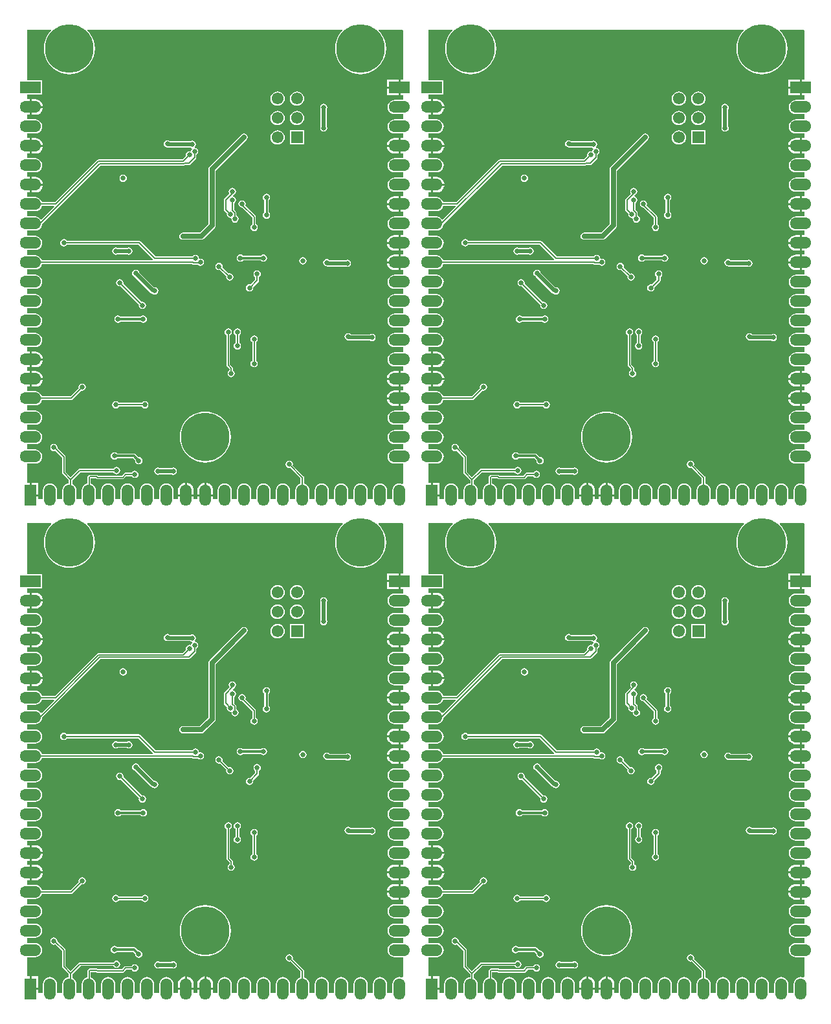
<source format=gbl>
G04 Layer_Physical_Order=2*
G04 Layer_Color=16711680*
%FSLAX25Y25*%
%MOIN*%
G70*
G01*
G75*
%ADD21C,0.02000*%
%ADD22C,0.02500*%
%ADD23C,0.00800*%
%ADD24C,0.01200*%
%ADD25C,0.00600*%
%ADD26C,0.01000*%
%ADD27C,0.25000*%
%ADD28O,0.11000X0.06000*%
%ADD29R,0.11000X0.06000*%
%ADD30O,0.06000X0.11000*%
%ADD31R,0.06000X0.11000*%
%ADD32R,0.06102X0.06102*%
%ADD33C,0.06102*%
%ADD34C,0.02500*%
%ADD35C,0.01968*%
G36*
X406371Y501816D02*
Y476295D01*
X405030D01*
Y472295D01*
Y468294D01*
X406371D01*
Y465926D01*
X402030D01*
X401090Y465802D01*
X400214Y465439D01*
X399462Y464862D01*
X398885Y464110D01*
X398523Y463234D01*
X398399Y462294D01*
X398523Y461355D01*
X398885Y460479D01*
X399462Y459727D01*
X400214Y459150D01*
X401090Y458787D01*
X402030Y458663D01*
X406371D01*
Y455926D01*
X402030D01*
X401090Y455802D01*
X400214Y455439D01*
X399462Y454862D01*
X398885Y454110D01*
X398523Y453234D01*
X398399Y452294D01*
X398523Y451355D01*
X398885Y450479D01*
X399462Y449727D01*
X400214Y449150D01*
X401090Y448787D01*
X402030Y448663D01*
X406371D01*
Y446329D01*
X405030D01*
Y442295D01*
Y438260D01*
X406371D01*
Y435926D01*
X402030D01*
X401090Y435802D01*
X400214Y435439D01*
X399462Y434862D01*
X398885Y434110D01*
X398523Y433234D01*
X398399Y432295D01*
X398523Y431355D01*
X398885Y430479D01*
X399462Y429727D01*
X400214Y429150D01*
X401090Y428787D01*
X402030Y428663D01*
X406371D01*
Y425926D01*
X402030D01*
X401090Y425802D01*
X400214Y425439D01*
X399462Y424862D01*
X398885Y424110D01*
X398523Y423234D01*
X398399Y422295D01*
X398523Y421355D01*
X398885Y420479D01*
X399462Y419727D01*
X400214Y419150D01*
X401090Y418787D01*
X402030Y418663D01*
X406371D01*
Y416329D01*
X405030D01*
Y412294D01*
Y408260D01*
X406371D01*
Y405926D01*
X402030D01*
X401090Y405802D01*
X400214Y405439D01*
X399462Y404862D01*
X398885Y404110D01*
X398523Y403234D01*
X398399Y402294D01*
X398523Y401355D01*
X398885Y400479D01*
X399462Y399727D01*
X400214Y399150D01*
X401090Y398787D01*
X402030Y398663D01*
X406371D01*
Y396329D01*
X405030D01*
Y392295D01*
Y388260D01*
X406371D01*
Y386329D01*
X405030D01*
Y382295D01*
Y378260D01*
X406371D01*
Y375926D01*
X402030D01*
X401090Y375802D01*
X400214Y375439D01*
X399462Y374862D01*
X398885Y374110D01*
X398523Y373234D01*
X398399Y372294D01*
X398523Y371355D01*
X398885Y370479D01*
X399462Y369727D01*
X400214Y369150D01*
X401090Y368787D01*
X402030Y368663D01*
X406371D01*
Y365926D01*
X402030D01*
X401090Y365802D01*
X400214Y365439D01*
X399462Y364862D01*
X398885Y364110D01*
X398523Y363234D01*
X398399Y362295D01*
X398523Y361355D01*
X398885Y360479D01*
X399462Y359727D01*
X400214Y359150D01*
X401090Y358787D01*
X402030Y358663D01*
X406371D01*
Y355926D01*
X402030D01*
X401090Y355802D01*
X400214Y355439D01*
X399462Y354862D01*
X398885Y354110D01*
X398523Y353234D01*
X398399Y352294D01*
X398523Y351355D01*
X398885Y350479D01*
X399462Y349727D01*
X400214Y349150D01*
X401090Y348787D01*
X402030Y348663D01*
X406371D01*
Y345926D01*
X402030D01*
X401090Y345802D01*
X400214Y345439D01*
X399462Y344862D01*
X398885Y344110D01*
X398523Y343234D01*
X398399Y342295D01*
X398523Y341355D01*
X398885Y340479D01*
X399462Y339727D01*
X400214Y339150D01*
X401090Y338787D01*
X402030Y338663D01*
X406371D01*
Y335926D01*
X402030D01*
X401090Y335802D01*
X400214Y335439D01*
X399462Y334862D01*
X398885Y334110D01*
X398523Y333234D01*
X398399Y332295D01*
X398523Y331355D01*
X398885Y330479D01*
X399462Y329727D01*
X400214Y329150D01*
X401090Y328787D01*
X402030Y328663D01*
X406371D01*
Y326329D01*
X405030D01*
Y322294D01*
Y318260D01*
X406371D01*
Y316329D01*
X405030D01*
Y312295D01*
Y308260D01*
X406371D01*
Y305926D01*
X402030D01*
X401090Y305802D01*
X400214Y305439D01*
X399462Y304862D01*
X398885Y304110D01*
X398523Y303234D01*
X398399Y302294D01*
X398523Y301355D01*
X398885Y300479D01*
X399462Y299727D01*
X400214Y299150D01*
X401090Y298787D01*
X402030Y298663D01*
X406371D01*
Y295926D01*
X402030D01*
X401090Y295802D01*
X400214Y295439D01*
X399462Y294862D01*
X398885Y294110D01*
X398523Y293234D01*
X398399Y292295D01*
X398523Y291355D01*
X398885Y290479D01*
X399462Y289727D01*
X400214Y289150D01*
X401090Y288787D01*
X402030Y288663D01*
X406371D01*
Y285926D01*
X402030D01*
X401090Y285802D01*
X400214Y285439D01*
X399462Y284862D01*
X398885Y284110D01*
X398523Y283234D01*
X398399Y282295D01*
X398523Y281355D01*
X398885Y280479D01*
X399462Y279727D01*
X400214Y279150D01*
X401090Y278787D01*
X402030Y278663D01*
X406371D01*
Y268470D01*
X405871Y268136D01*
X405470Y268302D01*
X404530Y268426D01*
X403590Y268302D01*
X402714Y267939D01*
X401962Y267362D01*
X401385Y266610D01*
X401023Y265734D01*
X400899Y264794D01*
Y260229D01*
X398161D01*
Y264794D01*
X398037Y265734D01*
X397674Y266610D01*
X397097Y267362D01*
X396345Y267939D01*
X395470Y268302D01*
X394530Y268426D01*
X393590Y268302D01*
X392714Y267939D01*
X391962Y267362D01*
X391385Y266610D01*
X391023Y265734D01*
X390899Y264794D01*
Y260229D01*
X388161D01*
Y264794D01*
X388037Y265734D01*
X387674Y266610D01*
X387098Y267362D01*
X386345Y267939D01*
X385470Y268302D01*
X384530Y268426D01*
X383590Y268302D01*
X382714Y267939D01*
X381962Y267362D01*
X381385Y266610D01*
X381023Y265734D01*
X380899Y264794D01*
Y260229D01*
X378161D01*
Y264794D01*
X378037Y265734D01*
X377675Y266610D01*
X377098Y267362D01*
X376345Y267939D01*
X375470Y268302D01*
X374530Y268426D01*
X373590Y268302D01*
X372714Y267939D01*
X371962Y267362D01*
X371385Y266610D01*
X371023Y265734D01*
X370899Y264794D01*
Y260229D01*
X368161D01*
Y264794D01*
X368037Y265734D01*
X367674Y266610D01*
X367097Y267362D01*
X366345Y267939D01*
X365470Y268302D01*
X364530Y268426D01*
X363590Y268302D01*
X362714Y267939D01*
X361962Y267362D01*
X361385Y266610D01*
X361023Y265734D01*
X360899Y264794D01*
Y260229D01*
X358161D01*
Y264794D01*
X358037Y265734D01*
X357675Y266610D01*
X357098Y267362D01*
X356345Y267939D01*
X355470Y268302D01*
X355448Y268305D01*
Y271531D01*
X355378Y271882D01*
X355179Y272180D01*
X349634Y277725D01*
X349731Y278216D01*
X349587Y278938D01*
X349179Y279550D01*
X348567Y279958D01*
X347845Y280102D01*
X347123Y279958D01*
X346511Y279550D01*
X346102Y278938D01*
X345959Y278216D01*
X346102Y277494D01*
X346511Y276882D01*
X347123Y276473D01*
X347845Y276329D01*
X348336Y276427D01*
X353612Y271151D01*
Y268305D01*
X353590Y268302D01*
X352714Y267939D01*
X351962Y267362D01*
X351385Y266610D01*
X351023Y265734D01*
X350899Y264794D01*
Y260229D01*
X348161D01*
Y264794D01*
X348037Y265734D01*
X347674Y266610D01*
X347097Y267362D01*
X346345Y267939D01*
X345470Y268302D01*
X344530Y268426D01*
X343590Y268302D01*
X342714Y267939D01*
X341962Y267362D01*
X341385Y266610D01*
X341023Y265734D01*
X340899Y264794D01*
Y260229D01*
X338161D01*
Y264794D01*
X338037Y265734D01*
X337674Y266610D01*
X337098Y267362D01*
X336345Y267939D01*
X335470Y268302D01*
X334530Y268426D01*
X333590Y268302D01*
X332714Y267939D01*
X331962Y267362D01*
X331385Y266610D01*
X331023Y265734D01*
X330899Y264794D01*
Y260229D01*
X328161D01*
Y264794D01*
X328037Y265734D01*
X327675Y266610D01*
X327098Y267362D01*
X326345Y267939D01*
X325470Y268302D01*
X324530Y268426D01*
X323590Y268302D01*
X322714Y267939D01*
X321962Y267362D01*
X321385Y266610D01*
X321023Y265734D01*
X320899Y264794D01*
Y260229D01*
X318161D01*
Y264794D01*
X318037Y265734D01*
X317674Y266610D01*
X317097Y267362D01*
X316345Y267939D01*
X315470Y268302D01*
X314530Y268426D01*
X313590Y268302D01*
X312714Y267939D01*
X311962Y267362D01*
X311385Y266610D01*
X311023Y265734D01*
X310899Y264794D01*
Y260229D01*
X308564D01*
Y261794D01*
X304530D01*
X300495D01*
Y260229D01*
X298564D01*
Y261794D01*
X294530D01*
X290495D01*
Y260229D01*
X288161D01*
Y264794D01*
X288037Y265734D01*
X287674Y266610D01*
X287098Y267362D01*
X286345Y267939D01*
X285470Y268302D01*
X284530Y268426D01*
X283590Y268302D01*
X282714Y267939D01*
X281962Y267362D01*
X281385Y266610D01*
X281023Y265734D01*
X280899Y264794D01*
Y260229D01*
X278161D01*
Y264794D01*
X278037Y265734D01*
X277675Y266610D01*
X277098Y267362D01*
X276345Y267939D01*
X275470Y268302D01*
X274530Y268426D01*
X273590Y268302D01*
X272714Y267939D01*
X271962Y267362D01*
X271385Y266610D01*
X271023Y265734D01*
X270899Y264794D01*
Y260229D01*
X268161D01*
Y264794D01*
X268037Y265734D01*
X267674Y266610D01*
X267097Y267362D01*
X266345Y267939D01*
X265470Y268302D01*
X264530Y268426D01*
X263590Y268302D01*
X262714Y267939D01*
X261962Y267362D01*
X261385Y266610D01*
X261023Y265734D01*
X260899Y264794D01*
Y260229D01*
X258161D01*
Y264794D01*
X258037Y265734D01*
X257675Y266610D01*
X257098Y267362D01*
X256345Y267939D01*
X255470Y268302D01*
X254530Y268426D01*
X253590Y268302D01*
X252714Y267939D01*
X251962Y267362D01*
X251385Y266610D01*
X251023Y265734D01*
X250899Y264794D01*
Y260229D01*
X248161D01*
Y264794D01*
X248037Y265734D01*
X247674Y266610D01*
X247097Y267362D01*
X246345Y267939D01*
X245613Y268243D01*
Y270999D01*
X248252D01*
X248377Y270874D01*
X248675Y270675D01*
X249026Y270605D01*
X262018D01*
X262369Y270675D01*
X262667Y270874D01*
X263973Y272180D01*
X266705D01*
X266984Y271764D01*
X267596Y271355D01*
X268317Y271211D01*
X269039Y271355D01*
X269651Y271764D01*
X270060Y272376D01*
X270203Y273098D01*
X270060Y273819D01*
X269651Y274431D01*
X269039Y274840D01*
X268317Y274984D01*
X267596Y274840D01*
X266984Y274431D01*
X266705Y274015D01*
X263593D01*
X263242Y273945D01*
X262944Y273746D01*
X261638Y272441D01*
X249406D01*
X249281Y272565D01*
X248983Y272764D01*
X248632Y272834D01*
X245089D01*
X244738Y272764D01*
X244440Y272565D01*
X244046Y272172D01*
X243847Y271874D01*
X243778Y271523D01*
Y268326D01*
X243590Y268302D01*
X242714Y267939D01*
X241962Y267362D01*
X241385Y266610D01*
X241023Y265734D01*
X240899Y264794D01*
Y260229D01*
X238161D01*
Y264794D01*
X238037Y265734D01*
X237674Y266610D01*
X237098Y267362D01*
X236345Y267939D01*
X236164Y268014D01*
Y269962D01*
X240351Y274149D01*
X257257D01*
X257535Y273732D01*
X258147Y273323D01*
X258869Y273180D01*
X259590Y273323D01*
X260202Y273732D01*
X260611Y274344D01*
X260755Y275066D01*
X260611Y275788D01*
X260202Y276400D01*
X259590Y276809D01*
X258869Y276952D01*
X258147Y276809D01*
X257535Y276400D01*
X257257Y275984D01*
X239971D01*
X239620Y275914D01*
X239322Y275715D01*
X235246Y271639D01*
X232621Y274265D01*
Y282153D01*
X232551Y282504D01*
X232352Y282802D01*
X228439Y286715D01*
X228471Y286877D01*
X228328Y287599D01*
X227919Y288211D01*
X227307Y288620D01*
X226585Y288763D01*
X225863Y288620D01*
X225251Y288211D01*
X224842Y287599D01*
X224699Y286877D01*
X224842Y286155D01*
X225251Y285543D01*
X225863Y285135D01*
X226585Y284991D01*
X227307Y285135D01*
X227377Y285181D01*
X230785Y281773D01*
Y273885D01*
X230855Y273534D01*
X231054Y273236D01*
X234329Y269962D01*
Y268399D01*
X233590Y268302D01*
X232714Y267939D01*
X231962Y267362D01*
X231385Y266610D01*
X231023Y265734D01*
X230899Y264794D01*
Y260229D01*
X228161D01*
Y264794D01*
X228037Y265734D01*
X227675Y266610D01*
X227098Y267362D01*
X226345Y267939D01*
X225470Y268302D01*
X224530Y268426D01*
X223590Y268302D01*
X222714Y267939D01*
X221962Y267362D01*
X221385Y266610D01*
X221023Y265734D01*
X220899Y264794D01*
Y260229D01*
X218530D01*
Y261794D01*
X214530D01*
Y262295D01*
X214030D01*
Y268794D01*
X212929D01*
Y278663D01*
X217030D01*
X217970Y278787D01*
X218845Y279150D01*
X219598Y279727D01*
X220175Y280479D01*
X220537Y281355D01*
X220661Y282295D01*
X220537Y283234D01*
X220175Y284110D01*
X219598Y284862D01*
X218845Y285439D01*
X217970Y285802D01*
X217030Y285926D01*
X212929D01*
Y288663D01*
X217030D01*
X217970Y288787D01*
X218845Y289150D01*
X219598Y289727D01*
X220175Y290479D01*
X220537Y291355D01*
X220661Y292295D01*
X220537Y293234D01*
X220175Y294110D01*
X219598Y294862D01*
X218845Y295439D01*
X217970Y295802D01*
X217030Y295926D01*
X212929D01*
Y298663D01*
X217030D01*
X217970Y298787D01*
X218845Y299150D01*
X219598Y299727D01*
X220175Y300479D01*
X220537Y301355D01*
X220661Y302294D01*
X220537Y303234D01*
X220175Y304110D01*
X219598Y304862D01*
X218845Y305439D01*
X217970Y305802D01*
X217030Y305926D01*
X212929D01*
Y308663D01*
X217030D01*
X217970Y308787D01*
X218845Y309150D01*
X219598Y309727D01*
X220175Y310479D01*
X220504Y311275D01*
X235467D01*
X235857Y311352D01*
X236188Y311574D01*
X240781Y316167D01*
X241152Y316093D01*
X241874Y316237D01*
X242486Y316646D01*
X242895Y317258D01*
X243038Y317980D01*
X242895Y318701D01*
X242486Y319313D01*
X241874Y319722D01*
X241152Y319866D01*
X240430Y319722D01*
X239818Y319313D01*
X239409Y318701D01*
X239266Y317980D01*
X239339Y317609D01*
X235045Y313314D01*
X220504D01*
X220175Y314110D01*
X219598Y314862D01*
X218845Y315439D01*
X217970Y315802D01*
X217030Y315926D01*
X212929D01*
Y318260D01*
X214030D01*
Y322294D01*
Y326329D01*
X212929D01*
Y328260D01*
X214030D01*
Y332295D01*
Y336329D01*
X212929D01*
Y338663D01*
X217030D01*
X217970Y338787D01*
X218845Y339150D01*
X219598Y339727D01*
X220175Y340479D01*
X220537Y341355D01*
X220661Y342295D01*
X220537Y343234D01*
X220175Y344110D01*
X219598Y344862D01*
X218845Y345439D01*
X217970Y345802D01*
X217030Y345926D01*
X212929D01*
Y348663D01*
X217030D01*
X217970Y348787D01*
X218845Y349150D01*
X219598Y349727D01*
X220175Y350479D01*
X220537Y351355D01*
X220661Y352294D01*
X220537Y353234D01*
X220175Y354110D01*
X219598Y354862D01*
X218845Y355439D01*
X217970Y355802D01*
X217030Y355926D01*
X212929D01*
Y358663D01*
X217030D01*
X217970Y358787D01*
X218845Y359150D01*
X219598Y359727D01*
X220175Y360479D01*
X220537Y361355D01*
X220661Y362295D01*
X220537Y363234D01*
X220175Y364110D01*
X219598Y364862D01*
X218845Y365439D01*
X217970Y365802D01*
X217030Y365926D01*
X212929D01*
Y368663D01*
X217030D01*
X217970Y368787D01*
X218845Y369150D01*
X219598Y369727D01*
X220175Y370479D01*
X220537Y371355D01*
X220661Y372294D01*
X220537Y373234D01*
X220175Y374110D01*
X219598Y374862D01*
X218845Y375439D01*
X217970Y375802D01*
X217030Y375926D01*
X212929D01*
Y378663D01*
X217030D01*
X217970Y378787D01*
X218845Y379150D01*
X219598Y379727D01*
X220175Y380479D01*
X220504Y381275D01*
X297776D01*
X297802Y381249D01*
X298133Y381028D01*
X298523Y380950D01*
X300712D01*
X301308Y380552D01*
X302030Y380408D01*
X302752Y380552D01*
X303364Y380961D01*
X303773Y381573D01*
X303916Y382295D01*
X303773Y383016D01*
X303364Y383628D01*
X302752Y384037D01*
X302030Y384181D01*
X301828Y384141D01*
X301341Y384220D01*
X301285Y384504D01*
X301198Y384942D01*
X300789Y385554D01*
X300177Y385962D01*
X299455Y386106D01*
X298733Y385962D01*
X298121Y385554D01*
X297911Y385239D01*
X279027D01*
X271156Y393110D01*
X270826Y393331D01*
X270435Y393409D01*
X233247D01*
X233037Y393723D01*
X232425Y394132D01*
X231703Y394275D01*
X230981Y394132D01*
X230369Y393723D01*
X229960Y393111D01*
X229817Y392389D01*
X229960Y391667D01*
X230369Y391055D01*
X230981Y390646D01*
X231703Y390503D01*
X232425Y390646D01*
X233037Y391055D01*
X233247Y391369D01*
X270013D01*
X277568Y383814D01*
X277361Y383314D01*
X220504D01*
X220175Y384110D01*
X219598Y384862D01*
X218845Y385439D01*
X217970Y385802D01*
X217030Y385926D01*
X212929D01*
Y388663D01*
X217030D01*
X217970Y388787D01*
X218845Y389150D01*
X219598Y389727D01*
X220175Y390479D01*
X220537Y391355D01*
X220661Y392295D01*
X220537Y393234D01*
X220175Y394110D01*
X219598Y394862D01*
X218845Y395439D01*
X217970Y395802D01*
X217030Y395926D01*
X212929D01*
Y398663D01*
X217030D01*
X217970Y398787D01*
X218845Y399150D01*
X219598Y399727D01*
X220175Y400479D01*
X220537Y401355D01*
X220636Y402103D01*
X250710Y432177D01*
X293611D01*
X293962Y432247D01*
X294157Y432377D01*
X296030D01*
X296381Y432447D01*
X296679Y432646D01*
X299679Y435646D01*
X299878Y435943D01*
X299948Y436295D01*
Y437683D01*
X300364Y437961D01*
X300773Y438573D01*
X300916Y439294D01*
X300773Y440016D01*
X300364Y440628D01*
X299752Y441037D01*
X299188Y441149D01*
X299044Y441655D01*
X299120Y441705D01*
X299529Y442317D01*
X299672Y443039D01*
X299529Y443760D01*
X299120Y444372D01*
X298508Y444781D01*
X297786Y444925D01*
X297064Y444781D01*
X296897Y444670D01*
X286301D01*
X285752Y445037D01*
X285030Y445181D01*
X284308Y445037D01*
X283696Y444628D01*
X283287Y444016D01*
X283144Y443294D01*
X283287Y442573D01*
X283696Y441961D01*
X284308Y441552D01*
X285030Y441408D01*
X285155Y441433D01*
X285286Y441407D01*
X296897D01*
X297064Y441296D01*
X297628Y441184D01*
X297771Y440679D01*
X297696Y440628D01*
X297287Y440016D01*
X297234Y439748D01*
X297102Y439303D01*
X296380Y439447D01*
X295658Y439303D01*
X295046Y438894D01*
X294637Y438282D01*
X294494Y437561D01*
X294591Y437070D01*
X292734Y435212D01*
X249530D01*
X249179Y435142D01*
X248881Y434943D01*
X227150Y413212D01*
X220540D01*
X220537Y413234D01*
X220175Y414110D01*
X219598Y414862D01*
X218845Y415439D01*
X217970Y415802D01*
X217030Y415926D01*
X212929D01*
Y418260D01*
X214030D01*
Y422295D01*
Y426329D01*
X212929D01*
Y428663D01*
X217030D01*
X217970Y428787D01*
X218845Y429150D01*
X219598Y429727D01*
X220175Y430479D01*
X220537Y431355D01*
X220661Y432295D01*
X220537Y433234D01*
X220175Y434110D01*
X219598Y434862D01*
X218845Y435439D01*
X217970Y435802D01*
X217030Y435926D01*
X212929D01*
Y438260D01*
X214030D01*
Y442295D01*
Y446329D01*
X212929D01*
Y448663D01*
X217030D01*
X217970Y448787D01*
X218845Y449150D01*
X219598Y449727D01*
X220175Y450479D01*
X220537Y451355D01*
X220661Y452294D01*
X220537Y453234D01*
X220175Y454110D01*
X219598Y454862D01*
X218845Y455439D01*
X217970Y455802D01*
X217030Y455926D01*
X212929D01*
Y458260D01*
X214030D01*
Y462294D01*
Y466329D01*
X212929D01*
Y468694D01*
X220630D01*
Y475894D01*
X212929D01*
Y502110D01*
X225133Y502114D01*
X225306Y501645D01*
X225238Y501586D01*
X223899Y500018D01*
X222822Y498260D01*
X222032Y496355D01*
X221551Y494350D01*
X221389Y492295D01*
X221551Y490239D01*
X222032Y488234D01*
X222822Y486329D01*
X223899Y484571D01*
X225238Y483003D01*
X226806Y481664D01*
X228564Y480586D01*
X230469Y479797D01*
X232474Y479316D01*
X234530Y479154D01*
X236585Y479316D01*
X238591Y479797D01*
X240496Y480586D01*
X242254Y481664D01*
X243822Y483003D01*
X245161Y484571D01*
X246238Y486329D01*
X247027Y488234D01*
X247509Y490239D01*
X247670Y492295D01*
X247509Y494350D01*
X247027Y496355D01*
X246238Y498260D01*
X245161Y500018D01*
X243822Y501586D01*
X243747Y501650D01*
X243920Y502119D01*
X375187Y502160D01*
X375360Y501690D01*
X375238Y501586D01*
X373899Y500018D01*
X372822Y498260D01*
X372032Y496355D01*
X371551Y494350D01*
X371389Y492295D01*
X371551Y490239D01*
X372032Y488234D01*
X372822Y486329D01*
X373899Y484571D01*
X375238Y483003D01*
X376806Y481664D01*
X378564Y480586D01*
X380469Y479797D01*
X382474Y479316D01*
X384530Y479154D01*
X386585Y479316D01*
X388591Y479797D01*
X390496Y480586D01*
X392254Y481664D01*
X393822Y483003D01*
X395161Y484571D01*
X396238Y486329D01*
X397027Y488234D01*
X397509Y490239D01*
X397670Y492295D01*
X397509Y494350D01*
X397027Y496355D01*
X396238Y498260D01*
X395161Y500018D01*
X393822Y501586D01*
X393693Y501696D01*
X393866Y502165D01*
X406017Y502169D01*
X406371Y501816D01*
D02*
G37*
G36*
X199671D02*
Y476295D01*
X198330D01*
Y472295D01*
Y468294D01*
X199671D01*
Y465926D01*
X195330D01*
X194390Y465802D01*
X193514Y465439D01*
X192762Y464862D01*
X192185Y464110D01*
X191823Y463234D01*
X191699Y462294D01*
X191823Y461355D01*
X192185Y460479D01*
X192762Y459727D01*
X193514Y459150D01*
X194390Y458787D01*
X195330Y458663D01*
X199671D01*
Y455926D01*
X195330D01*
X194390Y455802D01*
X193514Y455439D01*
X192762Y454862D01*
X192185Y454110D01*
X191823Y453234D01*
X191699Y452294D01*
X191823Y451355D01*
X192185Y450479D01*
X192762Y449727D01*
X193514Y449150D01*
X194390Y448787D01*
X195330Y448663D01*
X199671D01*
Y446329D01*
X198330D01*
Y442295D01*
Y438260D01*
X199671D01*
Y435926D01*
X195330D01*
X194390Y435802D01*
X193514Y435439D01*
X192762Y434862D01*
X192185Y434110D01*
X191823Y433234D01*
X191699Y432295D01*
X191823Y431355D01*
X192185Y430479D01*
X192762Y429727D01*
X193514Y429150D01*
X194390Y428787D01*
X195330Y428663D01*
X199671D01*
Y425926D01*
X195330D01*
X194390Y425802D01*
X193514Y425439D01*
X192762Y424862D01*
X192185Y424110D01*
X191823Y423234D01*
X191699Y422295D01*
X191823Y421355D01*
X192185Y420479D01*
X192762Y419727D01*
X193514Y419150D01*
X194390Y418787D01*
X195330Y418663D01*
X199671D01*
Y416329D01*
X198330D01*
Y412294D01*
Y408260D01*
X199671D01*
Y405926D01*
X195330D01*
X194390Y405802D01*
X193514Y405439D01*
X192762Y404862D01*
X192185Y404110D01*
X191823Y403234D01*
X191699Y402294D01*
X191823Y401355D01*
X192185Y400479D01*
X192762Y399727D01*
X193514Y399150D01*
X194390Y398787D01*
X195330Y398663D01*
X199671D01*
Y396329D01*
X198330D01*
Y392295D01*
Y388260D01*
X199671D01*
Y386329D01*
X198330D01*
Y382295D01*
Y378260D01*
X199671D01*
Y375926D01*
X195330D01*
X194390Y375802D01*
X193514Y375439D01*
X192762Y374862D01*
X192185Y374110D01*
X191823Y373234D01*
X191699Y372294D01*
X191823Y371355D01*
X192185Y370479D01*
X192762Y369727D01*
X193514Y369150D01*
X194390Y368787D01*
X195330Y368663D01*
X199671D01*
Y365926D01*
X195330D01*
X194390Y365802D01*
X193514Y365439D01*
X192762Y364862D01*
X192185Y364110D01*
X191823Y363234D01*
X191699Y362295D01*
X191823Y361355D01*
X192185Y360479D01*
X192762Y359727D01*
X193514Y359150D01*
X194390Y358787D01*
X195330Y358663D01*
X199671D01*
Y355926D01*
X195330D01*
X194390Y355802D01*
X193514Y355439D01*
X192762Y354862D01*
X192185Y354110D01*
X191823Y353234D01*
X191699Y352294D01*
X191823Y351355D01*
X192185Y350479D01*
X192762Y349727D01*
X193514Y349150D01*
X194390Y348787D01*
X195330Y348663D01*
X199671D01*
Y345926D01*
X195330D01*
X194390Y345802D01*
X193514Y345439D01*
X192762Y344862D01*
X192185Y344110D01*
X191823Y343234D01*
X191699Y342295D01*
X191823Y341355D01*
X192185Y340479D01*
X192762Y339727D01*
X193514Y339150D01*
X194390Y338787D01*
X195330Y338663D01*
X199671D01*
Y335926D01*
X195330D01*
X194390Y335802D01*
X193514Y335439D01*
X192762Y334862D01*
X192185Y334110D01*
X191823Y333234D01*
X191699Y332295D01*
X191823Y331355D01*
X192185Y330479D01*
X192762Y329727D01*
X193514Y329150D01*
X194390Y328787D01*
X195330Y328663D01*
X199671D01*
Y326329D01*
X198330D01*
Y322294D01*
Y318260D01*
X199671D01*
Y316329D01*
X198330D01*
Y312295D01*
Y308260D01*
X199671D01*
Y305926D01*
X195330D01*
X194390Y305802D01*
X193514Y305439D01*
X192762Y304862D01*
X192185Y304110D01*
X191823Y303234D01*
X191699Y302294D01*
X191823Y301355D01*
X192185Y300479D01*
X192762Y299727D01*
X193514Y299150D01*
X194390Y298787D01*
X195330Y298663D01*
X199671D01*
Y295926D01*
X195330D01*
X194390Y295802D01*
X193514Y295439D01*
X192762Y294862D01*
X192185Y294110D01*
X191823Y293234D01*
X191699Y292295D01*
X191823Y291355D01*
X192185Y290479D01*
X192762Y289727D01*
X193514Y289150D01*
X194390Y288787D01*
X195330Y288663D01*
X199671D01*
Y285926D01*
X195330D01*
X194390Y285802D01*
X193514Y285439D01*
X192762Y284862D01*
X192185Y284110D01*
X191823Y283234D01*
X191699Y282295D01*
X191823Y281355D01*
X192185Y280479D01*
X192762Y279727D01*
X193514Y279150D01*
X194390Y278787D01*
X195330Y278663D01*
X199671D01*
Y268470D01*
X199171Y268136D01*
X198770Y268302D01*
X197830Y268426D01*
X196890Y268302D01*
X196014Y267939D01*
X195262Y267362D01*
X194685Y266610D01*
X194323Y265734D01*
X194199Y264794D01*
Y260229D01*
X191461D01*
Y264794D01*
X191337Y265734D01*
X190974Y266610D01*
X190398Y267362D01*
X189645Y267939D01*
X188770Y268302D01*
X187830Y268426D01*
X186890Y268302D01*
X186014Y267939D01*
X185262Y267362D01*
X184685Y266610D01*
X184323Y265734D01*
X184199Y264794D01*
Y260229D01*
X181461D01*
Y264794D01*
X181337Y265734D01*
X180974Y266610D01*
X180397Y267362D01*
X179645Y267939D01*
X178770Y268302D01*
X177830Y268426D01*
X176890Y268302D01*
X176014Y267939D01*
X175262Y267362D01*
X174685Y266610D01*
X174323Y265734D01*
X174199Y264794D01*
Y260229D01*
X171461D01*
Y264794D01*
X171337Y265734D01*
X170975Y266610D01*
X170397Y267362D01*
X169645Y267939D01*
X168770Y268302D01*
X167830Y268426D01*
X166890Y268302D01*
X166014Y267939D01*
X165262Y267362D01*
X164685Y266610D01*
X164323Y265734D01*
X164199Y264794D01*
Y260229D01*
X161461D01*
Y264794D01*
X161337Y265734D01*
X160975Y266610D01*
X160398Y267362D01*
X159645Y267939D01*
X158770Y268302D01*
X157830Y268426D01*
X156890Y268302D01*
X156014Y267939D01*
X155262Y267362D01*
X154685Y266610D01*
X154323Y265734D01*
X154199Y264794D01*
Y260229D01*
X151461D01*
Y264794D01*
X151337Y265734D01*
X150975Y266610D01*
X150398Y267362D01*
X149645Y267939D01*
X148770Y268302D01*
X148748Y268305D01*
Y271531D01*
X148678Y271882D01*
X148479Y272180D01*
X142933Y277725D01*
X143031Y278216D01*
X142887Y278938D01*
X142479Y279550D01*
X141867Y279958D01*
X141145Y280102D01*
X140423Y279958D01*
X139811Y279550D01*
X139402Y278938D01*
X139259Y278216D01*
X139402Y277494D01*
X139811Y276882D01*
X140423Y276473D01*
X141145Y276329D01*
X141636Y276427D01*
X146912Y271151D01*
Y268305D01*
X146890Y268302D01*
X146014Y267939D01*
X145262Y267362D01*
X144685Y266610D01*
X144323Y265734D01*
X144199Y264794D01*
Y260229D01*
X141461D01*
Y264794D01*
X141337Y265734D01*
X140974Y266610D01*
X140398Y267362D01*
X139645Y267939D01*
X138770Y268302D01*
X137830Y268426D01*
X136890Y268302D01*
X136014Y267939D01*
X135262Y267362D01*
X134685Y266610D01*
X134323Y265734D01*
X134199Y264794D01*
Y260229D01*
X131461D01*
Y264794D01*
X131337Y265734D01*
X130974Y266610D01*
X130397Y267362D01*
X129645Y267939D01*
X128770Y268302D01*
X127830Y268426D01*
X126890Y268302D01*
X126014Y267939D01*
X125262Y267362D01*
X124685Y266610D01*
X124323Y265734D01*
X124199Y264794D01*
Y260229D01*
X121461D01*
Y264794D01*
X121337Y265734D01*
X120975Y266610D01*
X120397Y267362D01*
X119645Y267939D01*
X118770Y268302D01*
X117830Y268426D01*
X116890Y268302D01*
X116014Y267939D01*
X115262Y267362D01*
X114685Y266610D01*
X114323Y265734D01*
X114199Y264794D01*
Y260229D01*
X111461D01*
Y264794D01*
X111337Y265734D01*
X110975Y266610D01*
X110398Y267362D01*
X109645Y267939D01*
X108770Y268302D01*
X107830Y268426D01*
X106890Y268302D01*
X106014Y267939D01*
X105262Y267362D01*
X104685Y266610D01*
X104323Y265734D01*
X104199Y264794D01*
Y260229D01*
X101864D01*
Y261794D01*
X97830D01*
X93795D01*
Y260229D01*
X91864D01*
Y261794D01*
X87830D01*
X83795D01*
Y260229D01*
X81461D01*
Y264794D01*
X81337Y265734D01*
X80975Y266610D01*
X80397Y267362D01*
X79645Y267939D01*
X78770Y268302D01*
X77830Y268426D01*
X76890Y268302D01*
X76014Y267939D01*
X75262Y267362D01*
X74685Y266610D01*
X74323Y265734D01*
X74199Y264794D01*
Y260229D01*
X71461D01*
Y264794D01*
X71337Y265734D01*
X70974Y266610D01*
X70398Y267362D01*
X69645Y267939D01*
X68770Y268302D01*
X67830Y268426D01*
X66890Y268302D01*
X66014Y267939D01*
X65262Y267362D01*
X64685Y266610D01*
X64323Y265734D01*
X64199Y264794D01*
Y260229D01*
X61461D01*
Y264794D01*
X61337Y265734D01*
X60975Y266610D01*
X60397Y267362D01*
X59645Y267939D01*
X58770Y268302D01*
X57830Y268426D01*
X56890Y268302D01*
X56014Y267939D01*
X55262Y267362D01*
X54685Y266610D01*
X54323Y265734D01*
X54199Y264794D01*
Y260229D01*
X51461D01*
Y264794D01*
X51337Y265734D01*
X50975Y266610D01*
X50397Y267362D01*
X49645Y267939D01*
X48770Y268302D01*
X47830Y268426D01*
X46890Y268302D01*
X46014Y267939D01*
X45262Y267362D01*
X44685Y266610D01*
X44323Y265734D01*
X44199Y264794D01*
Y260229D01*
X41461D01*
Y264794D01*
X41337Y265734D01*
X40975Y266610D01*
X40398Y267362D01*
X39645Y267939D01*
X38913Y268243D01*
Y270999D01*
X41552D01*
X41677Y270874D01*
X41975Y270675D01*
X42326Y270605D01*
X55318D01*
X55669Y270675D01*
X55967Y270874D01*
X57273Y272180D01*
X60005D01*
X60283Y271764D01*
X60896Y271355D01*
X61617Y271211D01*
X62339Y271355D01*
X62951Y271764D01*
X63360Y272376D01*
X63503Y273098D01*
X63360Y273819D01*
X62951Y274431D01*
X62339Y274840D01*
X61617Y274984D01*
X60896Y274840D01*
X60283Y274431D01*
X60005Y274015D01*
X56893D01*
X56542Y273945D01*
X56244Y273746D01*
X54938Y272441D01*
X42706D01*
X42581Y272565D01*
X42283Y272764D01*
X41932Y272834D01*
X38389D01*
X38038Y272764D01*
X37740Y272565D01*
X37346Y272172D01*
X37148Y271874D01*
X37078Y271523D01*
Y268326D01*
X36890Y268302D01*
X36014Y267939D01*
X35262Y267362D01*
X34685Y266610D01*
X34323Y265734D01*
X34199Y264794D01*
Y260229D01*
X31461D01*
Y264794D01*
X31337Y265734D01*
X30975Y266610D01*
X30397Y267362D01*
X29645Y267939D01*
X29464Y268014D01*
Y269962D01*
X33651Y274149D01*
X50557D01*
X50835Y273732D01*
X51447Y273323D01*
X52169Y273180D01*
X52890Y273323D01*
X53502Y273732D01*
X53911Y274344D01*
X54055Y275066D01*
X53911Y275788D01*
X53502Y276400D01*
X52890Y276809D01*
X52169Y276952D01*
X51447Y276809D01*
X50835Y276400D01*
X50557Y275984D01*
X33271D01*
X32920Y275914D01*
X32622Y275715D01*
X28546Y271639D01*
X25921Y274265D01*
Y282153D01*
X25851Y282504D01*
X25652Y282802D01*
X21739Y286715D01*
X21771Y286877D01*
X21628Y287599D01*
X21219Y288211D01*
X20607Y288620D01*
X19885Y288763D01*
X19163Y288620D01*
X18551Y288211D01*
X18142Y287599D01*
X17999Y286877D01*
X18142Y286155D01*
X18551Y285543D01*
X19163Y285135D01*
X19885Y284991D01*
X20607Y285135D01*
X20677Y285181D01*
X24085Y281773D01*
Y273885D01*
X24155Y273534D01*
X24354Y273236D01*
X27629Y269962D01*
Y268399D01*
X26890Y268302D01*
X26014Y267939D01*
X25262Y267362D01*
X24685Y266610D01*
X24323Y265734D01*
X24199Y264794D01*
Y260229D01*
X21461D01*
Y264794D01*
X21337Y265734D01*
X20975Y266610D01*
X20398Y267362D01*
X19645Y267939D01*
X18770Y268302D01*
X17830Y268426D01*
X16890Y268302D01*
X16014Y267939D01*
X15262Y267362D01*
X14685Y266610D01*
X14323Y265734D01*
X14199Y264794D01*
Y260229D01*
X11830D01*
Y261794D01*
X7830D01*
Y262295D01*
X7330D01*
Y268794D01*
X6229D01*
Y278663D01*
X10330D01*
X11270Y278787D01*
X12145Y279150D01*
X12898Y279727D01*
X13475Y280479D01*
X13837Y281355D01*
X13961Y282295D01*
X13837Y283234D01*
X13475Y284110D01*
X12898Y284862D01*
X12145Y285439D01*
X11270Y285802D01*
X10330Y285926D01*
X6229D01*
Y288663D01*
X10330D01*
X11270Y288787D01*
X12145Y289150D01*
X12898Y289727D01*
X13475Y290479D01*
X13837Y291355D01*
X13961Y292295D01*
X13837Y293234D01*
X13475Y294110D01*
X12898Y294862D01*
X12145Y295439D01*
X11270Y295802D01*
X10330Y295926D01*
X6229D01*
Y298663D01*
X10330D01*
X11270Y298787D01*
X12145Y299150D01*
X12898Y299727D01*
X13475Y300479D01*
X13837Y301355D01*
X13961Y302294D01*
X13837Y303234D01*
X13475Y304110D01*
X12898Y304862D01*
X12145Y305439D01*
X11270Y305802D01*
X10330Y305926D01*
X6229D01*
Y308663D01*
X10330D01*
X11270Y308787D01*
X12145Y309150D01*
X12898Y309727D01*
X13475Y310479D01*
X13804Y311275D01*
X28767D01*
X29157Y311352D01*
X29488Y311574D01*
X34081Y316167D01*
X34452Y316093D01*
X35174Y316237D01*
X35786Y316646D01*
X36195Y317258D01*
X36338Y317980D01*
X36195Y318701D01*
X35786Y319313D01*
X35174Y319722D01*
X34452Y319866D01*
X33730Y319722D01*
X33118Y319313D01*
X32709Y318701D01*
X32566Y317980D01*
X32639Y317609D01*
X28345Y313314D01*
X13804D01*
X13475Y314110D01*
X12898Y314862D01*
X12145Y315439D01*
X11270Y315802D01*
X10330Y315926D01*
X6229D01*
Y318260D01*
X7330D01*
Y322294D01*
Y326329D01*
X6229D01*
Y328260D01*
X7330D01*
Y332295D01*
Y336329D01*
X6229D01*
Y338663D01*
X10330D01*
X11270Y338787D01*
X12145Y339150D01*
X12898Y339727D01*
X13475Y340479D01*
X13837Y341355D01*
X13961Y342295D01*
X13837Y343234D01*
X13475Y344110D01*
X12898Y344862D01*
X12145Y345439D01*
X11270Y345802D01*
X10330Y345926D01*
X6229D01*
Y348663D01*
X10330D01*
X11270Y348787D01*
X12145Y349150D01*
X12898Y349727D01*
X13475Y350479D01*
X13837Y351355D01*
X13961Y352294D01*
X13837Y353234D01*
X13475Y354110D01*
X12898Y354862D01*
X12145Y355439D01*
X11270Y355802D01*
X10330Y355926D01*
X6229D01*
Y358663D01*
X10330D01*
X11270Y358787D01*
X12145Y359150D01*
X12898Y359727D01*
X13475Y360479D01*
X13837Y361355D01*
X13961Y362295D01*
X13837Y363234D01*
X13475Y364110D01*
X12898Y364862D01*
X12145Y365439D01*
X11270Y365802D01*
X10330Y365926D01*
X6229D01*
Y368663D01*
X10330D01*
X11270Y368787D01*
X12145Y369150D01*
X12898Y369727D01*
X13475Y370479D01*
X13837Y371355D01*
X13961Y372294D01*
X13837Y373234D01*
X13475Y374110D01*
X12898Y374862D01*
X12145Y375439D01*
X11270Y375802D01*
X10330Y375926D01*
X6229D01*
Y378663D01*
X10330D01*
X11270Y378787D01*
X12145Y379150D01*
X12898Y379727D01*
X13475Y380479D01*
X13804Y381275D01*
X91076D01*
X91102Y381249D01*
X91433Y381028D01*
X91823Y380950D01*
X94012D01*
X94608Y380552D01*
X95330Y380408D01*
X96052Y380552D01*
X96664Y380961D01*
X97073Y381573D01*
X97216Y382295D01*
X97073Y383016D01*
X96664Y383628D01*
X96052Y384037D01*
X95330Y384181D01*
X95128Y384141D01*
X94641Y384220D01*
X94585Y384504D01*
X94498Y384942D01*
X94089Y385554D01*
X93477Y385962D01*
X92755Y386106D01*
X92033Y385962D01*
X91421Y385554D01*
X91211Y385239D01*
X72327D01*
X64456Y393110D01*
X64126Y393331D01*
X63735Y393409D01*
X26547D01*
X26337Y393723D01*
X25725Y394132D01*
X25003Y394275D01*
X24281Y394132D01*
X23669Y393723D01*
X23260Y393111D01*
X23117Y392389D01*
X23260Y391667D01*
X23669Y391055D01*
X24281Y390646D01*
X25003Y390503D01*
X25725Y390646D01*
X26337Y391055D01*
X26547Y391369D01*
X63313D01*
X70868Y383814D01*
X70661Y383314D01*
X13804D01*
X13475Y384110D01*
X12898Y384862D01*
X12145Y385439D01*
X11270Y385802D01*
X10330Y385926D01*
X6229D01*
Y388663D01*
X10330D01*
X11270Y388787D01*
X12145Y389150D01*
X12898Y389727D01*
X13475Y390479D01*
X13837Y391355D01*
X13961Y392295D01*
X13837Y393234D01*
X13475Y394110D01*
X12898Y394862D01*
X12145Y395439D01*
X11270Y395802D01*
X10330Y395926D01*
X6229D01*
Y398663D01*
X10330D01*
X11270Y398787D01*
X12145Y399150D01*
X12898Y399727D01*
X13475Y400479D01*
X13837Y401355D01*
X13936Y402103D01*
X44010Y432177D01*
X86911D01*
X87262Y432247D01*
X87457Y432377D01*
X89330D01*
X89681Y432447D01*
X89979Y432646D01*
X92979Y435646D01*
X93178Y435943D01*
X93247Y436295D01*
Y437683D01*
X93664Y437961D01*
X94073Y438573D01*
X94216Y439294D01*
X94073Y440016D01*
X93664Y440628D01*
X93052Y441037D01*
X92488Y441149D01*
X92344Y441655D01*
X92420Y441705D01*
X92829Y442317D01*
X92972Y443039D01*
X92829Y443760D01*
X92420Y444372D01*
X91808Y444781D01*
X91086Y444925D01*
X90364Y444781D01*
X90197Y444670D01*
X79601D01*
X79052Y445037D01*
X78330Y445181D01*
X77608Y445037D01*
X76996Y444628D01*
X76587Y444016D01*
X76444Y443294D01*
X76587Y442573D01*
X76996Y441961D01*
X77608Y441552D01*
X78330Y441408D01*
X78455Y441433D01*
X78586Y441407D01*
X90197D01*
X90364Y441296D01*
X90928Y441184D01*
X91071Y440679D01*
X90996Y440628D01*
X90587Y440016D01*
X90534Y439748D01*
X90402Y439303D01*
X89680Y439447D01*
X88958Y439303D01*
X88346Y438894D01*
X87937Y438282D01*
X87794Y437561D01*
X87891Y437070D01*
X86034Y435212D01*
X42830D01*
X42479Y435142D01*
X42181Y434943D01*
X20450Y413212D01*
X13840D01*
X13837Y413234D01*
X13475Y414110D01*
X12898Y414862D01*
X12145Y415439D01*
X11270Y415802D01*
X10330Y415926D01*
X6229D01*
Y418260D01*
X7330D01*
Y422295D01*
Y426329D01*
X6229D01*
Y428663D01*
X10330D01*
X11270Y428787D01*
X12145Y429150D01*
X12898Y429727D01*
X13475Y430479D01*
X13837Y431355D01*
X13961Y432295D01*
X13837Y433234D01*
X13475Y434110D01*
X12898Y434862D01*
X12145Y435439D01*
X11270Y435802D01*
X10330Y435926D01*
X6229D01*
Y438260D01*
X7330D01*
Y442295D01*
Y446329D01*
X6229D01*
Y448663D01*
X10330D01*
X11270Y448787D01*
X12145Y449150D01*
X12898Y449727D01*
X13475Y450479D01*
X13837Y451355D01*
X13961Y452294D01*
X13837Y453234D01*
X13475Y454110D01*
X12898Y454862D01*
X12145Y455439D01*
X11270Y455802D01*
X10330Y455926D01*
X6229D01*
Y458260D01*
X7330D01*
Y462294D01*
Y466329D01*
X6229D01*
Y468694D01*
X13930D01*
Y475894D01*
X6229D01*
Y502110D01*
X18433Y502114D01*
X18607Y501645D01*
X18538Y501586D01*
X17199Y500018D01*
X16122Y498260D01*
X15333Y496355D01*
X14851Y494350D01*
X14689Y492295D01*
X14851Y490239D01*
X15333Y488234D01*
X16122Y486329D01*
X17199Y484571D01*
X18538Y483003D01*
X20106Y481664D01*
X21864Y480586D01*
X23769Y479797D01*
X25774Y479316D01*
X27830Y479154D01*
X29886Y479316D01*
X31891Y479797D01*
X33796Y480586D01*
X35554Y481664D01*
X37122Y483003D01*
X38461Y484571D01*
X39538Y486329D01*
X40327Y488234D01*
X40809Y490239D01*
X40970Y492295D01*
X40809Y494350D01*
X40327Y496355D01*
X39538Y498260D01*
X38461Y500018D01*
X37122Y501586D01*
X37047Y501650D01*
X37220Y502119D01*
X168487Y502160D01*
X168660Y501690D01*
X168538Y501586D01*
X167199Y500018D01*
X166122Y498260D01*
X165332Y496355D01*
X164851Y494350D01*
X164689Y492295D01*
X164851Y490239D01*
X165332Y488234D01*
X166122Y486329D01*
X167199Y484571D01*
X168538Y483003D01*
X170106Y481664D01*
X171864Y480586D01*
X173769Y479797D01*
X175774Y479316D01*
X177830Y479154D01*
X179885Y479316D01*
X181891Y479797D01*
X183796Y480586D01*
X185554Y481664D01*
X187122Y483003D01*
X188461Y484571D01*
X189538Y486329D01*
X190327Y488234D01*
X190809Y490239D01*
X190970Y492295D01*
X190809Y494350D01*
X190327Y496355D01*
X189538Y498260D01*
X188461Y500018D01*
X187122Y501586D01*
X186993Y501696D01*
X187166Y502165D01*
X199317Y502169D01*
X199671Y501816D01*
D02*
G37*
G36*
X226853Y410915D02*
X220388Y404450D01*
X219889Y404483D01*
X219598Y404862D01*
X218845Y405439D01*
X217970Y405802D01*
X217030Y405926D01*
X212929D01*
Y408663D01*
X217030D01*
X217970Y408787D01*
X218845Y409150D01*
X219598Y409727D01*
X220175Y410479D01*
X220537Y411355D01*
X220540Y411377D01*
X226661D01*
X226853Y410915D01*
D02*
G37*
G36*
X20153D02*
X13688Y404450D01*
X13189Y404483D01*
X12898Y404862D01*
X12145Y405439D01*
X11270Y405802D01*
X10330Y405926D01*
X6229D01*
Y408663D01*
X10330D01*
X11270Y408787D01*
X12145Y409150D01*
X12898Y409727D01*
X13475Y410479D01*
X13837Y411355D01*
X13840Y411377D01*
X19961D01*
X20153Y410915D01*
D02*
G37*
G36*
X406371Y247616D02*
Y222094D01*
X405030D01*
Y218094D01*
Y214094D01*
X406371D01*
Y211726D01*
X402030D01*
X401090Y211602D01*
X400214Y211239D01*
X399462Y210662D01*
X398885Y209910D01*
X398523Y209034D01*
X398399Y208095D01*
X398523Y207155D01*
X398885Y206279D01*
X399462Y205527D01*
X400214Y204950D01*
X401090Y204587D01*
X402030Y204463D01*
X406371D01*
Y201726D01*
X402030D01*
X401090Y201602D01*
X400214Y201239D01*
X399462Y200662D01*
X398885Y199910D01*
X398523Y199034D01*
X398399Y198094D01*
X398523Y197155D01*
X398885Y196279D01*
X399462Y195527D01*
X400214Y194950D01*
X401090Y194587D01*
X402030Y194463D01*
X406371D01*
Y192129D01*
X405030D01*
Y188094D01*
Y184060D01*
X406371D01*
Y181726D01*
X402030D01*
X401090Y181602D01*
X400214Y181239D01*
X399462Y180662D01*
X398885Y179910D01*
X398523Y179034D01*
X398399Y178094D01*
X398523Y177155D01*
X398885Y176279D01*
X399462Y175527D01*
X400214Y174950D01*
X401090Y174587D01*
X402030Y174463D01*
X406371D01*
Y171726D01*
X402030D01*
X401090Y171602D01*
X400214Y171239D01*
X399462Y170662D01*
X398885Y169910D01*
X398523Y169034D01*
X398399Y168095D01*
X398523Y167155D01*
X398885Y166279D01*
X399462Y165527D01*
X400214Y164950D01*
X401090Y164587D01*
X402030Y164463D01*
X406371D01*
Y162129D01*
X405030D01*
Y158095D01*
Y154060D01*
X406371D01*
Y151726D01*
X402030D01*
X401090Y151602D01*
X400214Y151239D01*
X399462Y150662D01*
X398885Y149910D01*
X398523Y149034D01*
X398399Y148094D01*
X398523Y147155D01*
X398885Y146279D01*
X399462Y145527D01*
X400214Y144950D01*
X401090Y144587D01*
X402030Y144463D01*
X406371D01*
Y142129D01*
X405030D01*
Y138094D01*
Y134060D01*
X406371D01*
Y132129D01*
X405030D01*
Y128094D01*
Y124060D01*
X406371D01*
Y121726D01*
X402030D01*
X401090Y121602D01*
X400214Y121239D01*
X399462Y120662D01*
X398885Y119910D01*
X398523Y119034D01*
X398399Y118095D01*
X398523Y117155D01*
X398885Y116279D01*
X399462Y115527D01*
X400214Y114950D01*
X401090Y114587D01*
X402030Y114463D01*
X406371D01*
Y111726D01*
X402030D01*
X401090Y111602D01*
X400214Y111239D01*
X399462Y110662D01*
X398885Y109910D01*
X398523Y109034D01*
X398399Y108095D01*
X398523Y107155D01*
X398885Y106279D01*
X399462Y105527D01*
X400214Y104950D01*
X401090Y104587D01*
X402030Y104463D01*
X406371D01*
Y101726D01*
X402030D01*
X401090Y101602D01*
X400214Y101239D01*
X399462Y100662D01*
X398885Y99910D01*
X398523Y99034D01*
X398399Y98094D01*
X398523Y97155D01*
X398885Y96279D01*
X399462Y95527D01*
X400214Y94950D01*
X401090Y94587D01*
X402030Y94463D01*
X406371D01*
Y91726D01*
X402030D01*
X401090Y91602D01*
X400214Y91239D01*
X399462Y90662D01*
X398885Y89910D01*
X398523Y89034D01*
X398399Y88095D01*
X398523Y87155D01*
X398885Y86279D01*
X399462Y85527D01*
X400214Y84950D01*
X401090Y84587D01*
X402030Y84463D01*
X406371D01*
Y81726D01*
X402030D01*
X401090Y81602D01*
X400214Y81239D01*
X399462Y80662D01*
X398885Y79910D01*
X398523Y79034D01*
X398399Y78095D01*
X398523Y77155D01*
X398885Y76279D01*
X399462Y75527D01*
X400214Y74950D01*
X401090Y74587D01*
X402030Y74463D01*
X406371D01*
Y72129D01*
X405030D01*
Y68094D01*
Y64060D01*
X406371D01*
Y62129D01*
X405030D01*
Y58095D01*
Y54060D01*
X406371D01*
Y51726D01*
X402030D01*
X401090Y51602D01*
X400214Y51239D01*
X399462Y50662D01*
X398885Y49910D01*
X398523Y49034D01*
X398399Y48094D01*
X398523Y47155D01*
X398885Y46279D01*
X399462Y45527D01*
X400214Y44950D01*
X401090Y44587D01*
X402030Y44463D01*
X406371D01*
Y41726D01*
X402030D01*
X401090Y41602D01*
X400214Y41239D01*
X399462Y40662D01*
X398885Y39910D01*
X398523Y39034D01*
X398399Y38094D01*
X398523Y37155D01*
X398885Y36279D01*
X399462Y35527D01*
X400214Y34950D01*
X401090Y34587D01*
X402030Y34463D01*
X406371D01*
Y31726D01*
X402030D01*
X401090Y31602D01*
X400214Y31239D01*
X399462Y30662D01*
X398885Y29910D01*
X398523Y29034D01*
X398399Y28095D01*
X398523Y27155D01*
X398885Y26279D01*
X399462Y25527D01*
X400214Y24950D01*
X401090Y24587D01*
X402030Y24463D01*
X406371D01*
Y14270D01*
X405871Y13936D01*
X405470Y14102D01*
X404530Y14226D01*
X403590Y14102D01*
X402714Y13739D01*
X401962Y13162D01*
X401385Y12410D01*
X401023Y11534D01*
X400899Y10594D01*
Y6029D01*
X398161D01*
Y10594D01*
X398037Y11534D01*
X397674Y12410D01*
X397097Y13162D01*
X396345Y13739D01*
X395470Y14102D01*
X394530Y14226D01*
X393590Y14102D01*
X392714Y13739D01*
X391962Y13162D01*
X391385Y12410D01*
X391023Y11534D01*
X390899Y10594D01*
Y6029D01*
X388161D01*
Y10594D01*
X388037Y11534D01*
X387674Y12410D01*
X387098Y13162D01*
X386345Y13739D01*
X385470Y14102D01*
X384530Y14226D01*
X383590Y14102D01*
X382714Y13739D01*
X381962Y13162D01*
X381385Y12410D01*
X381023Y11534D01*
X380899Y10594D01*
Y6029D01*
X378161D01*
Y10594D01*
X378037Y11534D01*
X377675Y12410D01*
X377098Y13162D01*
X376345Y13739D01*
X375470Y14102D01*
X374530Y14226D01*
X373590Y14102D01*
X372714Y13739D01*
X371962Y13162D01*
X371385Y12410D01*
X371023Y11534D01*
X370899Y10594D01*
Y6029D01*
X368161D01*
Y10594D01*
X368037Y11534D01*
X367674Y12410D01*
X367097Y13162D01*
X366345Y13739D01*
X365470Y14102D01*
X364530Y14226D01*
X363590Y14102D01*
X362714Y13739D01*
X361962Y13162D01*
X361385Y12410D01*
X361023Y11534D01*
X360899Y10594D01*
Y6029D01*
X358161D01*
Y10594D01*
X358037Y11534D01*
X357675Y12410D01*
X357098Y13162D01*
X356345Y13739D01*
X355470Y14102D01*
X355448Y14105D01*
Y17331D01*
X355378Y17682D01*
X355179Y17980D01*
X349634Y23525D01*
X349731Y24016D01*
X349587Y24738D01*
X349179Y25350D01*
X348567Y25758D01*
X347845Y25902D01*
X347123Y25758D01*
X346511Y25350D01*
X346102Y24738D01*
X345959Y24016D01*
X346102Y23294D01*
X346511Y22682D01*
X347123Y22273D01*
X347845Y22129D01*
X348336Y22227D01*
X353612Y16951D01*
Y14105D01*
X353590Y14102D01*
X352714Y13739D01*
X351962Y13162D01*
X351385Y12410D01*
X351023Y11534D01*
X350899Y10594D01*
Y6029D01*
X348161D01*
Y10594D01*
X348037Y11534D01*
X347674Y12410D01*
X347097Y13162D01*
X346345Y13739D01*
X345470Y14102D01*
X344530Y14226D01*
X343590Y14102D01*
X342714Y13739D01*
X341962Y13162D01*
X341385Y12410D01*
X341023Y11534D01*
X340899Y10594D01*
Y6029D01*
X338161D01*
Y10594D01*
X338037Y11534D01*
X337674Y12410D01*
X337098Y13162D01*
X336345Y13739D01*
X335470Y14102D01*
X334530Y14226D01*
X333590Y14102D01*
X332714Y13739D01*
X331962Y13162D01*
X331385Y12410D01*
X331023Y11534D01*
X330899Y10594D01*
Y6029D01*
X328161D01*
Y10594D01*
X328037Y11534D01*
X327675Y12410D01*
X327098Y13162D01*
X326345Y13739D01*
X325470Y14102D01*
X324530Y14226D01*
X323590Y14102D01*
X322714Y13739D01*
X321962Y13162D01*
X321385Y12410D01*
X321023Y11534D01*
X320899Y10594D01*
Y6029D01*
X318161D01*
Y10594D01*
X318037Y11534D01*
X317674Y12410D01*
X317097Y13162D01*
X316345Y13739D01*
X315470Y14102D01*
X314530Y14226D01*
X313590Y14102D01*
X312714Y13739D01*
X311962Y13162D01*
X311385Y12410D01*
X311023Y11534D01*
X310899Y10594D01*
Y6029D01*
X308564D01*
Y7594D01*
X304530D01*
X300495D01*
Y6029D01*
X298564D01*
Y7594D01*
X294530D01*
X290495D01*
Y6029D01*
X288161D01*
Y10594D01*
X288037Y11534D01*
X287674Y12410D01*
X287098Y13162D01*
X286345Y13739D01*
X285470Y14102D01*
X284530Y14226D01*
X283590Y14102D01*
X282714Y13739D01*
X281962Y13162D01*
X281385Y12410D01*
X281023Y11534D01*
X280899Y10594D01*
Y6029D01*
X278161D01*
Y10594D01*
X278037Y11534D01*
X277675Y12410D01*
X277098Y13162D01*
X276345Y13739D01*
X275470Y14102D01*
X274530Y14226D01*
X273590Y14102D01*
X272714Y13739D01*
X271962Y13162D01*
X271385Y12410D01*
X271023Y11534D01*
X270899Y10594D01*
Y6029D01*
X268161D01*
Y10594D01*
X268037Y11534D01*
X267674Y12410D01*
X267097Y13162D01*
X266345Y13739D01*
X265470Y14102D01*
X264530Y14226D01*
X263590Y14102D01*
X262714Y13739D01*
X261962Y13162D01*
X261385Y12410D01*
X261023Y11534D01*
X260899Y10594D01*
Y6029D01*
X258161D01*
Y10594D01*
X258037Y11534D01*
X257675Y12410D01*
X257098Y13162D01*
X256345Y13739D01*
X255470Y14102D01*
X254530Y14226D01*
X253590Y14102D01*
X252714Y13739D01*
X251962Y13162D01*
X251385Y12410D01*
X251023Y11534D01*
X250899Y10594D01*
Y6029D01*
X248161D01*
Y10594D01*
X248037Y11534D01*
X247674Y12410D01*
X247097Y13162D01*
X246345Y13739D01*
X245613Y14042D01*
Y16799D01*
X248252D01*
X248377Y16674D01*
X248675Y16475D01*
X249026Y16405D01*
X262018D01*
X262369Y16475D01*
X262667Y16674D01*
X263973Y17980D01*
X266705D01*
X266984Y17564D01*
X267596Y17155D01*
X268317Y17011D01*
X269039Y17155D01*
X269651Y17564D01*
X270060Y18176D01*
X270203Y18898D01*
X270060Y19620D01*
X269651Y20231D01*
X269039Y20640D01*
X268317Y20784D01*
X267596Y20640D01*
X266984Y20231D01*
X266705Y19815D01*
X263593D01*
X263242Y19745D01*
X262944Y19546D01*
X261638Y18240D01*
X249406D01*
X249281Y18365D01*
X248983Y18564D01*
X248632Y18634D01*
X245089D01*
X244738Y18564D01*
X244440Y18365D01*
X244046Y17972D01*
X243847Y17674D01*
X243778Y17323D01*
Y14127D01*
X243590Y14102D01*
X242714Y13739D01*
X241962Y13162D01*
X241385Y12410D01*
X241023Y11534D01*
X240899Y10594D01*
Y6029D01*
X238161D01*
Y10594D01*
X238037Y11534D01*
X237674Y12410D01*
X237098Y13162D01*
X236345Y13739D01*
X236164Y13814D01*
Y15762D01*
X240351Y19949D01*
X257257D01*
X257535Y19532D01*
X258147Y19124D01*
X258869Y18980D01*
X259590Y19124D01*
X260202Y19532D01*
X260611Y20144D01*
X260755Y20866D01*
X260611Y21588D01*
X260202Y22200D01*
X259590Y22609D01*
X258869Y22752D01*
X258147Y22609D01*
X257535Y22200D01*
X257257Y21784D01*
X239971D01*
X239620Y21714D01*
X239322Y21515D01*
X235246Y17439D01*
X232621Y20065D01*
Y27953D01*
X232551Y28304D01*
X232352Y28602D01*
X228439Y32515D01*
X228471Y32677D01*
X228328Y33399D01*
X227919Y34011D01*
X227307Y34420D01*
X226585Y34563D01*
X225863Y34420D01*
X225251Y34011D01*
X224842Y33399D01*
X224699Y32677D01*
X224842Y31955D01*
X225251Y31343D01*
X225863Y30935D01*
X226585Y30791D01*
X227307Y30935D01*
X227377Y30981D01*
X230785Y27573D01*
Y19685D01*
X230855Y19334D01*
X231054Y19036D01*
X234329Y15762D01*
Y14199D01*
X233590Y14102D01*
X232714Y13739D01*
X231962Y13162D01*
X231385Y12410D01*
X231023Y11534D01*
X230899Y10594D01*
Y6029D01*
X228161D01*
Y10594D01*
X228037Y11534D01*
X227675Y12410D01*
X227098Y13162D01*
X226345Y13739D01*
X225470Y14102D01*
X224530Y14226D01*
X223590Y14102D01*
X222714Y13739D01*
X221962Y13162D01*
X221385Y12410D01*
X221023Y11534D01*
X220899Y10594D01*
Y6029D01*
X218530D01*
Y7594D01*
X214530D01*
Y8095D01*
X214030D01*
Y14594D01*
X212929D01*
Y24463D01*
X217030D01*
X217970Y24587D01*
X218845Y24950D01*
X219598Y25527D01*
X220175Y26279D01*
X220537Y27155D01*
X220661Y28095D01*
X220537Y29034D01*
X220175Y29910D01*
X219598Y30662D01*
X218845Y31239D01*
X217970Y31602D01*
X217030Y31726D01*
X212929D01*
Y34463D01*
X217030D01*
X217970Y34587D01*
X218845Y34950D01*
X219598Y35527D01*
X220175Y36279D01*
X220537Y37155D01*
X220661Y38094D01*
X220537Y39034D01*
X220175Y39910D01*
X219598Y40662D01*
X218845Y41239D01*
X217970Y41602D01*
X217030Y41726D01*
X212929D01*
Y44463D01*
X217030D01*
X217970Y44587D01*
X218845Y44950D01*
X219598Y45527D01*
X220175Y46279D01*
X220537Y47155D01*
X220661Y48094D01*
X220537Y49034D01*
X220175Y49910D01*
X219598Y50662D01*
X218845Y51239D01*
X217970Y51602D01*
X217030Y51726D01*
X212929D01*
Y54463D01*
X217030D01*
X217970Y54587D01*
X218845Y54950D01*
X219598Y55527D01*
X220175Y56279D01*
X220504Y57075D01*
X235467D01*
X235857Y57152D01*
X236188Y57373D01*
X240781Y61967D01*
X241152Y61893D01*
X241874Y62037D01*
X242486Y62446D01*
X242895Y63058D01*
X243038Y63779D01*
X242895Y64501D01*
X242486Y65113D01*
X241874Y65522D01*
X241152Y65666D01*
X240430Y65522D01*
X239818Y65113D01*
X239409Y64501D01*
X239266Y63779D01*
X239339Y63409D01*
X235045Y59114D01*
X220504D01*
X220175Y59910D01*
X219598Y60662D01*
X218845Y61239D01*
X217970Y61602D01*
X217030Y61726D01*
X212929D01*
Y64060D01*
X214030D01*
Y68094D01*
Y72129D01*
X212929D01*
Y74060D01*
X214030D01*
Y78095D01*
Y82129D01*
X212929D01*
Y84463D01*
X217030D01*
X217970Y84587D01*
X218845Y84950D01*
X219598Y85527D01*
X220175Y86279D01*
X220537Y87155D01*
X220661Y88095D01*
X220537Y89034D01*
X220175Y89910D01*
X219598Y90662D01*
X218845Y91239D01*
X217970Y91602D01*
X217030Y91726D01*
X212929D01*
Y94463D01*
X217030D01*
X217970Y94587D01*
X218845Y94950D01*
X219598Y95527D01*
X220175Y96279D01*
X220537Y97155D01*
X220661Y98094D01*
X220537Y99034D01*
X220175Y99910D01*
X219598Y100662D01*
X218845Y101239D01*
X217970Y101602D01*
X217030Y101726D01*
X212929D01*
Y104463D01*
X217030D01*
X217970Y104587D01*
X218845Y104950D01*
X219598Y105527D01*
X220175Y106279D01*
X220537Y107155D01*
X220661Y108095D01*
X220537Y109034D01*
X220175Y109910D01*
X219598Y110662D01*
X218845Y111239D01*
X217970Y111602D01*
X217030Y111726D01*
X212929D01*
Y114463D01*
X217030D01*
X217970Y114587D01*
X218845Y114950D01*
X219598Y115527D01*
X220175Y116279D01*
X220537Y117155D01*
X220661Y118095D01*
X220537Y119034D01*
X220175Y119910D01*
X219598Y120662D01*
X218845Y121239D01*
X217970Y121602D01*
X217030Y121726D01*
X212929D01*
Y124463D01*
X217030D01*
X217970Y124587D01*
X218845Y124950D01*
X219598Y125527D01*
X220175Y126279D01*
X220504Y127075D01*
X297776D01*
X297802Y127049D01*
X298133Y126828D01*
X298523Y126750D01*
X300712D01*
X301308Y126352D01*
X302030Y126208D01*
X302752Y126352D01*
X303364Y126761D01*
X303773Y127373D01*
X303916Y128094D01*
X303773Y128816D01*
X303364Y129428D01*
X302752Y129837D01*
X302030Y129981D01*
X301828Y129941D01*
X301341Y130020D01*
X301285Y130304D01*
X301198Y130742D01*
X300789Y131353D01*
X300177Y131762D01*
X299455Y131906D01*
X298733Y131762D01*
X298121Y131353D01*
X297911Y131039D01*
X279027D01*
X271156Y138910D01*
X270826Y139131D01*
X270435Y139209D01*
X233247D01*
X233037Y139523D01*
X232425Y139932D01*
X231703Y140075D01*
X230981Y139932D01*
X230369Y139523D01*
X229960Y138911D01*
X229817Y138189D01*
X229960Y137467D01*
X230369Y136855D01*
X230981Y136446D01*
X231703Y136303D01*
X232425Y136446D01*
X233037Y136855D01*
X233247Y137169D01*
X270013D01*
X277568Y129614D01*
X277361Y129114D01*
X220504D01*
X220175Y129910D01*
X219598Y130662D01*
X218845Y131239D01*
X217970Y131602D01*
X217030Y131726D01*
X212929D01*
Y134463D01*
X217030D01*
X217970Y134587D01*
X218845Y134950D01*
X219598Y135527D01*
X220175Y136279D01*
X220537Y137155D01*
X220661Y138094D01*
X220537Y139034D01*
X220175Y139910D01*
X219598Y140662D01*
X218845Y141239D01*
X217970Y141602D01*
X217030Y141726D01*
X212929D01*
Y144463D01*
X217030D01*
X217970Y144587D01*
X218845Y144950D01*
X219598Y145527D01*
X220175Y146279D01*
X220537Y147155D01*
X220636Y147903D01*
X250710Y177977D01*
X293611D01*
X293962Y178047D01*
X294157Y178177D01*
X296030D01*
X296381Y178247D01*
X296679Y178446D01*
X299679Y181446D01*
X299878Y181743D01*
X299948Y182095D01*
Y183483D01*
X300364Y183761D01*
X300773Y184373D01*
X300916Y185094D01*
X300773Y185816D01*
X300364Y186428D01*
X299752Y186837D01*
X299188Y186949D01*
X299044Y187455D01*
X299120Y187505D01*
X299529Y188117D01*
X299672Y188839D01*
X299529Y189560D01*
X299120Y190172D01*
X298508Y190581D01*
X297786Y190725D01*
X297064Y190581D01*
X296897Y190470D01*
X286301D01*
X285752Y190837D01*
X285030Y190981D01*
X284308Y190837D01*
X283696Y190428D01*
X283287Y189816D01*
X283144Y189094D01*
X283287Y188373D01*
X283696Y187761D01*
X284308Y187352D01*
X285030Y187208D01*
X285155Y187233D01*
X285286Y187207D01*
X296897D01*
X297064Y187096D01*
X297628Y186984D01*
X297771Y186478D01*
X297696Y186428D01*
X297287Y185816D01*
X297234Y185548D01*
X297102Y185103D01*
X296380Y185247D01*
X295658Y185103D01*
X295046Y184694D01*
X294637Y184082D01*
X294494Y183361D01*
X294591Y182870D01*
X292734Y181012D01*
X249530D01*
X249179Y180942D01*
X248881Y180743D01*
X227150Y159012D01*
X220540D01*
X220537Y159034D01*
X220175Y159910D01*
X219598Y160662D01*
X218845Y161239D01*
X217970Y161602D01*
X217030Y161726D01*
X212929D01*
Y164060D01*
X214030D01*
Y168095D01*
Y172129D01*
X212929D01*
Y174463D01*
X217030D01*
X217970Y174587D01*
X218845Y174950D01*
X219598Y175527D01*
X220175Y176279D01*
X220537Y177155D01*
X220661Y178094D01*
X220537Y179034D01*
X220175Y179910D01*
X219598Y180662D01*
X218845Y181239D01*
X217970Y181602D01*
X217030Y181726D01*
X212929D01*
Y184060D01*
X214030D01*
Y188094D01*
Y192129D01*
X212929D01*
Y194463D01*
X217030D01*
X217970Y194587D01*
X218845Y194950D01*
X219598Y195527D01*
X220175Y196279D01*
X220537Y197155D01*
X220661Y198094D01*
X220537Y199034D01*
X220175Y199910D01*
X219598Y200662D01*
X218845Y201239D01*
X217970Y201602D01*
X217030Y201726D01*
X212929D01*
Y204060D01*
X214030D01*
Y208095D01*
Y212129D01*
X212929D01*
Y214494D01*
X220630D01*
Y221694D01*
X212929D01*
Y247910D01*
X225133Y247914D01*
X225306Y247445D01*
X225238Y247386D01*
X223899Y245818D01*
X222822Y244060D01*
X222032Y242155D01*
X221551Y240150D01*
X221389Y238094D01*
X221551Y236039D01*
X222032Y234034D01*
X222822Y232129D01*
X223899Y230371D01*
X225238Y228803D01*
X226806Y227464D01*
X228564Y226386D01*
X230469Y225597D01*
X232474Y225116D01*
X234530Y224954D01*
X236585Y225116D01*
X238591Y225597D01*
X240496Y226386D01*
X242254Y227464D01*
X243822Y228803D01*
X245161Y230371D01*
X246238Y232129D01*
X247027Y234034D01*
X247509Y236039D01*
X247670Y238094D01*
X247509Y240150D01*
X247027Y242155D01*
X246238Y244060D01*
X245161Y245818D01*
X243822Y247386D01*
X243747Y247450D01*
X243920Y247919D01*
X375187Y247960D01*
X375360Y247491D01*
X375238Y247386D01*
X373899Y245818D01*
X372822Y244060D01*
X372032Y242155D01*
X371551Y240150D01*
X371389Y238094D01*
X371551Y236039D01*
X372032Y234034D01*
X372822Y232129D01*
X373899Y230371D01*
X375238Y228803D01*
X376806Y227464D01*
X378564Y226386D01*
X380469Y225597D01*
X382474Y225116D01*
X384530Y224954D01*
X386585Y225116D01*
X388591Y225597D01*
X390496Y226386D01*
X392254Y227464D01*
X393822Y228803D01*
X395161Y230371D01*
X396238Y232129D01*
X397027Y234034D01*
X397509Y236039D01*
X397670Y238094D01*
X397509Y240150D01*
X397027Y242155D01*
X396238Y244060D01*
X395161Y245818D01*
X393822Y247386D01*
X393693Y247496D01*
X393866Y247965D01*
X406017Y247969D01*
X406371Y247616D01*
D02*
G37*
G36*
X199671D02*
Y222094D01*
X198330D01*
Y218094D01*
Y214094D01*
X199671D01*
Y211726D01*
X195330D01*
X194390Y211602D01*
X193514Y211239D01*
X192762Y210662D01*
X192185Y209910D01*
X191823Y209034D01*
X191699Y208095D01*
X191823Y207155D01*
X192185Y206279D01*
X192762Y205527D01*
X193514Y204950D01*
X194390Y204587D01*
X195330Y204463D01*
X199671D01*
Y201726D01*
X195330D01*
X194390Y201602D01*
X193514Y201239D01*
X192762Y200662D01*
X192185Y199910D01*
X191823Y199034D01*
X191699Y198094D01*
X191823Y197155D01*
X192185Y196279D01*
X192762Y195527D01*
X193514Y194950D01*
X194390Y194587D01*
X195330Y194463D01*
X199671D01*
Y192129D01*
X198330D01*
Y188094D01*
Y184060D01*
X199671D01*
Y181726D01*
X195330D01*
X194390Y181602D01*
X193514Y181239D01*
X192762Y180662D01*
X192185Y179910D01*
X191823Y179034D01*
X191699Y178094D01*
X191823Y177155D01*
X192185Y176279D01*
X192762Y175527D01*
X193514Y174950D01*
X194390Y174587D01*
X195330Y174463D01*
X199671D01*
Y171726D01*
X195330D01*
X194390Y171602D01*
X193514Y171239D01*
X192762Y170662D01*
X192185Y169910D01*
X191823Y169034D01*
X191699Y168095D01*
X191823Y167155D01*
X192185Y166279D01*
X192762Y165527D01*
X193514Y164950D01*
X194390Y164587D01*
X195330Y164463D01*
X199671D01*
Y162129D01*
X198330D01*
Y158095D01*
Y154060D01*
X199671D01*
Y151726D01*
X195330D01*
X194390Y151602D01*
X193514Y151239D01*
X192762Y150662D01*
X192185Y149910D01*
X191823Y149034D01*
X191699Y148094D01*
X191823Y147155D01*
X192185Y146279D01*
X192762Y145527D01*
X193514Y144950D01*
X194390Y144587D01*
X195330Y144463D01*
X199671D01*
Y142129D01*
X198330D01*
Y138094D01*
Y134060D01*
X199671D01*
Y132129D01*
X198330D01*
Y128094D01*
Y124060D01*
X199671D01*
Y121726D01*
X195330D01*
X194390Y121602D01*
X193514Y121239D01*
X192762Y120662D01*
X192185Y119910D01*
X191823Y119034D01*
X191699Y118095D01*
X191823Y117155D01*
X192185Y116279D01*
X192762Y115527D01*
X193514Y114950D01*
X194390Y114587D01*
X195330Y114463D01*
X199671D01*
Y111726D01*
X195330D01*
X194390Y111602D01*
X193514Y111239D01*
X192762Y110662D01*
X192185Y109910D01*
X191823Y109034D01*
X191699Y108095D01*
X191823Y107155D01*
X192185Y106279D01*
X192762Y105527D01*
X193514Y104950D01*
X194390Y104587D01*
X195330Y104463D01*
X199671D01*
Y101726D01*
X195330D01*
X194390Y101602D01*
X193514Y101239D01*
X192762Y100662D01*
X192185Y99910D01*
X191823Y99034D01*
X191699Y98094D01*
X191823Y97155D01*
X192185Y96279D01*
X192762Y95527D01*
X193514Y94950D01*
X194390Y94587D01*
X195330Y94463D01*
X199671D01*
Y91726D01*
X195330D01*
X194390Y91602D01*
X193514Y91239D01*
X192762Y90662D01*
X192185Y89910D01*
X191823Y89034D01*
X191699Y88095D01*
X191823Y87155D01*
X192185Y86279D01*
X192762Y85527D01*
X193514Y84950D01*
X194390Y84587D01*
X195330Y84463D01*
X199671D01*
Y81726D01*
X195330D01*
X194390Y81602D01*
X193514Y81239D01*
X192762Y80662D01*
X192185Y79910D01*
X191823Y79034D01*
X191699Y78095D01*
X191823Y77155D01*
X192185Y76279D01*
X192762Y75527D01*
X193514Y74950D01*
X194390Y74587D01*
X195330Y74463D01*
X199671D01*
Y72129D01*
X198330D01*
Y68094D01*
Y64060D01*
X199671D01*
Y62129D01*
X198330D01*
Y58095D01*
Y54060D01*
X199671D01*
Y51726D01*
X195330D01*
X194390Y51602D01*
X193514Y51239D01*
X192762Y50662D01*
X192185Y49910D01*
X191823Y49034D01*
X191699Y48094D01*
X191823Y47155D01*
X192185Y46279D01*
X192762Y45527D01*
X193514Y44950D01*
X194390Y44587D01*
X195330Y44463D01*
X199671D01*
Y41726D01*
X195330D01*
X194390Y41602D01*
X193514Y41239D01*
X192762Y40662D01*
X192185Y39910D01*
X191823Y39034D01*
X191699Y38094D01*
X191823Y37155D01*
X192185Y36279D01*
X192762Y35527D01*
X193514Y34950D01*
X194390Y34587D01*
X195330Y34463D01*
X199671D01*
Y31726D01*
X195330D01*
X194390Y31602D01*
X193514Y31239D01*
X192762Y30662D01*
X192185Y29910D01*
X191823Y29034D01*
X191699Y28095D01*
X191823Y27155D01*
X192185Y26279D01*
X192762Y25527D01*
X193514Y24950D01*
X194390Y24587D01*
X195330Y24463D01*
X199671D01*
Y14270D01*
X199171Y13936D01*
X198770Y14102D01*
X197830Y14226D01*
X196890Y14102D01*
X196014Y13739D01*
X195262Y13162D01*
X194685Y12410D01*
X194323Y11534D01*
X194199Y10594D01*
Y6029D01*
X191461D01*
Y10594D01*
X191337Y11534D01*
X190974Y12410D01*
X190398Y13162D01*
X189645Y13739D01*
X188770Y14102D01*
X187830Y14226D01*
X186890Y14102D01*
X186014Y13739D01*
X185262Y13162D01*
X184685Y12410D01*
X184323Y11534D01*
X184199Y10594D01*
Y6029D01*
X181461D01*
Y10594D01*
X181337Y11534D01*
X180974Y12410D01*
X180397Y13162D01*
X179645Y13739D01*
X178770Y14102D01*
X177830Y14226D01*
X176890Y14102D01*
X176014Y13739D01*
X175262Y13162D01*
X174685Y12410D01*
X174323Y11534D01*
X174199Y10594D01*
Y6029D01*
X171461D01*
Y10594D01*
X171337Y11534D01*
X170975Y12410D01*
X170397Y13162D01*
X169645Y13739D01*
X168770Y14102D01*
X167830Y14226D01*
X166890Y14102D01*
X166014Y13739D01*
X165262Y13162D01*
X164685Y12410D01*
X164323Y11534D01*
X164199Y10594D01*
Y6029D01*
X161461D01*
Y10594D01*
X161337Y11534D01*
X160975Y12410D01*
X160398Y13162D01*
X159645Y13739D01*
X158770Y14102D01*
X157830Y14226D01*
X156890Y14102D01*
X156014Y13739D01*
X155262Y13162D01*
X154685Y12410D01*
X154323Y11534D01*
X154199Y10594D01*
Y6029D01*
X151461D01*
Y10594D01*
X151337Y11534D01*
X150975Y12410D01*
X150398Y13162D01*
X149645Y13739D01*
X148770Y14102D01*
X148748Y14105D01*
Y17331D01*
X148678Y17682D01*
X148479Y17980D01*
X142933Y23525D01*
X143031Y24016D01*
X142887Y24738D01*
X142479Y25350D01*
X141867Y25758D01*
X141145Y25902D01*
X140423Y25758D01*
X139811Y25350D01*
X139402Y24738D01*
X139259Y24016D01*
X139402Y23294D01*
X139811Y22682D01*
X140423Y22273D01*
X141145Y22129D01*
X141636Y22227D01*
X146912Y16951D01*
Y14105D01*
X146890Y14102D01*
X146014Y13739D01*
X145262Y13162D01*
X144685Y12410D01*
X144323Y11534D01*
X144199Y10594D01*
Y6029D01*
X141461D01*
Y10594D01*
X141337Y11534D01*
X140974Y12410D01*
X140398Y13162D01*
X139645Y13739D01*
X138770Y14102D01*
X137830Y14226D01*
X136890Y14102D01*
X136014Y13739D01*
X135262Y13162D01*
X134685Y12410D01*
X134323Y11534D01*
X134199Y10594D01*
Y6029D01*
X131461D01*
Y10594D01*
X131337Y11534D01*
X130974Y12410D01*
X130397Y13162D01*
X129645Y13739D01*
X128770Y14102D01*
X127830Y14226D01*
X126890Y14102D01*
X126014Y13739D01*
X125262Y13162D01*
X124685Y12410D01*
X124323Y11534D01*
X124199Y10594D01*
Y6029D01*
X121461D01*
Y10594D01*
X121337Y11534D01*
X120975Y12410D01*
X120397Y13162D01*
X119645Y13739D01*
X118770Y14102D01*
X117830Y14226D01*
X116890Y14102D01*
X116014Y13739D01*
X115262Y13162D01*
X114685Y12410D01*
X114323Y11534D01*
X114199Y10594D01*
Y6029D01*
X111461D01*
Y10594D01*
X111337Y11534D01*
X110975Y12410D01*
X110398Y13162D01*
X109645Y13739D01*
X108770Y14102D01*
X107830Y14226D01*
X106890Y14102D01*
X106014Y13739D01*
X105262Y13162D01*
X104685Y12410D01*
X104323Y11534D01*
X104199Y10594D01*
Y6029D01*
X101864D01*
Y7594D01*
X97830D01*
X93795D01*
Y6029D01*
X91864D01*
Y7594D01*
X87830D01*
X83795D01*
Y6029D01*
X81461D01*
Y10594D01*
X81337Y11534D01*
X80975Y12410D01*
X80397Y13162D01*
X79645Y13739D01*
X78770Y14102D01*
X77830Y14226D01*
X76890Y14102D01*
X76014Y13739D01*
X75262Y13162D01*
X74685Y12410D01*
X74323Y11534D01*
X74199Y10594D01*
Y6029D01*
X71461D01*
Y10594D01*
X71337Y11534D01*
X70974Y12410D01*
X70398Y13162D01*
X69645Y13739D01*
X68770Y14102D01*
X67830Y14226D01*
X66890Y14102D01*
X66014Y13739D01*
X65262Y13162D01*
X64685Y12410D01*
X64323Y11534D01*
X64199Y10594D01*
Y6029D01*
X61461D01*
Y10594D01*
X61337Y11534D01*
X60975Y12410D01*
X60397Y13162D01*
X59645Y13739D01*
X58770Y14102D01*
X57830Y14226D01*
X56890Y14102D01*
X56014Y13739D01*
X55262Y13162D01*
X54685Y12410D01*
X54323Y11534D01*
X54199Y10594D01*
Y6029D01*
X51461D01*
Y10594D01*
X51337Y11534D01*
X50975Y12410D01*
X50397Y13162D01*
X49645Y13739D01*
X48770Y14102D01*
X47830Y14226D01*
X46890Y14102D01*
X46014Y13739D01*
X45262Y13162D01*
X44685Y12410D01*
X44323Y11534D01*
X44199Y10594D01*
Y6029D01*
X41461D01*
Y10594D01*
X41337Y11534D01*
X40975Y12410D01*
X40398Y13162D01*
X39645Y13739D01*
X38913Y14042D01*
Y16799D01*
X41552D01*
X41677Y16674D01*
X41975Y16475D01*
X42326Y16405D01*
X55318D01*
X55669Y16475D01*
X55967Y16674D01*
X57273Y17980D01*
X60005D01*
X60283Y17564D01*
X60896Y17155D01*
X61617Y17011D01*
X62339Y17155D01*
X62951Y17564D01*
X63360Y18176D01*
X63503Y18898D01*
X63360Y19620D01*
X62951Y20231D01*
X62339Y20640D01*
X61617Y20784D01*
X60896Y20640D01*
X60283Y20231D01*
X60005Y19815D01*
X56893D01*
X56542Y19745D01*
X56244Y19546D01*
X54938Y18240D01*
X42706D01*
X42581Y18365D01*
X42283Y18564D01*
X41932Y18634D01*
X38389D01*
X38038Y18564D01*
X37740Y18365D01*
X37346Y17972D01*
X37148Y17674D01*
X37078Y17323D01*
Y14127D01*
X36890Y14102D01*
X36014Y13739D01*
X35262Y13162D01*
X34685Y12410D01*
X34323Y11534D01*
X34199Y10594D01*
Y6029D01*
X31461D01*
Y10594D01*
X31337Y11534D01*
X30975Y12410D01*
X30397Y13162D01*
X29645Y13739D01*
X29464Y13814D01*
Y15762D01*
X33651Y19949D01*
X50557D01*
X50835Y19532D01*
X51447Y19124D01*
X52169Y18980D01*
X52890Y19124D01*
X53502Y19532D01*
X53911Y20144D01*
X54055Y20866D01*
X53911Y21588D01*
X53502Y22200D01*
X52890Y22609D01*
X52169Y22752D01*
X51447Y22609D01*
X50835Y22200D01*
X50557Y21784D01*
X33271D01*
X32920Y21714D01*
X32622Y21515D01*
X28546Y17439D01*
X25921Y20065D01*
Y27953D01*
X25851Y28304D01*
X25652Y28602D01*
X21739Y32515D01*
X21771Y32677D01*
X21628Y33399D01*
X21219Y34011D01*
X20607Y34420D01*
X19885Y34563D01*
X19163Y34420D01*
X18551Y34011D01*
X18142Y33399D01*
X17999Y32677D01*
X18142Y31955D01*
X18551Y31343D01*
X19163Y30935D01*
X19885Y30791D01*
X20607Y30935D01*
X20677Y30981D01*
X24085Y27573D01*
Y19685D01*
X24155Y19334D01*
X24354Y19036D01*
X27629Y15762D01*
Y14199D01*
X26890Y14102D01*
X26014Y13739D01*
X25262Y13162D01*
X24685Y12410D01*
X24323Y11534D01*
X24199Y10594D01*
Y6029D01*
X21461D01*
Y10594D01*
X21337Y11534D01*
X20975Y12410D01*
X20398Y13162D01*
X19645Y13739D01*
X18770Y14102D01*
X17830Y14226D01*
X16890Y14102D01*
X16014Y13739D01*
X15262Y13162D01*
X14685Y12410D01*
X14323Y11534D01*
X14199Y10594D01*
Y6029D01*
X11830D01*
Y7594D01*
X7830D01*
Y8095D01*
X7330D01*
Y14594D01*
X6229D01*
Y24463D01*
X10330D01*
X11270Y24587D01*
X12145Y24950D01*
X12898Y25527D01*
X13475Y26279D01*
X13837Y27155D01*
X13961Y28095D01*
X13837Y29034D01*
X13475Y29910D01*
X12898Y30662D01*
X12145Y31239D01*
X11270Y31602D01*
X10330Y31726D01*
X6229D01*
Y34463D01*
X10330D01*
X11270Y34587D01*
X12145Y34950D01*
X12898Y35527D01*
X13475Y36279D01*
X13837Y37155D01*
X13961Y38094D01*
X13837Y39034D01*
X13475Y39910D01*
X12898Y40662D01*
X12145Y41239D01*
X11270Y41602D01*
X10330Y41726D01*
X6229D01*
Y44463D01*
X10330D01*
X11270Y44587D01*
X12145Y44950D01*
X12898Y45527D01*
X13475Y46279D01*
X13837Y47155D01*
X13961Y48094D01*
X13837Y49034D01*
X13475Y49910D01*
X12898Y50662D01*
X12145Y51239D01*
X11270Y51602D01*
X10330Y51726D01*
X6229D01*
Y54463D01*
X10330D01*
X11270Y54587D01*
X12145Y54950D01*
X12898Y55527D01*
X13475Y56279D01*
X13804Y57075D01*
X28767D01*
X29157Y57152D01*
X29488Y57373D01*
X34081Y61967D01*
X34452Y61893D01*
X35174Y62037D01*
X35786Y62446D01*
X36195Y63058D01*
X36338Y63779D01*
X36195Y64501D01*
X35786Y65113D01*
X35174Y65522D01*
X34452Y65666D01*
X33730Y65522D01*
X33118Y65113D01*
X32709Y64501D01*
X32566Y63779D01*
X32639Y63409D01*
X28345Y59114D01*
X13804D01*
X13475Y59910D01*
X12898Y60662D01*
X12145Y61239D01*
X11270Y61602D01*
X10330Y61726D01*
X6229D01*
Y64060D01*
X7330D01*
Y68094D01*
Y72129D01*
X6229D01*
Y74060D01*
X7330D01*
Y78095D01*
Y82129D01*
X6229D01*
Y84463D01*
X10330D01*
X11270Y84587D01*
X12145Y84950D01*
X12898Y85527D01*
X13475Y86279D01*
X13837Y87155D01*
X13961Y88095D01*
X13837Y89034D01*
X13475Y89910D01*
X12898Y90662D01*
X12145Y91239D01*
X11270Y91602D01*
X10330Y91726D01*
X6229D01*
Y94463D01*
X10330D01*
X11270Y94587D01*
X12145Y94950D01*
X12898Y95527D01*
X13475Y96279D01*
X13837Y97155D01*
X13961Y98094D01*
X13837Y99034D01*
X13475Y99910D01*
X12898Y100662D01*
X12145Y101239D01*
X11270Y101602D01*
X10330Y101726D01*
X6229D01*
Y104463D01*
X10330D01*
X11270Y104587D01*
X12145Y104950D01*
X12898Y105527D01*
X13475Y106279D01*
X13837Y107155D01*
X13961Y108095D01*
X13837Y109034D01*
X13475Y109910D01*
X12898Y110662D01*
X12145Y111239D01*
X11270Y111602D01*
X10330Y111726D01*
X6229D01*
Y114463D01*
X10330D01*
X11270Y114587D01*
X12145Y114950D01*
X12898Y115527D01*
X13475Y116279D01*
X13837Y117155D01*
X13961Y118095D01*
X13837Y119034D01*
X13475Y119910D01*
X12898Y120662D01*
X12145Y121239D01*
X11270Y121602D01*
X10330Y121726D01*
X6229D01*
Y124463D01*
X10330D01*
X11270Y124587D01*
X12145Y124950D01*
X12898Y125527D01*
X13475Y126279D01*
X13804Y127075D01*
X91076D01*
X91102Y127049D01*
X91433Y126828D01*
X91823Y126750D01*
X94012D01*
X94608Y126352D01*
X95330Y126208D01*
X96052Y126352D01*
X96664Y126761D01*
X97073Y127373D01*
X97216Y128094D01*
X97073Y128816D01*
X96664Y129428D01*
X96052Y129837D01*
X95330Y129981D01*
X95128Y129941D01*
X94641Y130020D01*
X94585Y130304D01*
X94498Y130742D01*
X94089Y131353D01*
X93477Y131762D01*
X92755Y131906D01*
X92033Y131762D01*
X91421Y131353D01*
X91211Y131039D01*
X72327D01*
X64456Y138910D01*
X64126Y139131D01*
X63735Y139209D01*
X26547D01*
X26337Y139523D01*
X25725Y139932D01*
X25003Y140075D01*
X24281Y139932D01*
X23669Y139523D01*
X23260Y138911D01*
X23117Y138189D01*
X23260Y137467D01*
X23669Y136855D01*
X24281Y136446D01*
X25003Y136303D01*
X25725Y136446D01*
X26337Y136855D01*
X26547Y137169D01*
X63313D01*
X70868Y129614D01*
X70661Y129114D01*
X13804D01*
X13475Y129910D01*
X12898Y130662D01*
X12145Y131239D01*
X11270Y131602D01*
X10330Y131726D01*
X6229D01*
Y134463D01*
X10330D01*
X11270Y134587D01*
X12145Y134950D01*
X12898Y135527D01*
X13475Y136279D01*
X13837Y137155D01*
X13961Y138094D01*
X13837Y139034D01*
X13475Y139910D01*
X12898Y140662D01*
X12145Y141239D01*
X11270Y141602D01*
X10330Y141726D01*
X6229D01*
Y144463D01*
X10330D01*
X11270Y144587D01*
X12145Y144950D01*
X12898Y145527D01*
X13475Y146279D01*
X13837Y147155D01*
X13936Y147903D01*
X44010Y177977D01*
X86911D01*
X87262Y178047D01*
X87457Y178177D01*
X89330D01*
X89681Y178247D01*
X89979Y178446D01*
X92979Y181446D01*
X93178Y181743D01*
X93247Y182095D01*
Y183483D01*
X93664Y183761D01*
X94073Y184373D01*
X94216Y185094D01*
X94073Y185816D01*
X93664Y186428D01*
X93052Y186837D01*
X92488Y186949D01*
X92344Y187455D01*
X92420Y187505D01*
X92829Y188117D01*
X92972Y188839D01*
X92829Y189560D01*
X92420Y190172D01*
X91808Y190581D01*
X91086Y190725D01*
X90364Y190581D01*
X90197Y190470D01*
X79601D01*
X79052Y190837D01*
X78330Y190981D01*
X77608Y190837D01*
X76996Y190428D01*
X76587Y189816D01*
X76444Y189094D01*
X76587Y188373D01*
X76996Y187761D01*
X77608Y187352D01*
X78330Y187208D01*
X78455Y187233D01*
X78586Y187207D01*
X90197D01*
X90364Y187096D01*
X90928Y186984D01*
X91071Y186478D01*
X90996Y186428D01*
X90587Y185816D01*
X90534Y185548D01*
X90402Y185103D01*
X89680Y185247D01*
X88958Y185103D01*
X88346Y184694D01*
X87937Y184082D01*
X87794Y183361D01*
X87891Y182870D01*
X86034Y181012D01*
X42830D01*
X42479Y180942D01*
X42181Y180743D01*
X20450Y159012D01*
X13840D01*
X13837Y159034D01*
X13475Y159910D01*
X12898Y160662D01*
X12145Y161239D01*
X11270Y161602D01*
X10330Y161726D01*
X6229D01*
Y164060D01*
X7330D01*
Y168095D01*
Y172129D01*
X6229D01*
Y174463D01*
X10330D01*
X11270Y174587D01*
X12145Y174950D01*
X12898Y175527D01*
X13475Y176279D01*
X13837Y177155D01*
X13961Y178094D01*
X13837Y179034D01*
X13475Y179910D01*
X12898Y180662D01*
X12145Y181239D01*
X11270Y181602D01*
X10330Y181726D01*
X6229D01*
Y184060D01*
X7330D01*
Y188094D01*
Y192129D01*
X6229D01*
Y194463D01*
X10330D01*
X11270Y194587D01*
X12145Y194950D01*
X12898Y195527D01*
X13475Y196279D01*
X13837Y197155D01*
X13961Y198094D01*
X13837Y199034D01*
X13475Y199910D01*
X12898Y200662D01*
X12145Y201239D01*
X11270Y201602D01*
X10330Y201726D01*
X6229D01*
Y204060D01*
X7330D01*
Y208095D01*
Y212129D01*
X6229D01*
Y214494D01*
X13930D01*
Y221694D01*
X6229D01*
Y247910D01*
X18433Y247914D01*
X18607Y247445D01*
X18538Y247386D01*
X17199Y245818D01*
X16122Y244060D01*
X15333Y242155D01*
X14851Y240150D01*
X14689Y238094D01*
X14851Y236039D01*
X15333Y234034D01*
X16122Y232129D01*
X17199Y230371D01*
X18538Y228803D01*
X20106Y227464D01*
X21864Y226386D01*
X23769Y225597D01*
X25774Y225116D01*
X27830Y224954D01*
X29886Y225116D01*
X31891Y225597D01*
X33796Y226386D01*
X35554Y227464D01*
X37122Y228803D01*
X38461Y230371D01*
X39538Y232129D01*
X40327Y234034D01*
X40809Y236039D01*
X40970Y238094D01*
X40809Y240150D01*
X40327Y242155D01*
X39538Y244060D01*
X38461Y245818D01*
X37122Y247386D01*
X37047Y247450D01*
X37220Y247919D01*
X168487Y247960D01*
X168660Y247491D01*
X168538Y247386D01*
X167199Y245818D01*
X166122Y244060D01*
X165332Y242155D01*
X164851Y240150D01*
X164689Y238094D01*
X164851Y236039D01*
X165332Y234034D01*
X166122Y232129D01*
X167199Y230371D01*
X168538Y228803D01*
X170106Y227464D01*
X171864Y226386D01*
X173769Y225597D01*
X175774Y225116D01*
X177830Y224954D01*
X179885Y225116D01*
X181891Y225597D01*
X183796Y226386D01*
X185554Y227464D01*
X187122Y228803D01*
X188461Y230371D01*
X189538Y232129D01*
X190327Y234034D01*
X190809Y236039D01*
X190970Y238094D01*
X190809Y240150D01*
X190327Y242155D01*
X189538Y244060D01*
X188461Y245818D01*
X187122Y247386D01*
X186993Y247496D01*
X187166Y247965D01*
X199317Y247969D01*
X199671Y247616D01*
D02*
G37*
G36*
X226853Y156715D02*
X220388Y150250D01*
X219889Y150283D01*
X219598Y150662D01*
X218845Y151239D01*
X217970Y151602D01*
X217030Y151726D01*
X212929D01*
Y154463D01*
X217030D01*
X217970Y154587D01*
X218845Y154950D01*
X219598Y155527D01*
X220175Y156279D01*
X220537Y157155D01*
X220540Y157177D01*
X226661D01*
X226853Y156715D01*
D02*
G37*
G36*
X20153D02*
X13688Y150250D01*
X13189Y150283D01*
X12898Y150662D01*
X12145Y151239D01*
X11270Y151602D01*
X10330Y151726D01*
X6229D01*
Y154463D01*
X10330D01*
X11270Y154587D01*
X12145Y154950D01*
X12898Y155527D01*
X13475Y156279D01*
X13837Y157155D01*
X13840Y157177D01*
X19961D01*
X20153Y156715D01*
D02*
G37*
%LPC*%
G36*
X404030Y476295D02*
X398030D01*
Y472794D01*
X404030D01*
Y476295D01*
D02*
G37*
G36*
Y471795D02*
X398030D01*
Y468294D01*
X404030D01*
Y471795D01*
D02*
G37*
G36*
X351782Y470245D02*
X350829Y470119D01*
X349940Y469752D01*
X349178Y469166D01*
X348593Y468404D01*
X348225Y467515D01*
X348099Y466562D01*
X348225Y465609D01*
X348593Y464721D01*
X349178Y463958D01*
X349940Y463373D01*
X350829Y463005D01*
X351782Y462880D01*
X352735Y463005D01*
X353623Y463373D01*
X354386Y463958D01*
X354971Y464721D01*
X355339Y465609D01*
X355465Y466562D01*
X355339Y467515D01*
X354971Y468404D01*
X354386Y469166D01*
X353623Y469752D01*
X352735Y470119D01*
X351782Y470245D01*
D02*
G37*
G36*
X341782D02*
X340829Y470119D01*
X339941Y469752D01*
X339178Y469166D01*
X338593Y468404D01*
X338225Y467515D01*
X338099Y466562D01*
X338225Y465609D01*
X338593Y464721D01*
X339178Y463958D01*
X339941Y463373D01*
X340829Y463005D01*
X341782Y462880D01*
X342735Y463005D01*
X343623Y463373D01*
X344386Y463958D01*
X344971Y464721D01*
X345339Y465609D01*
X345465Y466562D01*
X345339Y467515D01*
X344971Y468404D01*
X344386Y469166D01*
X343623Y469752D01*
X342735Y470119D01*
X341782Y470245D01*
D02*
G37*
G36*
X217030Y466329D02*
X215030D01*
Y462794D01*
X220999D01*
X220927Y463339D01*
X220524Y464312D01*
X219883Y465147D01*
X219047Y465789D01*
X218074Y466192D01*
X217030Y466329D01*
D02*
G37*
G36*
X220999Y461795D02*
X215030D01*
Y458260D01*
X217030D01*
X218074Y458397D01*
X219047Y458801D01*
X219883Y459442D01*
X220524Y460277D01*
X220927Y461250D01*
X220999Y461795D01*
D02*
G37*
G36*
X351782Y460245D02*
X350829Y460119D01*
X349940Y459752D01*
X349178Y459166D01*
X348593Y458404D01*
X348225Y457515D01*
X348099Y456562D01*
X348225Y455609D01*
X348593Y454721D01*
X349178Y453958D01*
X349940Y453373D01*
X350829Y453005D01*
X351782Y452879D01*
X352735Y453005D01*
X353623Y453373D01*
X354386Y453958D01*
X354971Y454721D01*
X355339Y455609D01*
X355465Y456562D01*
X355339Y457515D01*
X354971Y458404D01*
X354386Y459166D01*
X353623Y459752D01*
X352735Y460119D01*
X351782Y460245D01*
D02*
G37*
G36*
X341782D02*
X340829Y460119D01*
X339941Y459752D01*
X339178Y459166D01*
X338593Y458404D01*
X338225Y457515D01*
X338099Y456562D01*
X338225Y455609D01*
X338593Y454721D01*
X339178Y453958D01*
X339941Y453373D01*
X340829Y453005D01*
X341782Y452879D01*
X342735Y453005D01*
X343623Y453373D01*
X344386Y453958D01*
X344971Y454721D01*
X345339Y455609D01*
X345465Y456562D01*
X345339Y457515D01*
X344971Y458404D01*
X344386Y459166D01*
X343623Y459752D01*
X342735Y460119D01*
X341782Y460245D01*
D02*
G37*
G36*
X365561Y463960D02*
X364840Y463817D01*
X364228Y463408D01*
X363819Y462796D01*
X363675Y462074D01*
X363819Y461352D01*
X363930Y461186D01*
Y452332D01*
X363819Y452166D01*
X363675Y451444D01*
X363819Y450722D01*
X364228Y450110D01*
X364840Y449701D01*
X365561Y449558D01*
X366283Y449701D01*
X366895Y450110D01*
X367304Y450722D01*
X367448Y451444D01*
X367304Y452166D01*
X367193Y452332D01*
Y461186D01*
X367304Y461352D01*
X367448Y462074D01*
X367304Y462796D01*
X366895Y463408D01*
X366283Y463817D01*
X365561Y463960D01*
D02*
G37*
G36*
X355433Y450213D02*
X348131D01*
Y442911D01*
X355433D01*
Y450213D01*
D02*
G37*
G36*
X341782Y450245D02*
X340829Y450119D01*
X339941Y449752D01*
X339178Y449166D01*
X338593Y448404D01*
X338225Y447515D01*
X338099Y446562D01*
X338225Y445609D01*
X338593Y444721D01*
X339178Y443958D01*
X339941Y443373D01*
X340829Y443005D01*
X341782Y442879D01*
X342735Y443005D01*
X343623Y443373D01*
X344386Y443958D01*
X344971Y444721D01*
X345339Y445609D01*
X345465Y446562D01*
X345339Y447515D01*
X344971Y448404D01*
X344386Y449166D01*
X343623Y449752D01*
X342735Y450119D01*
X341782Y450245D01*
D02*
G37*
G36*
X404030Y446329D02*
X402030D01*
X400986Y446192D01*
X400013Y445788D01*
X399177Y445147D01*
X398536Y444312D01*
X398133Y443339D01*
X398061Y442795D01*
X404030D01*
Y446329D01*
D02*
G37*
G36*
X217030D02*
X215030D01*
Y442795D01*
X220999D01*
X220927Y443339D01*
X220524Y444312D01*
X219883Y445147D01*
X219047Y445788D01*
X218074Y446192D01*
X217030Y446329D01*
D02*
G37*
G36*
X404030Y441794D02*
X398061D01*
X398133Y441250D01*
X398536Y440277D01*
X399177Y439442D01*
X400013Y438800D01*
X400986Y438398D01*
X402030Y438260D01*
X404030D01*
Y441794D01*
D02*
G37*
G36*
X220999D02*
X215030D01*
Y438260D01*
X217030D01*
X218074Y438398D01*
X219047Y438800D01*
X219883Y439442D01*
X220524Y440277D01*
X220927Y441250D01*
X220999Y441794D01*
D02*
G37*
G36*
X262286Y427425D02*
X261564Y427281D01*
X260952Y426872D01*
X260543Y426260D01*
X260400Y425539D01*
X260543Y424817D01*
X260952Y424205D01*
X261564Y423796D01*
X262286Y423652D01*
X263008Y423796D01*
X263620Y424205D01*
X264029Y424817D01*
X264172Y425539D01*
X264029Y426260D01*
X263620Y426872D01*
X263008Y427281D01*
X262286Y427425D01*
D02*
G37*
G36*
X217030Y426329D02*
X215030D01*
Y422794D01*
X220999D01*
X220927Y423339D01*
X220524Y424312D01*
X219883Y425147D01*
X219047Y425788D01*
X218074Y426192D01*
X217030Y426329D01*
D02*
G37*
G36*
X220999Y421795D02*
X215030D01*
Y418260D01*
X217030D01*
X218074Y418398D01*
X219047Y418800D01*
X219883Y419442D01*
X220524Y420277D01*
X220927Y421250D01*
X220999Y421795D01*
D02*
G37*
G36*
X404030Y416329D02*
X402030D01*
X400986Y416192D01*
X400013Y415789D01*
X399177Y415147D01*
X398536Y414312D01*
X398133Y413339D01*
X398061Y412794D01*
X404030D01*
Y416329D01*
D02*
G37*
G36*
Y411795D02*
X398061D01*
X398133Y411250D01*
X398536Y410277D01*
X399177Y409442D01*
X400013Y408801D01*
X400986Y408397D01*
X402030Y408260D01*
X404030D01*
Y411795D01*
D02*
G37*
G36*
X336030Y417681D02*
X335308Y417537D01*
X334696Y417128D01*
X334287Y416516D01*
X334144Y415795D01*
X334287Y415073D01*
X334696Y414461D01*
X334908Y414319D01*
Y408035D01*
X334700Y407896D01*
X334291Y407284D01*
X334148Y406562D01*
X334291Y405840D01*
X334700Y405229D01*
X335312Y404820D01*
X336034Y404676D01*
X336756Y404820D01*
X337368Y405229D01*
X337776Y405840D01*
X337920Y406562D01*
X337776Y407284D01*
X337368Y407896D01*
X337152Y408040D01*
Y414319D01*
X337364Y414461D01*
X337773Y415073D01*
X337916Y415795D01*
X337773Y416516D01*
X337364Y417128D01*
X336752Y417537D01*
X336030Y417681D01*
D02*
G37*
G36*
X318530Y420681D02*
X317808Y420537D01*
X317196Y420128D01*
X316787Y419516D01*
X316644Y418794D01*
X316787Y418073D01*
X317019Y417726D01*
X314309Y415016D01*
X314088Y414685D01*
X314010Y414294D01*
Y409456D01*
X314088Y409066D01*
X314309Y408735D01*
X315717Y407327D01*
X315644Y406956D01*
X315787Y406234D01*
X316196Y405622D01*
X316808Y405213D01*
X317530Y405070D01*
X317683Y405100D01*
X318036Y404746D01*
X318006Y404594D01*
X318149Y403872D01*
X318558Y403260D01*
X319170Y402851D01*
X319892Y402707D01*
X320614Y402851D01*
X321226Y403260D01*
X321635Y403872D01*
X321778Y404594D01*
X321635Y405315D01*
X321226Y405928D01*
X320614Y406336D01*
X320598Y406340D01*
Y407846D01*
X320528Y408198D01*
X320329Y408495D01*
X319447Y409377D01*
Y412683D01*
X319864Y412961D01*
X320273Y413573D01*
X320416Y414294D01*
X320273Y415016D01*
X319864Y415628D01*
X319252Y416037D01*
X318976Y416092D01*
X318812Y416635D01*
X319224Y417046D01*
X319252Y417052D01*
X319864Y417461D01*
X320273Y418073D01*
X320416Y418794D01*
X320273Y419516D01*
X319864Y420128D01*
X319252Y420537D01*
X318530Y420681D01*
D02*
G37*
G36*
X323530Y414181D02*
X322808Y414037D01*
X322196Y413628D01*
X321787Y413016D01*
X321644Y412294D01*
X321787Y411573D01*
X322196Y410961D01*
X322808Y410552D01*
X323530Y410408D01*
X323604Y410423D01*
X328817Y405210D01*
Y401875D01*
X328401Y401597D01*
X327992Y400985D01*
X327848Y400263D01*
X327992Y399541D01*
X328401Y398929D01*
X329013Y398520D01*
X329735Y398377D01*
X330456Y398520D01*
X331068Y398929D01*
X331477Y399541D01*
X331621Y400263D01*
X331477Y400985D01*
X331068Y401597D01*
X330652Y401875D01*
Y405590D01*
X330582Y405941D01*
X330383Y406239D01*
X325183Y411439D01*
X325273Y411573D01*
X325416Y412294D01*
X325273Y413016D01*
X324864Y413628D01*
X324252Y414037D01*
X323530Y414181D01*
D02*
G37*
G36*
X324530Y448681D02*
X323808Y448537D01*
X323196Y448128D01*
X306696Y431628D01*
X306287Y431016D01*
X306144Y430295D01*
Y402076D01*
X301749Y397681D01*
X293030D01*
X292308Y397537D01*
X291696Y397128D01*
X291287Y396516D01*
X291144Y395795D01*
X291287Y395073D01*
X291696Y394461D01*
X292308Y394052D01*
X293030Y393908D01*
X302530D01*
X303252Y394052D01*
X303864Y394461D01*
X309364Y399961D01*
X309773Y400573D01*
X309916Y401295D01*
Y429513D01*
X325864Y445461D01*
X326273Y446073D01*
X326416Y446795D01*
X326273Y447516D01*
X325864Y448128D01*
X325252Y448537D01*
X324530Y448681D01*
D02*
G37*
G36*
X404030Y396329D02*
X402030D01*
X400986Y396192D01*
X400013Y395789D01*
X399177Y395147D01*
X398536Y394312D01*
X398133Y393339D01*
X398061Y392794D01*
X404030D01*
Y396329D01*
D02*
G37*
G36*
X265168Y389945D02*
X264446Y389801D01*
X264279Y389690D01*
X259363D01*
X259197Y389801D01*
X258475Y389945D01*
X257753Y389801D01*
X257141Y389392D01*
X256732Y388780D01*
X256589Y388058D01*
X256732Y387336D01*
X257141Y386724D01*
X257753Y386316D01*
X258475Y386172D01*
X259197Y386316D01*
X259363Y386427D01*
X264279D01*
X264446Y386316D01*
X265168Y386172D01*
X265890Y386316D01*
X266501Y386724D01*
X266910Y387336D01*
X267054Y388058D01*
X266910Y388780D01*
X266501Y389392D01*
X265890Y389801D01*
X265168Y389945D01*
D02*
G37*
G36*
X404030Y391794D02*
X398061D01*
X398133Y391250D01*
X398536Y390277D01*
X399177Y389442D01*
X400013Y388801D01*
X400986Y388397D01*
X402030Y388260D01*
X404030D01*
Y391794D01*
D02*
G37*
G36*
X334459Y386401D02*
X333737Y386258D01*
X333125Y385849D01*
X333052Y385738D01*
X324056D01*
X323982Y385849D01*
X323370Y386258D01*
X322648Y386401D01*
X321926Y386258D01*
X321314Y385849D01*
X320905Y385237D01*
X320762Y384515D01*
X320905Y383793D01*
X321314Y383181D01*
X321926Y382772D01*
X322648Y382629D01*
X323370Y382772D01*
X323982Y383181D01*
X324056Y383292D01*
X333052D01*
X333125Y383181D01*
X333737Y382772D01*
X334459Y382629D01*
X335181Y382772D01*
X335793Y383181D01*
X336202Y383793D01*
X336345Y384515D01*
X336202Y385237D01*
X335793Y385849D01*
X335181Y386258D01*
X334459Y386401D01*
D02*
G37*
G36*
X404030Y386329D02*
X402030D01*
X400986Y386192D01*
X400013Y385788D01*
X399177Y385147D01*
X398536Y384312D01*
X398133Y383339D01*
X398061Y382794D01*
X404030D01*
Y386329D01*
D02*
G37*
G36*
X354786Y384925D02*
X354064Y384781D01*
X353452Y384372D01*
X353043Y383760D01*
X352900Y383039D01*
X353043Y382317D01*
X353452Y381705D01*
X354064Y381296D01*
X354786Y381152D01*
X355508Y381296D01*
X356120Y381705D01*
X356528Y382317D01*
X356672Y383039D01*
X356528Y383760D01*
X356120Y384372D01*
X355508Y384781D01*
X354786Y384925D01*
D02*
G37*
G36*
X367136Y384039D02*
X366414Y383895D01*
X365802Y383487D01*
X365394Y382875D01*
X365250Y382153D01*
X365394Y381431D01*
X365802Y380819D01*
X366414Y380410D01*
X366777Y380338D01*
X366906Y380252D01*
X367530Y380128D01*
X376878D01*
X377044Y380016D01*
X377766Y379873D01*
X378488Y380016D01*
X379100Y380425D01*
X379509Y381037D01*
X379652Y381759D01*
X379509Y382481D01*
X379100Y383093D01*
X378488Y383502D01*
X377766Y383645D01*
X377044Y383502D01*
X376878Y383390D01*
X368534D01*
X368470Y383487D01*
X367858Y383895D01*
X367136Y384039D01*
D02*
G37*
G36*
X404030Y381795D02*
X398061D01*
X398133Y381250D01*
X398536Y380277D01*
X399177Y379442D01*
X400013Y378801D01*
X400986Y378397D01*
X402030Y378260D01*
X404030D01*
Y381795D01*
D02*
G37*
G36*
X311624Y382070D02*
X310903Y381927D01*
X310291Y381518D01*
X309882Y380906D01*
X309738Y380184D01*
X309882Y379462D01*
X310291Y378851D01*
X310903Y378442D01*
X311624Y378298D01*
X312115Y378396D01*
X315348Y375163D01*
X315250Y374672D01*
X315394Y373951D01*
X315802Y373339D01*
X316414Y372930D01*
X317136Y372786D01*
X317858Y372930D01*
X318470Y373339D01*
X318879Y373951D01*
X319022Y374672D01*
X318879Y375394D01*
X318470Y376006D01*
X317858Y376415D01*
X317136Y376559D01*
X316645Y376461D01*
X313413Y379693D01*
X313511Y380184D01*
X313367Y380906D01*
X312958Y381518D01*
X312346Y381927D01*
X311624Y382070D01*
D02*
G37*
G36*
X331309Y378134D02*
X330588Y377990D01*
X329976Y377581D01*
X329567Y376969D01*
X329423Y376247D01*
X329567Y375525D01*
X329976Y374914D01*
X330290Y374704D01*
Y373520D01*
X327743Y370973D01*
X327372Y371047D01*
X326651Y370903D01*
X326039Y370494D01*
X325630Y369882D01*
X325486Y369161D01*
X325630Y368439D01*
X326039Y367827D01*
X326651Y367418D01*
X327372Y367274D01*
X328094Y367418D01*
X328706Y367827D01*
X329115Y368439D01*
X329259Y369161D01*
X329185Y369531D01*
X332030Y372377D01*
X332251Y372708D01*
X332329Y373098D01*
Y374704D01*
X332643Y374914D01*
X333052Y375525D01*
X333196Y376247D01*
X333052Y376969D01*
X332643Y377581D01*
X332031Y377990D01*
X331309Y378134D01*
D02*
G37*
G36*
X268711Y378527D02*
X267989Y378384D01*
X267377Y377975D01*
X266968Y377363D01*
X266825Y376641D01*
X266968Y375919D01*
X267377Y375307D01*
X267989Y374898D01*
X268186Y374859D01*
X276613Y366432D01*
X277142Y366079D01*
X277622Y365983D01*
X277832Y365843D01*
X278554Y365700D01*
X279275Y365843D01*
X279887Y366252D01*
X280296Y366864D01*
X280440Y367586D01*
X280296Y368308D01*
X279887Y368920D01*
X279275Y369328D01*
X278554Y369472D01*
X278248Y369411D01*
X270493Y377166D01*
X270454Y377363D01*
X270045Y377975D01*
X269433Y378384D01*
X268711Y378527D01*
D02*
G37*
G36*
X260530Y373681D02*
X259808Y373537D01*
X259196Y373128D01*
X258787Y372516D01*
X258644Y371795D01*
X258787Y371073D01*
X259196Y370461D01*
X259808Y370052D01*
X260530Y369908D01*
X260900Y369982D01*
X270406Y360476D01*
X270333Y360105D01*
X270476Y359384D01*
X270885Y358772D01*
X271497Y358363D01*
X272219Y358219D01*
X272941Y358363D01*
X273553Y358772D01*
X273961Y359384D01*
X274105Y360105D01*
X273961Y360827D01*
X273553Y361439D01*
X272941Y361848D01*
X272219Y361992D01*
X271848Y361918D01*
X262342Y371424D01*
X262416Y371795D01*
X262273Y372516D01*
X261864Y373128D01*
X261252Y373537D01*
X260530Y373681D01*
D02*
G37*
G36*
X272648Y354905D02*
X271926Y354762D01*
X271314Y354353D01*
X271241Y354242D01*
X261063D01*
X260990Y354353D01*
X260378Y354762D01*
X259656Y354905D01*
X258934Y354762D01*
X258322Y354353D01*
X257913Y353741D01*
X257770Y353019D01*
X257913Y352297D01*
X258322Y351685D01*
X258934Y351276D01*
X259656Y351133D01*
X260378Y351276D01*
X260990Y351685D01*
X261063Y351795D01*
X271241D01*
X271314Y351685D01*
X271926Y351276D01*
X272648Y351133D01*
X273370Y351276D01*
X273982Y351685D01*
X274391Y352297D01*
X274534Y353019D01*
X274391Y353741D01*
X273982Y354353D01*
X273370Y354762D01*
X272648Y354905D01*
D02*
G37*
G36*
X378160Y345850D02*
X377438Y345706D01*
X376826Y345298D01*
X376417Y344686D01*
X376274Y343964D01*
X376417Y343242D01*
X376826Y342630D01*
X377438Y342221D01*
X377800Y342149D01*
X377929Y342063D01*
X378554Y341939D01*
X389476D01*
X389643Y341827D01*
X390365Y341684D01*
X391086Y341827D01*
X391698Y342236D01*
X392107Y342848D01*
X392251Y343570D01*
X392107Y344292D01*
X391698Y344904D01*
X391086Y345313D01*
X390365Y345456D01*
X389643Y345313D01*
X389476Y345201D01*
X379558D01*
X379494Y345298D01*
X378882Y345706D01*
X378160Y345850D01*
D02*
G37*
G36*
X321073Y348212D02*
X320351Y348069D01*
X319739Y347660D01*
X319331Y347048D01*
X319187Y346326D01*
X319331Y345604D01*
X319739Y344992D01*
X320054Y344782D01*
Y340783D01*
X319739Y340573D01*
X319331Y339961D01*
X319187Y339239D01*
X319331Y338517D01*
X319739Y337906D01*
X320351Y337497D01*
X321073Y337353D01*
X321795Y337497D01*
X322407Y337906D01*
X322816Y338517D01*
X322959Y339239D01*
X322816Y339961D01*
X322407Y340573D01*
X322093Y340783D01*
Y344782D01*
X322407Y344992D01*
X322816Y345604D01*
X322959Y346326D01*
X322816Y347048D01*
X322407Y347660D01*
X321795Y348069D01*
X321073Y348212D01*
D02*
G37*
G36*
X217030Y336329D02*
X215030D01*
Y332794D01*
X220999D01*
X220927Y333339D01*
X220524Y334312D01*
X219883Y335147D01*
X219047Y335788D01*
X218074Y336192D01*
X217030Y336329D01*
D02*
G37*
G36*
X329735Y344669D02*
X329013Y344525D01*
X328401Y344116D01*
X327992Y343505D01*
X327848Y342783D01*
X327992Y342061D01*
X328401Y341449D01*
X328715Y341239D01*
Y331728D01*
X328401Y331518D01*
X327992Y330906D01*
X327848Y330184D01*
X327992Y329462D01*
X328401Y328851D01*
X329013Y328442D01*
X329735Y328298D01*
X330456Y328442D01*
X331068Y328851D01*
X331477Y329462D01*
X331621Y330184D01*
X331477Y330906D01*
X331068Y331518D01*
X330754Y331728D01*
Y341239D01*
X331068Y341449D01*
X331477Y342061D01*
X331621Y342783D01*
X331477Y343505D01*
X331068Y344116D01*
X330456Y344525D01*
X329735Y344669D01*
D02*
G37*
G36*
X220999Y331795D02*
X215030D01*
Y328260D01*
X217030D01*
X218074Y328397D01*
X219047Y328801D01*
X219883Y329442D01*
X220524Y330277D01*
X220927Y331250D01*
X220999Y331795D01*
D02*
G37*
G36*
X316349Y348212D02*
X315627Y348069D01*
X315015Y347660D01*
X314606Y347048D01*
X314463Y346326D01*
X314606Y345604D01*
X315015Y344992D01*
X315431Y344714D01*
Y329397D01*
X315501Y329046D01*
X315700Y328748D01*
X317006Y327442D01*
Y326678D01*
X316590Y326400D01*
X316181Y325788D01*
X316037Y325066D01*
X316181Y324344D01*
X316590Y323732D01*
X317202Y323323D01*
X317924Y323180D01*
X318645Y323323D01*
X319257Y323732D01*
X319666Y324344D01*
X319810Y325066D01*
X319666Y325788D01*
X319257Y326400D01*
X318841Y326678D01*
Y327822D01*
X318771Y328173D01*
X318572Y328471D01*
X317266Y329777D01*
Y344714D01*
X317683Y344992D01*
X318092Y345604D01*
X318235Y346326D01*
X318092Y347048D01*
X317683Y347660D01*
X317071Y348069D01*
X316349Y348212D01*
D02*
G37*
G36*
X404030Y326329D02*
X402030D01*
X400986Y326192D01*
X400013Y325788D01*
X399177Y325147D01*
X398536Y324312D01*
X398133Y323339D01*
X398061Y322795D01*
X404030D01*
Y326329D01*
D02*
G37*
G36*
X217030D02*
X215030D01*
Y322795D01*
X220999D01*
X220927Y323339D01*
X220524Y324312D01*
X219883Y325147D01*
X219047Y325788D01*
X218074Y326192D01*
X217030Y326329D01*
D02*
G37*
G36*
X404030Y321795D02*
X398061D01*
X398133Y321250D01*
X398536Y320277D01*
X399177Y319442D01*
X400013Y318800D01*
X400986Y318397D01*
X402030Y318260D01*
X404030D01*
Y321795D01*
D02*
G37*
G36*
X220999D02*
X215030D01*
Y318260D01*
X217030D01*
X218074Y318397D01*
X219047Y318800D01*
X219883Y319442D01*
X220524Y320277D01*
X220927Y321250D01*
X220999Y321795D01*
D02*
G37*
G36*
X404030Y316329D02*
X402030D01*
X400986Y316192D01*
X400013Y315789D01*
X399177Y315147D01*
X398536Y314312D01*
X398133Y313339D01*
X398061Y312794D01*
X404030D01*
Y316329D01*
D02*
G37*
G36*
X273435Y310811D02*
X272714Y310667D01*
X272102Y310258D01*
X271892Y309944D01*
X260018D01*
X259809Y310258D01*
X259197Y310667D01*
X258475Y310811D01*
X257753Y310667D01*
X257141Y310258D01*
X256732Y309646D01*
X256589Y308924D01*
X256732Y308203D01*
X257141Y307591D01*
X257753Y307182D01*
X258475Y307038D01*
X259197Y307182D01*
X259809Y307591D01*
X260018Y307905D01*
X271892D01*
X272102Y307591D01*
X272714Y307182D01*
X273435Y307038D01*
X274157Y307182D01*
X274769Y307591D01*
X275178Y308203D01*
X275322Y308924D01*
X275178Y309646D01*
X274769Y310258D01*
X274157Y310667D01*
X273435Y310811D01*
D02*
G37*
G36*
X404030Y311794D02*
X398061D01*
X398133Y311250D01*
X398536Y310277D01*
X399177Y309442D01*
X400013Y308801D01*
X400986Y308397D01*
X402030Y308260D01*
X404030D01*
Y311794D01*
D02*
G37*
G36*
X304530Y305435D02*
X302474Y305273D01*
X300469Y304792D01*
X298564Y304003D01*
X296806Y302925D01*
X295238Y301586D01*
X293899Y300018D01*
X292822Y298260D01*
X292033Y296355D01*
X291551Y294350D01*
X291389Y292295D01*
X291551Y290239D01*
X292033Y288234D01*
X292822Y286329D01*
X293899Y284571D01*
X295238Y283003D01*
X296806Y281664D01*
X298564Y280586D01*
X300469Y279797D01*
X302474Y279316D01*
X304530Y279154D01*
X306586Y279316D01*
X308591Y279797D01*
X310496Y280586D01*
X312254Y281664D01*
X313822Y283003D01*
X315161Y284571D01*
X316238Y286329D01*
X317027Y288234D01*
X317509Y290239D01*
X317670Y292295D01*
X317509Y294350D01*
X317027Y296355D01*
X316238Y298260D01*
X315161Y300018D01*
X313822Y301586D01*
X312254Y302925D01*
X310496Y304003D01*
X308591Y304792D01*
X306586Y305273D01*
X304530Y305435D01*
D02*
G37*
G36*
X257687Y284433D02*
X256966Y284289D01*
X256354Y283880D01*
X255945Y283268D01*
X255801Y282546D01*
X255945Y281825D01*
X256354Y281213D01*
X256966Y280804D01*
X257687Y280660D01*
X258409Y280804D01*
X259021Y281213D01*
X259095Y281323D01*
X267417D01*
X268425Y280314D01*
X268400Y280184D01*
X268543Y279462D01*
X268952Y278851D01*
X269564Y278442D01*
X270286Y278298D01*
X271008Y278442D01*
X271620Y278851D01*
X272028Y279462D01*
X272172Y280184D01*
X272028Y280906D01*
X271620Y281518D01*
X271008Y281927D01*
X270286Y282070D01*
X270156Y282045D01*
X268789Y283412D01*
X268392Y283677D01*
X267924Y283770D01*
X259095D01*
X259021Y283880D01*
X258409Y284289D01*
X257687Y284433D01*
D02*
G37*
G36*
X288002Y276559D02*
X287281Y276415D01*
X287114Y276304D01*
X281017D01*
X280850Y276415D01*
X280128Y276559D01*
X279406Y276415D01*
X278795Y276006D01*
X278386Y275394D01*
X278242Y274672D01*
X278386Y273951D01*
X278795Y273339D01*
X279406Y272930D01*
X280128Y272786D01*
X280850Y272930D01*
X281017Y273041D01*
X287114D01*
X287281Y272930D01*
X288002Y272786D01*
X288724Y272930D01*
X289336Y273339D01*
X289745Y273951D01*
X289889Y274672D01*
X289745Y275394D01*
X289336Y276006D01*
X288724Y276415D01*
X288002Y276559D01*
D02*
G37*
G36*
X305030Y268763D02*
Y262794D01*
X308564D01*
Y264794D01*
X308427Y265839D01*
X308024Y266812D01*
X307383Y267647D01*
X306547Y268288D01*
X305574Y268692D01*
X305030Y268763D01*
D02*
G37*
G36*
X295030D02*
Y262794D01*
X298564D01*
Y264794D01*
X298427Y265839D01*
X298024Y266812D01*
X297383Y267647D01*
X296547Y268288D01*
X295574Y268692D01*
X295030Y268763D01*
D02*
G37*
G36*
X218530Y268794D02*
X215030D01*
Y262794D01*
X218530D01*
Y268794D01*
D02*
G37*
G36*
X304030Y268763D02*
X303486Y268692D01*
X302513Y268288D01*
X301677Y267647D01*
X301036Y266812D01*
X300633Y265839D01*
X300495Y264794D01*
Y262794D01*
X304030D01*
Y268763D01*
D02*
G37*
G36*
X294030D02*
X293486Y268692D01*
X292513Y268288D01*
X291677Y267647D01*
X291036Y266812D01*
X290633Y265839D01*
X290495Y264794D01*
Y262794D01*
X294030D01*
Y268763D01*
D02*
G37*
G36*
X197330Y476295D02*
X191330D01*
Y472794D01*
X197330D01*
Y476295D01*
D02*
G37*
G36*
Y471795D02*
X191330D01*
Y468294D01*
X197330D01*
Y471795D01*
D02*
G37*
G36*
X145082Y470245D02*
X144129Y470119D01*
X143240Y469752D01*
X142478Y469166D01*
X141893Y468404D01*
X141525Y467515D01*
X141399Y466562D01*
X141525Y465609D01*
X141893Y464721D01*
X142478Y463958D01*
X143240Y463373D01*
X144129Y463005D01*
X145082Y462880D01*
X146035Y463005D01*
X146923Y463373D01*
X147686Y463958D01*
X148271Y464721D01*
X148639Y465609D01*
X148765Y466562D01*
X148639Y467515D01*
X148271Y468404D01*
X147686Y469166D01*
X146923Y469752D01*
X146035Y470119D01*
X145082Y470245D01*
D02*
G37*
G36*
X135082D02*
X134129Y470119D01*
X133240Y469752D01*
X132478Y469166D01*
X131893Y468404D01*
X131525Y467515D01*
X131399Y466562D01*
X131525Y465609D01*
X131893Y464721D01*
X132478Y463958D01*
X133240Y463373D01*
X134129Y463005D01*
X135082Y462880D01*
X136035Y463005D01*
X136923Y463373D01*
X137686Y463958D01*
X138271Y464721D01*
X138639Y465609D01*
X138765Y466562D01*
X138639Y467515D01*
X138271Y468404D01*
X137686Y469166D01*
X136923Y469752D01*
X136035Y470119D01*
X135082Y470245D01*
D02*
G37*
G36*
X10330Y466329D02*
X8330D01*
Y462794D01*
X14299D01*
X14227Y463339D01*
X13824Y464312D01*
X13183Y465147D01*
X12347Y465789D01*
X11374Y466192D01*
X10330Y466329D01*
D02*
G37*
G36*
X14299Y461795D02*
X8330D01*
Y458260D01*
X10330D01*
X11374Y458397D01*
X12347Y458801D01*
X13183Y459442D01*
X13824Y460277D01*
X14227Y461250D01*
X14299Y461795D01*
D02*
G37*
G36*
X145082Y460245D02*
X144129Y460119D01*
X143240Y459752D01*
X142478Y459166D01*
X141893Y458404D01*
X141525Y457515D01*
X141399Y456562D01*
X141525Y455609D01*
X141893Y454721D01*
X142478Y453958D01*
X143240Y453373D01*
X144129Y453005D01*
X145082Y452879D01*
X146035Y453005D01*
X146923Y453373D01*
X147686Y453958D01*
X148271Y454721D01*
X148639Y455609D01*
X148765Y456562D01*
X148639Y457515D01*
X148271Y458404D01*
X147686Y459166D01*
X146923Y459752D01*
X146035Y460119D01*
X145082Y460245D01*
D02*
G37*
G36*
X135082D02*
X134129Y460119D01*
X133240Y459752D01*
X132478Y459166D01*
X131893Y458404D01*
X131525Y457515D01*
X131399Y456562D01*
X131525Y455609D01*
X131893Y454721D01*
X132478Y453958D01*
X133240Y453373D01*
X134129Y453005D01*
X135082Y452879D01*
X136035Y453005D01*
X136923Y453373D01*
X137686Y453958D01*
X138271Y454721D01*
X138639Y455609D01*
X138765Y456562D01*
X138639Y457515D01*
X138271Y458404D01*
X137686Y459166D01*
X136923Y459752D01*
X136035Y460119D01*
X135082Y460245D01*
D02*
G37*
G36*
X158861Y463960D02*
X158140Y463817D01*
X157528Y463408D01*
X157119Y462796D01*
X156975Y462074D01*
X157119Y461352D01*
X157230Y461186D01*
Y452332D01*
X157119Y452166D01*
X156975Y451444D01*
X157119Y450722D01*
X157528Y450110D01*
X158140Y449701D01*
X158861Y449558D01*
X159583Y449701D01*
X160195Y450110D01*
X160604Y450722D01*
X160748Y451444D01*
X160604Y452166D01*
X160493Y452332D01*
Y461186D01*
X160604Y461352D01*
X160748Y462074D01*
X160604Y462796D01*
X160195Y463408D01*
X159583Y463817D01*
X158861Y463960D01*
D02*
G37*
G36*
X148733Y450213D02*
X141431D01*
Y442911D01*
X148733D01*
Y450213D01*
D02*
G37*
G36*
X135082Y450245D02*
X134129Y450119D01*
X133240Y449752D01*
X132478Y449166D01*
X131893Y448404D01*
X131525Y447515D01*
X131399Y446562D01*
X131525Y445609D01*
X131893Y444721D01*
X132478Y443958D01*
X133240Y443373D01*
X134129Y443005D01*
X135082Y442879D01*
X136035Y443005D01*
X136923Y443373D01*
X137686Y443958D01*
X138271Y444721D01*
X138639Y445609D01*
X138765Y446562D01*
X138639Y447515D01*
X138271Y448404D01*
X137686Y449166D01*
X136923Y449752D01*
X136035Y450119D01*
X135082Y450245D01*
D02*
G37*
G36*
X197330Y446329D02*
X195330D01*
X194286Y446192D01*
X193313Y445788D01*
X192477Y445147D01*
X191836Y444312D01*
X191433Y443339D01*
X191361Y442795D01*
X197330D01*
Y446329D01*
D02*
G37*
G36*
X10330D02*
X8330D01*
Y442795D01*
X14299D01*
X14227Y443339D01*
X13824Y444312D01*
X13183Y445147D01*
X12347Y445788D01*
X11374Y446192D01*
X10330Y446329D01*
D02*
G37*
G36*
X197330Y441794D02*
X191361D01*
X191433Y441250D01*
X191836Y440277D01*
X192477Y439442D01*
X193313Y438800D01*
X194286Y438398D01*
X195330Y438260D01*
X197330D01*
Y441794D01*
D02*
G37*
G36*
X14299D02*
X8330D01*
Y438260D01*
X10330D01*
X11374Y438398D01*
X12347Y438800D01*
X13183Y439442D01*
X13824Y440277D01*
X14227Y441250D01*
X14299Y441794D01*
D02*
G37*
G36*
X55586Y427425D02*
X54864Y427281D01*
X54252Y426872D01*
X53843Y426260D01*
X53700Y425539D01*
X53843Y424817D01*
X54252Y424205D01*
X54864Y423796D01*
X55586Y423652D01*
X56308Y423796D01*
X56920Y424205D01*
X57328Y424817D01*
X57472Y425539D01*
X57328Y426260D01*
X56920Y426872D01*
X56308Y427281D01*
X55586Y427425D01*
D02*
G37*
G36*
X10330Y426329D02*
X8330D01*
Y422794D01*
X14299D01*
X14227Y423339D01*
X13824Y424312D01*
X13183Y425147D01*
X12347Y425788D01*
X11374Y426192D01*
X10330Y426329D01*
D02*
G37*
G36*
X14299Y421795D02*
X8330D01*
Y418260D01*
X10330D01*
X11374Y418398D01*
X12347Y418800D01*
X13183Y419442D01*
X13824Y420277D01*
X14227Y421250D01*
X14299Y421795D01*
D02*
G37*
G36*
X197330Y416329D02*
X195330D01*
X194286Y416192D01*
X193313Y415789D01*
X192477Y415147D01*
X191836Y414312D01*
X191433Y413339D01*
X191361Y412794D01*
X197330D01*
Y416329D01*
D02*
G37*
G36*
Y411795D02*
X191361D01*
X191433Y411250D01*
X191836Y410277D01*
X192477Y409442D01*
X193313Y408801D01*
X194286Y408397D01*
X195330Y408260D01*
X197330D01*
Y411795D01*
D02*
G37*
G36*
X129330Y417681D02*
X128608Y417537D01*
X127996Y417128D01*
X127587Y416516D01*
X127444Y415795D01*
X127587Y415073D01*
X127996Y414461D01*
X128208Y414319D01*
Y408035D01*
X128000Y407896D01*
X127591Y407284D01*
X127448Y406562D01*
X127591Y405840D01*
X128000Y405229D01*
X128612Y404820D01*
X129334Y404676D01*
X130056Y404820D01*
X130668Y405229D01*
X131077Y405840D01*
X131220Y406562D01*
X131077Y407284D01*
X130668Y407896D01*
X130452Y408040D01*
Y414319D01*
X130664Y414461D01*
X131073Y415073D01*
X131216Y415795D01*
X131073Y416516D01*
X130664Y417128D01*
X130052Y417537D01*
X129330Y417681D01*
D02*
G37*
G36*
X111830Y420681D02*
X111108Y420537D01*
X110496Y420128D01*
X110087Y419516D01*
X109944Y418794D01*
X110087Y418073D01*
X110319Y417726D01*
X107609Y415016D01*
X107388Y414685D01*
X107310Y414294D01*
Y409456D01*
X107388Y409066D01*
X107609Y408735D01*
X109017Y407327D01*
X108944Y406956D01*
X109087Y406234D01*
X109496Y405622D01*
X110108Y405213D01*
X110830Y405070D01*
X110983Y405100D01*
X111336Y404746D01*
X111306Y404594D01*
X111450Y403872D01*
X111858Y403260D01*
X112470Y402851D01*
X113192Y402707D01*
X113914Y402851D01*
X114526Y403260D01*
X114935Y403872D01*
X115078Y404594D01*
X114935Y405315D01*
X114526Y405928D01*
X113914Y406336D01*
X113898Y406340D01*
Y407846D01*
X113828Y408198D01*
X113629Y408495D01*
X112748Y409377D01*
Y412683D01*
X113164Y412961D01*
X113573Y413573D01*
X113716Y414294D01*
X113573Y415016D01*
X113164Y415628D01*
X112552Y416037D01*
X112276Y416092D01*
X112112Y416635D01*
X112524Y417046D01*
X112552Y417052D01*
X113164Y417461D01*
X113573Y418073D01*
X113716Y418794D01*
X113573Y419516D01*
X113164Y420128D01*
X112552Y420537D01*
X111830Y420681D01*
D02*
G37*
G36*
X116830Y414181D02*
X116108Y414037D01*
X115496Y413628D01*
X115087Y413016D01*
X114944Y412294D01*
X115087Y411573D01*
X115496Y410961D01*
X116108Y410552D01*
X116830Y410408D01*
X116904Y410423D01*
X122117Y405210D01*
Y401875D01*
X121701Y401597D01*
X121292Y400985D01*
X121148Y400263D01*
X121292Y399541D01*
X121701Y398929D01*
X122313Y398520D01*
X123035Y398377D01*
X123757Y398520D01*
X124368Y398929D01*
X124777Y399541D01*
X124921Y400263D01*
X124777Y400985D01*
X124368Y401597D01*
X123952Y401875D01*
Y405590D01*
X123882Y405941D01*
X123684Y406239D01*
X118483Y411439D01*
X118573Y411573D01*
X118716Y412294D01*
X118573Y413016D01*
X118164Y413628D01*
X117552Y414037D01*
X116830Y414181D01*
D02*
G37*
G36*
X117830Y448681D02*
X117108Y448537D01*
X116496Y448128D01*
X99996Y431628D01*
X99587Y431016D01*
X99444Y430295D01*
Y402076D01*
X95049Y397681D01*
X86330D01*
X85608Y397537D01*
X84996Y397128D01*
X84587Y396516D01*
X84444Y395795D01*
X84587Y395073D01*
X84996Y394461D01*
X85608Y394052D01*
X86330Y393908D01*
X95830D01*
X96552Y394052D01*
X97164Y394461D01*
X102664Y399961D01*
X103073Y400573D01*
X103216Y401295D01*
Y429513D01*
X119164Y445461D01*
X119573Y446073D01*
X119716Y446795D01*
X119573Y447516D01*
X119164Y448128D01*
X118552Y448537D01*
X117830Y448681D01*
D02*
G37*
G36*
X197330Y396329D02*
X195330D01*
X194286Y396192D01*
X193313Y395789D01*
X192477Y395147D01*
X191836Y394312D01*
X191433Y393339D01*
X191361Y392794D01*
X197330D01*
Y396329D01*
D02*
G37*
G36*
X58468Y389945D02*
X57746Y389801D01*
X57579Y389690D01*
X52663D01*
X52497Y389801D01*
X51775Y389945D01*
X51053Y389801D01*
X50441Y389392D01*
X50032Y388780D01*
X49889Y388058D01*
X50032Y387336D01*
X50441Y386724D01*
X51053Y386316D01*
X51775Y386172D01*
X52497Y386316D01*
X52663Y386427D01*
X57579D01*
X57746Y386316D01*
X58468Y386172D01*
X59189Y386316D01*
X59802Y386724D01*
X60210Y387336D01*
X60354Y388058D01*
X60210Y388780D01*
X59802Y389392D01*
X59189Y389801D01*
X58468Y389945D01*
D02*
G37*
G36*
X197330Y391794D02*
X191361D01*
X191433Y391250D01*
X191836Y390277D01*
X192477Y389442D01*
X193313Y388801D01*
X194286Y388397D01*
X195330Y388260D01*
X197330D01*
Y391794D01*
D02*
G37*
G36*
X127759Y386401D02*
X127037Y386258D01*
X126425Y385849D01*
X126352Y385738D01*
X117356D01*
X117282Y385849D01*
X116670Y386258D01*
X115948Y386401D01*
X115226Y386258D01*
X114614Y385849D01*
X114205Y385237D01*
X114062Y384515D01*
X114205Y383793D01*
X114614Y383181D01*
X115226Y382772D01*
X115948Y382629D01*
X116670Y382772D01*
X117282Y383181D01*
X117356Y383292D01*
X126352D01*
X126425Y383181D01*
X127037Y382772D01*
X127759Y382629D01*
X128481Y382772D01*
X129093Y383181D01*
X129502Y383793D01*
X129645Y384515D01*
X129502Y385237D01*
X129093Y385849D01*
X128481Y386258D01*
X127759Y386401D01*
D02*
G37*
G36*
X197330Y386329D02*
X195330D01*
X194286Y386192D01*
X193313Y385788D01*
X192477Y385147D01*
X191836Y384312D01*
X191433Y383339D01*
X191361Y382794D01*
X197330D01*
Y386329D01*
D02*
G37*
G36*
X148086Y384925D02*
X147364Y384781D01*
X146752Y384372D01*
X146343Y383760D01*
X146200Y383039D01*
X146343Y382317D01*
X146752Y381705D01*
X147364Y381296D01*
X148086Y381152D01*
X148808Y381296D01*
X149420Y381705D01*
X149829Y382317D01*
X149972Y383039D01*
X149829Y383760D01*
X149420Y384372D01*
X148808Y384781D01*
X148086Y384925D01*
D02*
G37*
G36*
X160436Y384039D02*
X159714Y383895D01*
X159102Y383487D01*
X158694Y382875D01*
X158550Y382153D01*
X158694Y381431D01*
X159102Y380819D01*
X159714Y380410D01*
X160077Y380338D01*
X160206Y380252D01*
X160830Y380128D01*
X170178D01*
X170344Y380016D01*
X171066Y379873D01*
X171788Y380016D01*
X172400Y380425D01*
X172809Y381037D01*
X172952Y381759D01*
X172809Y382481D01*
X172400Y383093D01*
X171788Y383502D01*
X171066Y383645D01*
X170344Y383502D01*
X170178Y383390D01*
X161834D01*
X161770Y383487D01*
X161158Y383895D01*
X160436Y384039D01*
D02*
G37*
G36*
X197330Y381795D02*
X191361D01*
X191433Y381250D01*
X191836Y380277D01*
X192477Y379442D01*
X193313Y378801D01*
X194286Y378397D01*
X195330Y378260D01*
X197330D01*
Y381795D01*
D02*
G37*
G36*
X104924Y382070D02*
X104203Y381927D01*
X103591Y381518D01*
X103182Y380906D01*
X103038Y380184D01*
X103182Y379462D01*
X103591Y378851D01*
X104203Y378442D01*
X104924Y378298D01*
X105415Y378396D01*
X108648Y375163D01*
X108550Y374672D01*
X108694Y373951D01*
X109102Y373339D01*
X109714Y372930D01*
X110436Y372786D01*
X111158Y372930D01*
X111770Y373339D01*
X112179Y373951D01*
X112322Y374672D01*
X112179Y375394D01*
X111770Y376006D01*
X111158Y376415D01*
X110436Y376559D01*
X109945Y376461D01*
X106713Y379693D01*
X106811Y380184D01*
X106667Y380906D01*
X106258Y381518D01*
X105646Y381927D01*
X104924Y382070D01*
D02*
G37*
G36*
X124609Y378134D02*
X123888Y377990D01*
X123276Y377581D01*
X122867Y376969D01*
X122723Y376247D01*
X122867Y375525D01*
X123276Y374914D01*
X123590Y374704D01*
Y373520D01*
X121043Y370973D01*
X120672Y371047D01*
X119951Y370903D01*
X119339Y370494D01*
X118930Y369882D01*
X118786Y369161D01*
X118930Y368439D01*
X119339Y367827D01*
X119951Y367418D01*
X120672Y367274D01*
X121394Y367418D01*
X122006Y367827D01*
X122415Y368439D01*
X122559Y369161D01*
X122485Y369531D01*
X125330Y372377D01*
X125551Y372708D01*
X125629Y373098D01*
Y374704D01*
X125943Y374914D01*
X126352Y375525D01*
X126496Y376247D01*
X126352Y376969D01*
X125943Y377581D01*
X125331Y377990D01*
X124609Y378134D01*
D02*
G37*
G36*
X62011Y378527D02*
X61289Y378384D01*
X60677Y377975D01*
X60268Y377363D01*
X60125Y376641D01*
X60268Y375919D01*
X60677Y375307D01*
X61289Y374898D01*
X61486Y374859D01*
X69913Y366432D01*
X70442Y366079D01*
X70922Y365983D01*
X71132Y365843D01*
X71854Y365700D01*
X72575Y365843D01*
X73187Y366252D01*
X73596Y366864D01*
X73740Y367586D01*
X73596Y368308D01*
X73187Y368920D01*
X72575Y369328D01*
X71854Y369472D01*
X71548Y369411D01*
X63793Y377166D01*
X63754Y377363D01*
X63345Y377975D01*
X62733Y378384D01*
X62011Y378527D01*
D02*
G37*
G36*
X53830Y373681D02*
X53108Y373537D01*
X52496Y373128D01*
X52087Y372516D01*
X51944Y371795D01*
X52087Y371073D01*
X52496Y370461D01*
X53108Y370052D01*
X53830Y369908D01*
X54201Y369982D01*
X63706Y360476D01*
X63633Y360105D01*
X63776Y359384D01*
X64185Y358772D01*
X64797Y358363D01*
X65519Y358219D01*
X66241Y358363D01*
X66853Y358772D01*
X67261Y359384D01*
X67405Y360105D01*
X67261Y360827D01*
X66853Y361439D01*
X66241Y361848D01*
X65519Y361992D01*
X65148Y361918D01*
X55642Y371424D01*
X55716Y371795D01*
X55573Y372516D01*
X55164Y373128D01*
X54552Y373537D01*
X53830Y373681D01*
D02*
G37*
G36*
X65948Y354905D02*
X65226Y354762D01*
X64614Y354353D01*
X64541Y354242D01*
X54363D01*
X54290Y354353D01*
X53678Y354762D01*
X52956Y354905D01*
X52234Y354762D01*
X51622Y354353D01*
X51213Y353741D01*
X51070Y353019D01*
X51213Y352297D01*
X51622Y351685D01*
X52234Y351276D01*
X52956Y351133D01*
X53678Y351276D01*
X54290Y351685D01*
X54363Y351795D01*
X64541D01*
X64614Y351685D01*
X65226Y351276D01*
X65948Y351133D01*
X66670Y351276D01*
X67282Y351685D01*
X67691Y352297D01*
X67834Y353019D01*
X67691Y353741D01*
X67282Y354353D01*
X66670Y354762D01*
X65948Y354905D01*
D02*
G37*
G36*
X171460Y345850D02*
X170738Y345706D01*
X170126Y345298D01*
X169717Y344686D01*
X169574Y343964D01*
X169717Y343242D01*
X170126Y342630D01*
X170738Y342221D01*
X171100Y342149D01*
X171229Y342063D01*
X171853Y341939D01*
X182776D01*
X182943Y341827D01*
X183665Y341684D01*
X184386Y341827D01*
X184998Y342236D01*
X185407Y342848D01*
X185551Y343570D01*
X185407Y344292D01*
X184998Y344904D01*
X184386Y345313D01*
X183665Y345456D01*
X182943Y345313D01*
X182776Y345201D01*
X172858D01*
X172794Y345298D01*
X172182Y345706D01*
X171460Y345850D01*
D02*
G37*
G36*
X114373Y348212D02*
X113651Y348069D01*
X113040Y347660D01*
X112631Y347048D01*
X112487Y346326D01*
X112631Y345604D01*
X113040Y344992D01*
X113354Y344782D01*
Y340783D01*
X113040Y340573D01*
X112631Y339961D01*
X112487Y339239D01*
X112631Y338517D01*
X113040Y337906D01*
X113651Y337497D01*
X114373Y337353D01*
X115095Y337497D01*
X115707Y337906D01*
X116116Y338517D01*
X116260Y339239D01*
X116116Y339961D01*
X115707Y340573D01*
X115393Y340783D01*
Y344782D01*
X115707Y344992D01*
X116116Y345604D01*
X116260Y346326D01*
X116116Y347048D01*
X115707Y347660D01*
X115095Y348069D01*
X114373Y348212D01*
D02*
G37*
G36*
X10330Y336329D02*
X8330D01*
Y332794D01*
X14299D01*
X14227Y333339D01*
X13824Y334312D01*
X13183Y335147D01*
X12347Y335788D01*
X11374Y336192D01*
X10330Y336329D01*
D02*
G37*
G36*
X123035Y344669D02*
X122313Y344525D01*
X121701Y344116D01*
X121292Y343505D01*
X121148Y342783D01*
X121292Y342061D01*
X121701Y341449D01*
X122015Y341239D01*
Y331728D01*
X121701Y331518D01*
X121292Y330906D01*
X121148Y330184D01*
X121292Y329462D01*
X121701Y328851D01*
X122313Y328442D01*
X123035Y328298D01*
X123757Y328442D01*
X124368Y328851D01*
X124777Y329462D01*
X124921Y330184D01*
X124777Y330906D01*
X124368Y331518D01*
X124054Y331728D01*
Y341239D01*
X124368Y341449D01*
X124777Y342061D01*
X124921Y342783D01*
X124777Y343505D01*
X124368Y344116D01*
X123757Y344525D01*
X123035Y344669D01*
D02*
G37*
G36*
X14299Y331795D02*
X8330D01*
Y328260D01*
X10330D01*
X11374Y328397D01*
X12347Y328801D01*
X13183Y329442D01*
X13824Y330277D01*
X14227Y331250D01*
X14299Y331795D01*
D02*
G37*
G36*
X109649Y348212D02*
X108927Y348069D01*
X108315Y347660D01*
X107906Y347048D01*
X107763Y346326D01*
X107906Y345604D01*
X108315Y344992D01*
X108731Y344714D01*
Y329397D01*
X108801Y329046D01*
X109000Y328748D01*
X110306Y327442D01*
Y326678D01*
X109890Y326400D01*
X109481Y325788D01*
X109337Y325066D01*
X109481Y324344D01*
X109890Y323732D01*
X110502Y323323D01*
X111224Y323180D01*
X111945Y323323D01*
X112557Y323732D01*
X112966Y324344D01*
X113110Y325066D01*
X112966Y325788D01*
X112557Y326400D01*
X112141Y326678D01*
Y327822D01*
X112071Y328173D01*
X111872Y328471D01*
X110566Y329777D01*
Y344714D01*
X110983Y344992D01*
X111391Y345604D01*
X111535Y346326D01*
X111391Y347048D01*
X110983Y347660D01*
X110371Y348069D01*
X109649Y348212D01*
D02*
G37*
G36*
X197330Y326329D02*
X195330D01*
X194286Y326192D01*
X193313Y325788D01*
X192477Y325147D01*
X191836Y324312D01*
X191433Y323339D01*
X191361Y322795D01*
X197330D01*
Y326329D01*
D02*
G37*
G36*
X10330D02*
X8330D01*
Y322795D01*
X14299D01*
X14227Y323339D01*
X13824Y324312D01*
X13183Y325147D01*
X12347Y325788D01*
X11374Y326192D01*
X10330Y326329D01*
D02*
G37*
G36*
X197330Y321795D02*
X191361D01*
X191433Y321250D01*
X191836Y320277D01*
X192477Y319442D01*
X193313Y318800D01*
X194286Y318397D01*
X195330Y318260D01*
X197330D01*
Y321795D01*
D02*
G37*
G36*
X14299D02*
X8330D01*
Y318260D01*
X10330D01*
X11374Y318397D01*
X12347Y318800D01*
X13183Y319442D01*
X13824Y320277D01*
X14227Y321250D01*
X14299Y321795D01*
D02*
G37*
G36*
X197330Y316329D02*
X195330D01*
X194286Y316192D01*
X193313Y315789D01*
X192477Y315147D01*
X191836Y314312D01*
X191433Y313339D01*
X191361Y312794D01*
X197330D01*
Y316329D01*
D02*
G37*
G36*
X66735Y310811D02*
X66014Y310667D01*
X65402Y310258D01*
X65192Y309944D01*
X53319D01*
X53109Y310258D01*
X52497Y310667D01*
X51775Y310811D01*
X51053Y310667D01*
X50441Y310258D01*
X50032Y309646D01*
X49889Y308924D01*
X50032Y308203D01*
X50441Y307591D01*
X51053Y307182D01*
X51775Y307038D01*
X52497Y307182D01*
X53109Y307591D01*
X53319Y307905D01*
X65192D01*
X65402Y307591D01*
X66014Y307182D01*
X66735Y307038D01*
X67457Y307182D01*
X68069Y307591D01*
X68478Y308203D01*
X68622Y308924D01*
X68478Y309646D01*
X68069Y310258D01*
X67457Y310667D01*
X66735Y310811D01*
D02*
G37*
G36*
X197330Y311794D02*
X191361D01*
X191433Y311250D01*
X191836Y310277D01*
X192477Y309442D01*
X193313Y308801D01*
X194286Y308397D01*
X195330Y308260D01*
X197330D01*
Y311794D01*
D02*
G37*
G36*
X97830Y305435D02*
X95774Y305273D01*
X93769Y304792D01*
X91864Y304003D01*
X90106Y302925D01*
X88538Y301586D01*
X87199Y300018D01*
X86122Y298260D01*
X85333Y296355D01*
X84851Y294350D01*
X84689Y292295D01*
X84851Y290239D01*
X85333Y288234D01*
X86122Y286329D01*
X87199Y284571D01*
X88538Y283003D01*
X90106Y281664D01*
X91864Y280586D01*
X93769Y279797D01*
X95774Y279316D01*
X97830Y279154D01*
X99885Y279316D01*
X101891Y279797D01*
X103796Y280586D01*
X105554Y281664D01*
X107122Y283003D01*
X108461Y284571D01*
X109538Y286329D01*
X110327Y288234D01*
X110809Y290239D01*
X110970Y292295D01*
X110809Y294350D01*
X110327Y296355D01*
X109538Y298260D01*
X108461Y300018D01*
X107122Y301586D01*
X105554Y302925D01*
X103796Y304003D01*
X101891Y304792D01*
X99885Y305273D01*
X97830Y305435D01*
D02*
G37*
G36*
X50987Y284433D02*
X50266Y284289D01*
X49654Y283880D01*
X49245Y283268D01*
X49101Y282546D01*
X49245Y281825D01*
X49654Y281213D01*
X50266Y280804D01*
X50987Y280660D01*
X51709Y280804D01*
X52321Y281213D01*
X52395Y281323D01*
X60717D01*
X61725Y280314D01*
X61700Y280184D01*
X61843Y279462D01*
X62252Y278851D01*
X62864Y278442D01*
X63586Y278298D01*
X64308Y278442D01*
X64920Y278851D01*
X65329Y279462D01*
X65472Y280184D01*
X65329Y280906D01*
X64920Y281518D01*
X64308Y281927D01*
X63586Y282070D01*
X63456Y282045D01*
X62089Y283412D01*
X61692Y283677D01*
X61224Y283770D01*
X52395D01*
X52321Y283880D01*
X51709Y284289D01*
X50987Y284433D01*
D02*
G37*
G36*
X81302Y276559D02*
X80581Y276415D01*
X80414Y276304D01*
X74317D01*
X74150Y276415D01*
X73428Y276559D01*
X72707Y276415D01*
X72095Y276006D01*
X71686Y275394D01*
X71542Y274672D01*
X71686Y273951D01*
X72095Y273339D01*
X72707Y272930D01*
X73428Y272786D01*
X74150Y272930D01*
X74317Y273041D01*
X80414D01*
X80581Y272930D01*
X81302Y272786D01*
X82024Y272930D01*
X82636Y273339D01*
X83045Y273951D01*
X83189Y274672D01*
X83045Y275394D01*
X82636Y276006D01*
X82024Y276415D01*
X81302Y276559D01*
D02*
G37*
G36*
X98330Y268763D02*
Y262794D01*
X101864D01*
Y264794D01*
X101727Y265839D01*
X101324Y266812D01*
X100683Y267647D01*
X99847Y268288D01*
X98874Y268692D01*
X98330Y268763D01*
D02*
G37*
G36*
X88330D02*
Y262794D01*
X91864D01*
Y264794D01*
X91727Y265839D01*
X91324Y266812D01*
X90683Y267647D01*
X89847Y268288D01*
X88874Y268692D01*
X88330Y268763D01*
D02*
G37*
G36*
X11830Y268794D02*
X8330D01*
Y262794D01*
X11830D01*
Y268794D01*
D02*
G37*
G36*
X97330Y268763D02*
X96786Y268692D01*
X95813Y268288D01*
X94977Y267647D01*
X94336Y266812D01*
X93933Y265839D01*
X93795Y264794D01*
Y262794D01*
X97330D01*
Y268763D01*
D02*
G37*
G36*
X87330D02*
X86786Y268692D01*
X85813Y268288D01*
X84977Y267647D01*
X84336Y266812D01*
X83933Y265839D01*
X83795Y264794D01*
Y262794D01*
X87330D01*
Y268763D01*
D02*
G37*
G36*
X404030Y222094D02*
X398030D01*
Y218595D01*
X404030D01*
Y222094D01*
D02*
G37*
G36*
Y217595D02*
X398030D01*
Y214094D01*
X404030D01*
Y217595D01*
D02*
G37*
G36*
X351782Y216045D02*
X350829Y215919D01*
X349940Y215551D01*
X349178Y214966D01*
X348593Y214204D01*
X348225Y213315D01*
X348099Y212362D01*
X348225Y211409D01*
X348593Y210521D01*
X349178Y209758D01*
X349940Y209173D01*
X350829Y208805D01*
X351782Y208680D01*
X352735Y208805D01*
X353623Y209173D01*
X354386Y209758D01*
X354971Y210521D01*
X355339Y211409D01*
X355465Y212362D01*
X355339Y213315D01*
X354971Y214204D01*
X354386Y214966D01*
X353623Y215551D01*
X352735Y215919D01*
X351782Y216045D01*
D02*
G37*
G36*
X341782D02*
X340829Y215919D01*
X339941Y215551D01*
X339178Y214966D01*
X338593Y214204D01*
X338225Y213315D01*
X338099Y212362D01*
X338225Y211409D01*
X338593Y210521D01*
X339178Y209758D01*
X339941Y209173D01*
X340829Y208805D01*
X341782Y208680D01*
X342735Y208805D01*
X343623Y209173D01*
X344386Y209758D01*
X344971Y210521D01*
X345339Y211409D01*
X345465Y212362D01*
X345339Y213315D01*
X344971Y214204D01*
X344386Y214966D01*
X343623Y215551D01*
X342735Y215919D01*
X341782Y216045D01*
D02*
G37*
G36*
X217030Y212129D02*
X215030D01*
Y208594D01*
X220999D01*
X220927Y209139D01*
X220524Y210112D01*
X219883Y210947D01*
X219047Y211589D01*
X218074Y211992D01*
X217030Y212129D01*
D02*
G37*
G36*
X220999Y207594D02*
X215030D01*
Y204060D01*
X217030D01*
X218074Y204198D01*
X219047Y204601D01*
X219883Y205242D01*
X220524Y206077D01*
X220927Y207050D01*
X220999Y207594D01*
D02*
G37*
G36*
X351782Y206045D02*
X350829Y205919D01*
X349940Y205552D01*
X349178Y204966D01*
X348593Y204204D01*
X348225Y203315D01*
X348099Y202362D01*
X348225Y201409D01*
X348593Y200521D01*
X349178Y199758D01*
X349940Y199173D01*
X350829Y198805D01*
X351782Y198679D01*
X352735Y198805D01*
X353623Y199173D01*
X354386Y199758D01*
X354971Y200521D01*
X355339Y201409D01*
X355465Y202362D01*
X355339Y203315D01*
X354971Y204204D01*
X354386Y204966D01*
X353623Y205552D01*
X352735Y205919D01*
X351782Y206045D01*
D02*
G37*
G36*
X341782D02*
X340829Y205919D01*
X339941Y205552D01*
X339178Y204966D01*
X338593Y204204D01*
X338225Y203315D01*
X338099Y202362D01*
X338225Y201409D01*
X338593Y200521D01*
X339178Y199758D01*
X339941Y199173D01*
X340829Y198805D01*
X341782Y198679D01*
X342735Y198805D01*
X343623Y199173D01*
X344386Y199758D01*
X344971Y200521D01*
X345339Y201409D01*
X345465Y202362D01*
X345339Y203315D01*
X344971Y204204D01*
X344386Y204966D01*
X343623Y205552D01*
X342735Y205919D01*
X341782Y206045D01*
D02*
G37*
G36*
X365561Y209760D02*
X364840Y209617D01*
X364228Y209208D01*
X363819Y208596D01*
X363675Y207874D01*
X363819Y207152D01*
X363930Y206986D01*
Y198133D01*
X363819Y197966D01*
X363675Y197244D01*
X363819Y196522D01*
X364228Y195910D01*
X364840Y195501D01*
X365561Y195358D01*
X366283Y195501D01*
X366895Y195910D01*
X367304Y196522D01*
X367448Y197244D01*
X367304Y197966D01*
X367193Y198133D01*
Y206986D01*
X367304Y207152D01*
X367448Y207874D01*
X367304Y208596D01*
X366895Y209208D01*
X366283Y209617D01*
X365561Y209760D01*
D02*
G37*
G36*
X355433Y196013D02*
X348131D01*
Y188711D01*
X355433D01*
Y196013D01*
D02*
G37*
G36*
X341782Y196045D02*
X340829Y195919D01*
X339941Y195552D01*
X339178Y194966D01*
X338593Y194204D01*
X338225Y193315D01*
X338099Y192362D01*
X338225Y191409D01*
X338593Y190521D01*
X339178Y189758D01*
X339941Y189173D01*
X340829Y188805D01*
X341782Y188680D01*
X342735Y188805D01*
X343623Y189173D01*
X344386Y189758D01*
X344971Y190521D01*
X345339Y191409D01*
X345465Y192362D01*
X345339Y193315D01*
X344971Y194204D01*
X344386Y194966D01*
X343623Y195552D01*
X342735Y195919D01*
X341782Y196045D01*
D02*
G37*
G36*
X404030Y192129D02*
X402030D01*
X400986Y191992D01*
X400013Y191588D01*
X399177Y190947D01*
X398536Y190112D01*
X398133Y189139D01*
X398061Y188594D01*
X404030D01*
Y192129D01*
D02*
G37*
G36*
X217030D02*
X215030D01*
Y188594D01*
X220999D01*
X220927Y189139D01*
X220524Y190112D01*
X219883Y190947D01*
X219047Y191588D01*
X218074Y191992D01*
X217030Y192129D01*
D02*
G37*
G36*
X404030Y187594D02*
X398061D01*
X398133Y187050D01*
X398536Y186077D01*
X399177Y185242D01*
X400013Y184600D01*
X400986Y184197D01*
X402030Y184060D01*
X404030D01*
Y187594D01*
D02*
G37*
G36*
X220999D02*
X215030D01*
Y184060D01*
X217030D01*
X218074Y184197D01*
X219047Y184600D01*
X219883Y185242D01*
X220524Y186077D01*
X220927Y187050D01*
X220999Y187594D01*
D02*
G37*
G36*
X262286Y173225D02*
X261564Y173081D01*
X260952Y172672D01*
X260543Y172060D01*
X260400Y171339D01*
X260543Y170617D01*
X260952Y170005D01*
X261564Y169596D01*
X262286Y169452D01*
X263008Y169596D01*
X263620Y170005D01*
X264029Y170617D01*
X264172Y171339D01*
X264029Y172060D01*
X263620Y172672D01*
X263008Y173081D01*
X262286Y173225D01*
D02*
G37*
G36*
X217030Y172129D02*
X215030D01*
Y168595D01*
X220999D01*
X220927Y169139D01*
X220524Y170112D01*
X219883Y170947D01*
X219047Y171589D01*
X218074Y171992D01*
X217030Y172129D01*
D02*
G37*
G36*
X220999Y167595D02*
X215030D01*
Y164060D01*
X217030D01*
X218074Y164198D01*
X219047Y164601D01*
X219883Y165242D01*
X220524Y166077D01*
X220927Y167050D01*
X220999Y167595D01*
D02*
G37*
G36*
X404030Y162129D02*
X402030D01*
X400986Y161992D01*
X400013Y161589D01*
X399177Y160947D01*
X398536Y160112D01*
X398133Y159139D01*
X398061Y158595D01*
X404030D01*
Y162129D01*
D02*
G37*
G36*
Y157595D02*
X398061D01*
X398133Y157050D01*
X398536Y156077D01*
X399177Y155242D01*
X400013Y154601D01*
X400986Y154198D01*
X402030Y154060D01*
X404030D01*
Y157595D01*
D02*
G37*
G36*
X336030Y163481D02*
X335308Y163337D01*
X334696Y162928D01*
X334287Y162316D01*
X334144Y161594D01*
X334287Y160873D01*
X334696Y160261D01*
X334908Y160119D01*
Y153835D01*
X334700Y153696D01*
X334291Y153084D01*
X334148Y152362D01*
X334291Y151640D01*
X334700Y151028D01*
X335312Y150620D01*
X336034Y150476D01*
X336756Y150620D01*
X337368Y151028D01*
X337776Y151640D01*
X337920Y152362D01*
X337776Y153084D01*
X337368Y153696D01*
X337152Y153840D01*
Y160119D01*
X337364Y160261D01*
X337773Y160873D01*
X337916Y161594D01*
X337773Y162316D01*
X337364Y162928D01*
X336752Y163337D01*
X336030Y163481D01*
D02*
G37*
G36*
X318530Y166481D02*
X317808Y166337D01*
X317196Y165928D01*
X316787Y165316D01*
X316644Y164594D01*
X316787Y163873D01*
X317019Y163526D01*
X314309Y160816D01*
X314088Y160485D01*
X314010Y160094D01*
Y155256D01*
X314088Y154866D01*
X314309Y154535D01*
X315717Y153127D01*
X315644Y152756D01*
X315787Y152034D01*
X316196Y151422D01*
X316808Y151013D01*
X317530Y150870D01*
X317683Y150900D01*
X318036Y150547D01*
X318006Y150394D01*
X318149Y149672D01*
X318558Y149060D01*
X319170Y148651D01*
X319892Y148507D01*
X320614Y148651D01*
X321226Y149060D01*
X321635Y149672D01*
X321778Y150394D01*
X321635Y151116D01*
X321226Y151727D01*
X320614Y152136D01*
X320598Y152140D01*
Y153647D01*
X320528Y153998D01*
X320329Y154295D01*
X319447Y155177D01*
Y158483D01*
X319864Y158761D01*
X320273Y159373D01*
X320416Y160094D01*
X320273Y160816D01*
X319864Y161428D01*
X319252Y161837D01*
X318976Y161892D01*
X318812Y162434D01*
X319224Y162846D01*
X319252Y162852D01*
X319864Y163261D01*
X320273Y163873D01*
X320416Y164594D01*
X320273Y165316D01*
X319864Y165928D01*
X319252Y166337D01*
X318530Y166481D01*
D02*
G37*
G36*
X323530Y159981D02*
X322808Y159837D01*
X322196Y159428D01*
X321787Y158816D01*
X321644Y158095D01*
X321787Y157373D01*
X322196Y156761D01*
X322808Y156352D01*
X323530Y156208D01*
X323604Y156223D01*
X328817Y151010D01*
Y147675D01*
X328401Y147397D01*
X327992Y146785D01*
X327848Y146063D01*
X327992Y145341D01*
X328401Y144729D01*
X329013Y144320D01*
X329735Y144177D01*
X330456Y144320D01*
X331068Y144729D01*
X331477Y145341D01*
X331621Y146063D01*
X331477Y146785D01*
X331068Y147397D01*
X330652Y147675D01*
Y151390D01*
X330582Y151741D01*
X330383Y152039D01*
X325183Y157239D01*
X325273Y157373D01*
X325416Y158095D01*
X325273Y158816D01*
X324864Y159428D01*
X324252Y159837D01*
X323530Y159981D01*
D02*
G37*
G36*
X324530Y194481D02*
X323808Y194337D01*
X323196Y193928D01*
X306696Y177428D01*
X306287Y176816D01*
X306144Y176094D01*
Y147876D01*
X301749Y143481D01*
X293030D01*
X292308Y143337D01*
X291696Y142928D01*
X291287Y142316D01*
X291144Y141595D01*
X291287Y140873D01*
X291696Y140261D01*
X292308Y139852D01*
X293030Y139708D01*
X302530D01*
X303252Y139852D01*
X303864Y140261D01*
X309364Y145761D01*
X309773Y146373D01*
X309916Y147095D01*
Y175313D01*
X325864Y191261D01*
X326273Y191873D01*
X326416Y192595D01*
X326273Y193316D01*
X325864Y193928D01*
X325252Y194337D01*
X324530Y194481D01*
D02*
G37*
G36*
X404030Y142129D02*
X402030D01*
X400986Y141992D01*
X400013Y141588D01*
X399177Y140947D01*
X398536Y140112D01*
X398133Y139139D01*
X398061Y138594D01*
X404030D01*
Y142129D01*
D02*
G37*
G36*
X265168Y135745D02*
X264446Y135601D01*
X264279Y135490D01*
X259363D01*
X259197Y135601D01*
X258475Y135745D01*
X257753Y135601D01*
X257141Y135192D01*
X256732Y134580D01*
X256589Y133858D01*
X256732Y133136D01*
X257141Y132525D01*
X257753Y132116D01*
X258475Y131972D01*
X259197Y132116D01*
X259363Y132227D01*
X264279D01*
X264446Y132116D01*
X265168Y131972D01*
X265890Y132116D01*
X266501Y132525D01*
X266910Y133136D01*
X267054Y133858D01*
X266910Y134580D01*
X266501Y135192D01*
X265890Y135601D01*
X265168Y135745D01*
D02*
G37*
G36*
X404030Y137594D02*
X398061D01*
X398133Y137050D01*
X398536Y136077D01*
X399177Y135242D01*
X400013Y134600D01*
X400986Y134197D01*
X402030Y134060D01*
X404030D01*
Y137594D01*
D02*
G37*
G36*
X334459Y132201D02*
X333737Y132058D01*
X333125Y131649D01*
X333052Y131538D01*
X324056D01*
X323982Y131649D01*
X323370Y132058D01*
X322648Y132201D01*
X321926Y132058D01*
X321314Y131649D01*
X320905Y131037D01*
X320762Y130315D01*
X320905Y129593D01*
X321314Y128981D01*
X321926Y128572D01*
X322648Y128429D01*
X323370Y128572D01*
X323982Y128981D01*
X324056Y129092D01*
X333052D01*
X333125Y128981D01*
X333737Y128572D01*
X334459Y128429D01*
X335181Y128572D01*
X335793Y128981D01*
X336202Y129593D01*
X336345Y130315D01*
X336202Y131037D01*
X335793Y131649D01*
X335181Y132058D01*
X334459Y132201D01*
D02*
G37*
G36*
X404030Y132129D02*
X402030D01*
X400986Y131992D01*
X400013Y131588D01*
X399177Y130947D01*
X398536Y130112D01*
X398133Y129139D01*
X398061Y128595D01*
X404030D01*
Y132129D01*
D02*
G37*
G36*
X354786Y130725D02*
X354064Y130581D01*
X353452Y130172D01*
X353043Y129560D01*
X352900Y128839D01*
X353043Y128117D01*
X353452Y127505D01*
X354064Y127096D01*
X354786Y126952D01*
X355508Y127096D01*
X356120Y127505D01*
X356528Y128117D01*
X356672Y128839D01*
X356528Y129560D01*
X356120Y130172D01*
X355508Y130581D01*
X354786Y130725D01*
D02*
G37*
G36*
X367136Y129839D02*
X366414Y129695D01*
X365802Y129287D01*
X365394Y128675D01*
X365250Y127953D01*
X365394Y127231D01*
X365802Y126619D01*
X366414Y126210D01*
X366777Y126138D01*
X366906Y126052D01*
X367530Y125928D01*
X376878D01*
X377044Y125816D01*
X377766Y125673D01*
X378488Y125816D01*
X379100Y126225D01*
X379509Y126837D01*
X379652Y127559D01*
X379509Y128281D01*
X379100Y128893D01*
X378488Y129302D01*
X377766Y129445D01*
X377044Y129302D01*
X376878Y129190D01*
X368534D01*
X368470Y129287D01*
X367858Y129695D01*
X367136Y129839D01*
D02*
G37*
G36*
X404030Y127594D02*
X398061D01*
X398133Y127050D01*
X398536Y126077D01*
X399177Y125242D01*
X400013Y124601D01*
X400986Y124197D01*
X402030Y124060D01*
X404030D01*
Y127594D01*
D02*
G37*
G36*
X311624Y127871D02*
X310903Y127727D01*
X310291Y127318D01*
X309882Y126706D01*
X309738Y125984D01*
X309882Y125262D01*
X310291Y124651D01*
X310903Y124242D01*
X311624Y124098D01*
X312115Y124196D01*
X315348Y120963D01*
X315250Y120473D01*
X315394Y119751D01*
X315802Y119139D01*
X316414Y118730D01*
X317136Y118586D01*
X317858Y118730D01*
X318470Y119139D01*
X318879Y119751D01*
X319022Y120473D01*
X318879Y121194D01*
X318470Y121806D01*
X317858Y122215D01*
X317136Y122359D01*
X316645Y122261D01*
X313413Y125493D01*
X313511Y125984D01*
X313367Y126706D01*
X312958Y127318D01*
X312346Y127727D01*
X311624Y127871D01*
D02*
G37*
G36*
X331309Y123933D02*
X330588Y123790D01*
X329976Y123381D01*
X329567Y122769D01*
X329423Y122047D01*
X329567Y121325D01*
X329976Y120713D01*
X330290Y120504D01*
Y119320D01*
X327743Y116773D01*
X327372Y116847D01*
X326651Y116703D01*
X326039Y116294D01*
X325630Y115682D01*
X325486Y114961D01*
X325630Y114239D01*
X326039Y113627D01*
X326651Y113218D01*
X327372Y113074D01*
X328094Y113218D01*
X328706Y113627D01*
X329115Y114239D01*
X329259Y114961D01*
X329185Y115331D01*
X332030Y118177D01*
X332251Y118508D01*
X332329Y118898D01*
Y120504D01*
X332643Y120713D01*
X333052Y121325D01*
X333196Y122047D01*
X333052Y122769D01*
X332643Y123381D01*
X332031Y123790D01*
X331309Y123933D01*
D02*
G37*
G36*
X268711Y124327D02*
X267989Y124184D01*
X267377Y123775D01*
X266968Y123163D01*
X266825Y122441D01*
X266968Y121719D01*
X267377Y121107D01*
X267989Y120698D01*
X268186Y120659D01*
X276613Y112232D01*
X277142Y111879D01*
X277622Y111783D01*
X277832Y111643D01*
X278554Y111500D01*
X279275Y111643D01*
X279887Y112052D01*
X280296Y112664D01*
X280440Y113386D01*
X280296Y114108D01*
X279887Y114720D01*
X279275Y115129D01*
X278554Y115272D01*
X278248Y115211D01*
X270493Y122966D01*
X270454Y123163D01*
X270045Y123775D01*
X269433Y124184D01*
X268711Y124327D01*
D02*
G37*
G36*
X260530Y119481D02*
X259808Y119337D01*
X259196Y118928D01*
X258787Y118316D01*
X258644Y117595D01*
X258787Y116873D01*
X259196Y116261D01*
X259808Y115852D01*
X260530Y115708D01*
X260900Y115782D01*
X270406Y106276D01*
X270333Y105905D01*
X270476Y105184D01*
X270885Y104572D01*
X271497Y104163D01*
X272219Y104019D01*
X272941Y104163D01*
X273553Y104572D01*
X273961Y105184D01*
X274105Y105905D01*
X273961Y106627D01*
X273553Y107239D01*
X272941Y107648D01*
X272219Y107792D01*
X271848Y107718D01*
X262342Y117224D01*
X262416Y117595D01*
X262273Y118316D01*
X261864Y118928D01*
X261252Y119337D01*
X260530Y119481D01*
D02*
G37*
G36*
X272648Y100705D02*
X271926Y100562D01*
X271314Y100153D01*
X271241Y100042D01*
X261063D01*
X260990Y100153D01*
X260378Y100562D01*
X259656Y100705D01*
X258934Y100562D01*
X258322Y100153D01*
X257913Y99541D01*
X257770Y98819D01*
X257913Y98097D01*
X258322Y97485D01*
X258934Y97076D01*
X259656Y96933D01*
X260378Y97076D01*
X260990Y97485D01*
X261063Y97595D01*
X271241D01*
X271314Y97485D01*
X271926Y97076D01*
X272648Y96933D01*
X273370Y97076D01*
X273982Y97485D01*
X274391Y98097D01*
X274534Y98819D01*
X274391Y99541D01*
X273982Y100153D01*
X273370Y100562D01*
X272648Y100705D01*
D02*
G37*
G36*
X378160Y91650D02*
X377438Y91506D01*
X376826Y91098D01*
X376417Y90486D01*
X376274Y89764D01*
X376417Y89042D01*
X376826Y88430D01*
X377438Y88021D01*
X377800Y87949D01*
X377929Y87863D01*
X378554Y87739D01*
X389476D01*
X389643Y87627D01*
X390365Y87484D01*
X391086Y87627D01*
X391698Y88036D01*
X392107Y88648D01*
X392251Y89370D01*
X392107Y90092D01*
X391698Y90704D01*
X391086Y91113D01*
X390365Y91256D01*
X389643Y91113D01*
X389476Y91001D01*
X379558D01*
X379494Y91098D01*
X378882Y91506D01*
X378160Y91650D01*
D02*
G37*
G36*
X321073Y94012D02*
X320351Y93869D01*
X319739Y93460D01*
X319331Y92848D01*
X319187Y92126D01*
X319331Y91404D01*
X319739Y90792D01*
X320054Y90582D01*
Y86583D01*
X319739Y86373D01*
X319331Y85761D01*
X319187Y85039D01*
X319331Y84318D01*
X319739Y83706D01*
X320351Y83297D01*
X321073Y83153D01*
X321795Y83297D01*
X322407Y83706D01*
X322816Y84318D01*
X322959Y85039D01*
X322816Y85761D01*
X322407Y86373D01*
X322093Y86583D01*
Y90582D01*
X322407Y90792D01*
X322816Y91404D01*
X322959Y92126D01*
X322816Y92848D01*
X322407Y93460D01*
X321795Y93869D01*
X321073Y94012D01*
D02*
G37*
G36*
X217030Y82129D02*
X215030D01*
Y78594D01*
X220999D01*
X220927Y79139D01*
X220524Y80112D01*
X219883Y80947D01*
X219047Y81589D01*
X218074Y81991D01*
X217030Y82129D01*
D02*
G37*
G36*
X329735Y90469D02*
X329013Y90325D01*
X328401Y89916D01*
X327992Y89305D01*
X327848Y88583D01*
X327992Y87861D01*
X328401Y87249D01*
X328715Y87039D01*
Y77528D01*
X328401Y77318D01*
X327992Y76706D01*
X327848Y75984D01*
X327992Y75262D01*
X328401Y74651D01*
X329013Y74242D01*
X329735Y74098D01*
X330456Y74242D01*
X331068Y74651D01*
X331477Y75262D01*
X331621Y75984D01*
X331477Y76706D01*
X331068Y77318D01*
X330754Y77528D01*
Y87039D01*
X331068Y87249D01*
X331477Y87861D01*
X331621Y88583D01*
X331477Y89305D01*
X331068Y89916D01*
X330456Y90325D01*
X329735Y90469D01*
D02*
G37*
G36*
X220999Y77595D02*
X215030D01*
Y74060D01*
X217030D01*
X218074Y74198D01*
X219047Y74600D01*
X219883Y75242D01*
X220524Y76077D01*
X220927Y77050D01*
X220999Y77595D01*
D02*
G37*
G36*
X316349Y94012D02*
X315627Y93869D01*
X315015Y93460D01*
X314606Y92848D01*
X314463Y92126D01*
X314606Y91404D01*
X315015Y90792D01*
X315431Y90514D01*
Y75197D01*
X315501Y74846D01*
X315700Y74548D01*
X317006Y73242D01*
Y72478D01*
X316590Y72200D01*
X316181Y71588D01*
X316037Y70866D01*
X316181Y70144D01*
X316590Y69532D01*
X317202Y69124D01*
X317924Y68980D01*
X318645Y69124D01*
X319257Y69532D01*
X319666Y70144D01*
X319810Y70866D01*
X319666Y71588D01*
X319257Y72200D01*
X318841Y72478D01*
Y73622D01*
X318771Y73973D01*
X318572Y74271D01*
X317266Y75577D01*
Y90514D01*
X317683Y90792D01*
X318092Y91404D01*
X318235Y92126D01*
X318092Y92848D01*
X317683Y93460D01*
X317071Y93869D01*
X316349Y94012D01*
D02*
G37*
G36*
X404030Y72129D02*
X402030D01*
X400986Y71991D01*
X400013Y71588D01*
X399177Y70947D01*
X398536Y70112D01*
X398133Y69139D01*
X398061Y68594D01*
X404030D01*
Y72129D01*
D02*
G37*
G36*
X217030D02*
X215030D01*
Y68594D01*
X220999D01*
X220927Y69139D01*
X220524Y70112D01*
X219883Y70947D01*
X219047Y71588D01*
X218074Y71991D01*
X217030Y72129D01*
D02*
G37*
G36*
X404030Y67594D02*
X398061D01*
X398133Y67050D01*
X398536Y66077D01*
X399177Y65242D01*
X400013Y64600D01*
X400986Y64197D01*
X402030Y64060D01*
X404030D01*
Y67594D01*
D02*
G37*
G36*
X220999D02*
X215030D01*
Y64060D01*
X217030D01*
X218074Y64197D01*
X219047Y64600D01*
X219883Y65242D01*
X220524Y66077D01*
X220927Y67050D01*
X220999Y67594D01*
D02*
G37*
G36*
X404030Y62129D02*
X402030D01*
X400986Y61992D01*
X400013Y61589D01*
X399177Y60947D01*
X398536Y60112D01*
X398133Y59139D01*
X398061Y58595D01*
X404030D01*
Y62129D01*
D02*
G37*
G36*
X273435Y56611D02*
X272714Y56467D01*
X272102Y56058D01*
X271892Y55744D01*
X260018D01*
X259809Y56058D01*
X259197Y56467D01*
X258475Y56611D01*
X257753Y56467D01*
X257141Y56058D01*
X256732Y55446D01*
X256589Y54724D01*
X256732Y54003D01*
X257141Y53391D01*
X257753Y52982D01*
X258475Y52838D01*
X259197Y52982D01*
X259809Y53391D01*
X260018Y53705D01*
X271892D01*
X272102Y53391D01*
X272714Y52982D01*
X273435Y52838D01*
X274157Y52982D01*
X274769Y53391D01*
X275178Y54003D01*
X275322Y54724D01*
X275178Y55446D01*
X274769Y56058D01*
X274157Y56467D01*
X273435Y56611D01*
D02*
G37*
G36*
X404030Y57595D02*
X398061D01*
X398133Y57050D01*
X398536Y56077D01*
X399177Y55242D01*
X400013Y54601D01*
X400986Y54198D01*
X402030Y54060D01*
X404030D01*
Y57595D01*
D02*
G37*
G36*
X304530Y51235D02*
X302474Y51073D01*
X300469Y50592D01*
X298564Y49803D01*
X296806Y48725D01*
X295238Y47386D01*
X293899Y45818D01*
X292822Y44060D01*
X292033Y42155D01*
X291551Y40150D01*
X291389Y38094D01*
X291551Y36039D01*
X292033Y34034D01*
X292822Y32129D01*
X293899Y30371D01*
X295238Y28803D01*
X296806Y27464D01*
X298564Y26386D01*
X300469Y25597D01*
X302474Y25116D01*
X304530Y24954D01*
X306586Y25116D01*
X308591Y25597D01*
X310496Y26386D01*
X312254Y27464D01*
X313822Y28803D01*
X315161Y30371D01*
X316238Y32129D01*
X317027Y34034D01*
X317509Y36039D01*
X317670Y38094D01*
X317509Y40150D01*
X317027Y42155D01*
X316238Y44060D01*
X315161Y45818D01*
X313822Y47386D01*
X312254Y48725D01*
X310496Y49803D01*
X308591Y50592D01*
X306586Y51073D01*
X304530Y51235D01*
D02*
G37*
G36*
X257687Y30233D02*
X256966Y30089D01*
X256354Y29680D01*
X255945Y29068D01*
X255801Y28346D01*
X255945Y27625D01*
X256354Y27013D01*
X256966Y26604D01*
X257687Y26460D01*
X258409Y26604D01*
X259021Y27013D01*
X259095Y27123D01*
X267417D01*
X268425Y26114D01*
X268400Y25984D01*
X268543Y25262D01*
X268952Y24651D01*
X269564Y24242D01*
X270286Y24098D01*
X271008Y24242D01*
X271620Y24651D01*
X272028Y25262D01*
X272172Y25984D01*
X272028Y26706D01*
X271620Y27318D01*
X271008Y27727D01*
X270286Y27871D01*
X270156Y27845D01*
X268789Y29212D01*
X268392Y29477D01*
X267924Y29570D01*
X259095D01*
X259021Y29680D01*
X258409Y30089D01*
X257687Y30233D01*
D02*
G37*
G36*
X288002Y22359D02*
X287281Y22215D01*
X287114Y22104D01*
X281017D01*
X280850Y22215D01*
X280128Y22359D01*
X279406Y22215D01*
X278795Y21806D01*
X278386Y21194D01*
X278242Y20472D01*
X278386Y19751D01*
X278795Y19139D01*
X279406Y18730D01*
X280128Y18586D01*
X280850Y18730D01*
X281017Y18841D01*
X287114D01*
X287281Y18730D01*
X288002Y18586D01*
X288724Y18730D01*
X289336Y19139D01*
X289745Y19751D01*
X289889Y20472D01*
X289745Y21194D01*
X289336Y21806D01*
X288724Y22215D01*
X288002Y22359D01*
D02*
G37*
G36*
X305030Y14563D02*
Y8595D01*
X308564D01*
Y10594D01*
X308427Y11639D01*
X308024Y12612D01*
X307383Y13447D01*
X306547Y14088D01*
X305574Y14492D01*
X305030Y14563D01*
D02*
G37*
G36*
X295030D02*
Y8595D01*
X298564D01*
Y10594D01*
X298427Y11639D01*
X298024Y12612D01*
X297383Y13447D01*
X296547Y14088D01*
X295574Y14492D01*
X295030Y14563D01*
D02*
G37*
G36*
X218530Y14594D02*
X215030D01*
Y8595D01*
X218530D01*
Y14594D01*
D02*
G37*
G36*
X304030Y14563D02*
X303486Y14492D01*
X302513Y14088D01*
X301677Y13447D01*
X301036Y12612D01*
X300633Y11639D01*
X300495Y10594D01*
Y8595D01*
X304030D01*
Y14563D01*
D02*
G37*
G36*
X294030D02*
X293486Y14492D01*
X292513Y14088D01*
X291677Y13447D01*
X291036Y12612D01*
X290633Y11639D01*
X290495Y10594D01*
Y8595D01*
X294030D01*
Y14563D01*
D02*
G37*
G36*
X197330Y222094D02*
X191330D01*
Y218595D01*
X197330D01*
Y222094D01*
D02*
G37*
G36*
Y217595D02*
X191330D01*
Y214094D01*
X197330D01*
Y217595D01*
D02*
G37*
G36*
X145082Y216045D02*
X144129Y215919D01*
X143240Y215551D01*
X142478Y214966D01*
X141893Y214204D01*
X141525Y213315D01*
X141399Y212362D01*
X141525Y211409D01*
X141893Y210521D01*
X142478Y209758D01*
X143240Y209173D01*
X144129Y208805D01*
X145082Y208680D01*
X146035Y208805D01*
X146923Y209173D01*
X147686Y209758D01*
X148271Y210521D01*
X148639Y211409D01*
X148765Y212362D01*
X148639Y213315D01*
X148271Y214204D01*
X147686Y214966D01*
X146923Y215551D01*
X146035Y215919D01*
X145082Y216045D01*
D02*
G37*
G36*
X135082D02*
X134129Y215919D01*
X133240Y215551D01*
X132478Y214966D01*
X131893Y214204D01*
X131525Y213315D01*
X131399Y212362D01*
X131525Y211409D01*
X131893Y210521D01*
X132478Y209758D01*
X133240Y209173D01*
X134129Y208805D01*
X135082Y208680D01*
X136035Y208805D01*
X136923Y209173D01*
X137686Y209758D01*
X138271Y210521D01*
X138639Y211409D01*
X138765Y212362D01*
X138639Y213315D01*
X138271Y214204D01*
X137686Y214966D01*
X136923Y215551D01*
X136035Y215919D01*
X135082Y216045D01*
D02*
G37*
G36*
X10330Y212129D02*
X8330D01*
Y208594D01*
X14299D01*
X14227Y209139D01*
X13824Y210112D01*
X13183Y210947D01*
X12347Y211589D01*
X11374Y211992D01*
X10330Y212129D01*
D02*
G37*
G36*
X14299Y207594D02*
X8330D01*
Y204060D01*
X10330D01*
X11374Y204198D01*
X12347Y204601D01*
X13183Y205242D01*
X13824Y206077D01*
X14227Y207050D01*
X14299Y207594D01*
D02*
G37*
G36*
X145082Y206045D02*
X144129Y205919D01*
X143240Y205552D01*
X142478Y204966D01*
X141893Y204204D01*
X141525Y203315D01*
X141399Y202362D01*
X141525Y201409D01*
X141893Y200521D01*
X142478Y199758D01*
X143240Y199173D01*
X144129Y198805D01*
X145082Y198679D01*
X146035Y198805D01*
X146923Y199173D01*
X147686Y199758D01*
X148271Y200521D01*
X148639Y201409D01*
X148765Y202362D01*
X148639Y203315D01*
X148271Y204204D01*
X147686Y204966D01*
X146923Y205552D01*
X146035Y205919D01*
X145082Y206045D01*
D02*
G37*
G36*
X135082D02*
X134129Y205919D01*
X133240Y205552D01*
X132478Y204966D01*
X131893Y204204D01*
X131525Y203315D01*
X131399Y202362D01*
X131525Y201409D01*
X131893Y200521D01*
X132478Y199758D01*
X133240Y199173D01*
X134129Y198805D01*
X135082Y198679D01*
X136035Y198805D01*
X136923Y199173D01*
X137686Y199758D01*
X138271Y200521D01*
X138639Y201409D01*
X138765Y202362D01*
X138639Y203315D01*
X138271Y204204D01*
X137686Y204966D01*
X136923Y205552D01*
X136035Y205919D01*
X135082Y206045D01*
D02*
G37*
G36*
X158861Y209760D02*
X158140Y209617D01*
X157528Y209208D01*
X157119Y208596D01*
X156975Y207874D01*
X157119Y207152D01*
X157230Y206986D01*
Y198133D01*
X157119Y197966D01*
X156975Y197244D01*
X157119Y196522D01*
X157528Y195910D01*
X158140Y195501D01*
X158861Y195358D01*
X159583Y195501D01*
X160195Y195910D01*
X160604Y196522D01*
X160748Y197244D01*
X160604Y197966D01*
X160493Y198133D01*
Y206986D01*
X160604Y207152D01*
X160748Y207874D01*
X160604Y208596D01*
X160195Y209208D01*
X159583Y209617D01*
X158861Y209760D01*
D02*
G37*
G36*
X148733Y196013D02*
X141431D01*
Y188711D01*
X148733D01*
Y196013D01*
D02*
G37*
G36*
X135082Y196045D02*
X134129Y195919D01*
X133240Y195552D01*
X132478Y194966D01*
X131893Y194204D01*
X131525Y193315D01*
X131399Y192362D01*
X131525Y191409D01*
X131893Y190521D01*
X132478Y189758D01*
X133240Y189173D01*
X134129Y188805D01*
X135082Y188680D01*
X136035Y188805D01*
X136923Y189173D01*
X137686Y189758D01*
X138271Y190521D01*
X138639Y191409D01*
X138765Y192362D01*
X138639Y193315D01*
X138271Y194204D01*
X137686Y194966D01*
X136923Y195552D01*
X136035Y195919D01*
X135082Y196045D01*
D02*
G37*
G36*
X197330Y192129D02*
X195330D01*
X194286Y191992D01*
X193313Y191588D01*
X192477Y190947D01*
X191836Y190112D01*
X191433Y189139D01*
X191361Y188594D01*
X197330D01*
Y192129D01*
D02*
G37*
G36*
X10330D02*
X8330D01*
Y188594D01*
X14299D01*
X14227Y189139D01*
X13824Y190112D01*
X13183Y190947D01*
X12347Y191588D01*
X11374Y191992D01*
X10330Y192129D01*
D02*
G37*
G36*
X197330Y187594D02*
X191361D01*
X191433Y187050D01*
X191836Y186077D01*
X192477Y185242D01*
X193313Y184600D01*
X194286Y184197D01*
X195330Y184060D01*
X197330D01*
Y187594D01*
D02*
G37*
G36*
X14299D02*
X8330D01*
Y184060D01*
X10330D01*
X11374Y184197D01*
X12347Y184600D01*
X13183Y185242D01*
X13824Y186077D01*
X14227Y187050D01*
X14299Y187594D01*
D02*
G37*
G36*
X55586Y173225D02*
X54864Y173081D01*
X54252Y172672D01*
X53843Y172060D01*
X53700Y171339D01*
X53843Y170617D01*
X54252Y170005D01*
X54864Y169596D01*
X55586Y169452D01*
X56308Y169596D01*
X56920Y170005D01*
X57328Y170617D01*
X57472Y171339D01*
X57328Y172060D01*
X56920Y172672D01*
X56308Y173081D01*
X55586Y173225D01*
D02*
G37*
G36*
X10330Y172129D02*
X8330D01*
Y168595D01*
X14299D01*
X14227Y169139D01*
X13824Y170112D01*
X13183Y170947D01*
X12347Y171589D01*
X11374Y171992D01*
X10330Y172129D01*
D02*
G37*
G36*
X14299Y167595D02*
X8330D01*
Y164060D01*
X10330D01*
X11374Y164198D01*
X12347Y164601D01*
X13183Y165242D01*
X13824Y166077D01*
X14227Y167050D01*
X14299Y167595D01*
D02*
G37*
G36*
X197330Y162129D02*
X195330D01*
X194286Y161992D01*
X193313Y161589D01*
X192477Y160947D01*
X191836Y160112D01*
X191433Y159139D01*
X191361Y158595D01*
X197330D01*
Y162129D01*
D02*
G37*
G36*
Y157595D02*
X191361D01*
X191433Y157050D01*
X191836Y156077D01*
X192477Y155242D01*
X193313Y154601D01*
X194286Y154198D01*
X195330Y154060D01*
X197330D01*
Y157595D01*
D02*
G37*
G36*
X129330Y163481D02*
X128608Y163337D01*
X127996Y162928D01*
X127587Y162316D01*
X127444Y161594D01*
X127587Y160873D01*
X127996Y160261D01*
X128208Y160119D01*
Y153835D01*
X128000Y153696D01*
X127591Y153084D01*
X127448Y152362D01*
X127591Y151640D01*
X128000Y151028D01*
X128612Y150620D01*
X129334Y150476D01*
X130056Y150620D01*
X130668Y151028D01*
X131077Y151640D01*
X131220Y152362D01*
X131077Y153084D01*
X130668Y153696D01*
X130452Y153840D01*
Y160119D01*
X130664Y160261D01*
X131073Y160873D01*
X131216Y161594D01*
X131073Y162316D01*
X130664Y162928D01*
X130052Y163337D01*
X129330Y163481D01*
D02*
G37*
G36*
X111830Y166481D02*
X111108Y166337D01*
X110496Y165928D01*
X110087Y165316D01*
X109944Y164594D01*
X110087Y163873D01*
X110319Y163526D01*
X107609Y160816D01*
X107388Y160485D01*
X107310Y160094D01*
Y155256D01*
X107388Y154866D01*
X107609Y154535D01*
X109017Y153127D01*
X108944Y152756D01*
X109087Y152034D01*
X109496Y151422D01*
X110108Y151013D01*
X110830Y150870D01*
X110983Y150900D01*
X111336Y150547D01*
X111306Y150394D01*
X111450Y149672D01*
X111858Y149060D01*
X112470Y148651D01*
X113192Y148507D01*
X113914Y148651D01*
X114526Y149060D01*
X114935Y149672D01*
X115078Y150394D01*
X114935Y151116D01*
X114526Y151727D01*
X113914Y152136D01*
X113898Y152140D01*
Y153647D01*
X113828Y153998D01*
X113629Y154295D01*
X112748Y155177D01*
Y158483D01*
X113164Y158761D01*
X113573Y159373D01*
X113716Y160094D01*
X113573Y160816D01*
X113164Y161428D01*
X112552Y161837D01*
X112276Y161892D01*
X112112Y162434D01*
X112524Y162846D01*
X112552Y162852D01*
X113164Y163261D01*
X113573Y163873D01*
X113716Y164594D01*
X113573Y165316D01*
X113164Y165928D01*
X112552Y166337D01*
X111830Y166481D01*
D02*
G37*
G36*
X116830Y159981D02*
X116108Y159837D01*
X115496Y159428D01*
X115087Y158816D01*
X114944Y158095D01*
X115087Y157373D01*
X115496Y156761D01*
X116108Y156352D01*
X116830Y156208D01*
X116904Y156223D01*
X122117Y151010D01*
Y147675D01*
X121701Y147397D01*
X121292Y146785D01*
X121148Y146063D01*
X121292Y145341D01*
X121701Y144729D01*
X122313Y144320D01*
X123035Y144177D01*
X123757Y144320D01*
X124368Y144729D01*
X124777Y145341D01*
X124921Y146063D01*
X124777Y146785D01*
X124368Y147397D01*
X123952Y147675D01*
Y151390D01*
X123882Y151741D01*
X123684Y152039D01*
X118483Y157239D01*
X118573Y157373D01*
X118716Y158095D01*
X118573Y158816D01*
X118164Y159428D01*
X117552Y159837D01*
X116830Y159981D01*
D02*
G37*
G36*
X117830Y194481D02*
X117108Y194337D01*
X116496Y193928D01*
X99996Y177428D01*
X99587Y176816D01*
X99444Y176094D01*
Y147876D01*
X95049Y143481D01*
X86330D01*
X85608Y143337D01*
X84996Y142928D01*
X84587Y142316D01*
X84444Y141595D01*
X84587Y140873D01*
X84996Y140261D01*
X85608Y139852D01*
X86330Y139708D01*
X95830D01*
X96552Y139852D01*
X97164Y140261D01*
X102664Y145761D01*
X103073Y146373D01*
X103216Y147095D01*
Y175313D01*
X119164Y191261D01*
X119573Y191873D01*
X119716Y192595D01*
X119573Y193316D01*
X119164Y193928D01*
X118552Y194337D01*
X117830Y194481D01*
D02*
G37*
G36*
X197330Y142129D02*
X195330D01*
X194286Y141992D01*
X193313Y141588D01*
X192477Y140947D01*
X191836Y140112D01*
X191433Y139139D01*
X191361Y138594D01*
X197330D01*
Y142129D01*
D02*
G37*
G36*
X58468Y135745D02*
X57746Y135601D01*
X57579Y135490D01*
X52663D01*
X52497Y135601D01*
X51775Y135745D01*
X51053Y135601D01*
X50441Y135192D01*
X50032Y134580D01*
X49889Y133858D01*
X50032Y133136D01*
X50441Y132525D01*
X51053Y132116D01*
X51775Y131972D01*
X52497Y132116D01*
X52663Y132227D01*
X57579D01*
X57746Y132116D01*
X58468Y131972D01*
X59189Y132116D01*
X59802Y132525D01*
X60210Y133136D01*
X60354Y133858D01*
X60210Y134580D01*
X59802Y135192D01*
X59189Y135601D01*
X58468Y135745D01*
D02*
G37*
G36*
X197330Y137594D02*
X191361D01*
X191433Y137050D01*
X191836Y136077D01*
X192477Y135242D01*
X193313Y134600D01*
X194286Y134197D01*
X195330Y134060D01*
X197330D01*
Y137594D01*
D02*
G37*
G36*
X127759Y132201D02*
X127037Y132058D01*
X126425Y131649D01*
X126352Y131538D01*
X117356D01*
X117282Y131649D01*
X116670Y132058D01*
X115948Y132201D01*
X115226Y132058D01*
X114614Y131649D01*
X114205Y131037D01*
X114062Y130315D01*
X114205Y129593D01*
X114614Y128981D01*
X115226Y128572D01*
X115948Y128429D01*
X116670Y128572D01*
X117282Y128981D01*
X117356Y129092D01*
X126352D01*
X126425Y128981D01*
X127037Y128572D01*
X127759Y128429D01*
X128481Y128572D01*
X129093Y128981D01*
X129502Y129593D01*
X129645Y130315D01*
X129502Y131037D01*
X129093Y131649D01*
X128481Y132058D01*
X127759Y132201D01*
D02*
G37*
G36*
X197330Y132129D02*
X195330D01*
X194286Y131992D01*
X193313Y131588D01*
X192477Y130947D01*
X191836Y130112D01*
X191433Y129139D01*
X191361Y128595D01*
X197330D01*
Y132129D01*
D02*
G37*
G36*
X148086Y130725D02*
X147364Y130581D01*
X146752Y130172D01*
X146343Y129560D01*
X146200Y128839D01*
X146343Y128117D01*
X146752Y127505D01*
X147364Y127096D01*
X148086Y126952D01*
X148808Y127096D01*
X149420Y127505D01*
X149829Y128117D01*
X149972Y128839D01*
X149829Y129560D01*
X149420Y130172D01*
X148808Y130581D01*
X148086Y130725D01*
D02*
G37*
G36*
X160436Y129839D02*
X159714Y129695D01*
X159102Y129287D01*
X158694Y128675D01*
X158550Y127953D01*
X158694Y127231D01*
X159102Y126619D01*
X159714Y126210D01*
X160077Y126138D01*
X160206Y126052D01*
X160830Y125928D01*
X170178D01*
X170344Y125816D01*
X171066Y125673D01*
X171788Y125816D01*
X172400Y126225D01*
X172809Y126837D01*
X172952Y127559D01*
X172809Y128281D01*
X172400Y128893D01*
X171788Y129302D01*
X171066Y129445D01*
X170344Y129302D01*
X170178Y129190D01*
X161834D01*
X161770Y129287D01*
X161158Y129695D01*
X160436Y129839D01*
D02*
G37*
G36*
X197330Y127594D02*
X191361D01*
X191433Y127050D01*
X191836Y126077D01*
X192477Y125242D01*
X193313Y124601D01*
X194286Y124197D01*
X195330Y124060D01*
X197330D01*
Y127594D01*
D02*
G37*
G36*
X104924Y127871D02*
X104203Y127727D01*
X103591Y127318D01*
X103182Y126706D01*
X103038Y125984D01*
X103182Y125262D01*
X103591Y124651D01*
X104203Y124242D01*
X104924Y124098D01*
X105415Y124196D01*
X108648Y120963D01*
X108550Y120473D01*
X108694Y119751D01*
X109102Y119139D01*
X109714Y118730D01*
X110436Y118586D01*
X111158Y118730D01*
X111770Y119139D01*
X112179Y119751D01*
X112322Y120473D01*
X112179Y121194D01*
X111770Y121806D01*
X111158Y122215D01*
X110436Y122359D01*
X109945Y122261D01*
X106713Y125493D01*
X106811Y125984D01*
X106667Y126706D01*
X106258Y127318D01*
X105646Y127727D01*
X104924Y127871D01*
D02*
G37*
G36*
X124609Y123933D02*
X123888Y123790D01*
X123276Y123381D01*
X122867Y122769D01*
X122723Y122047D01*
X122867Y121325D01*
X123276Y120713D01*
X123590Y120504D01*
Y119320D01*
X121043Y116773D01*
X120672Y116847D01*
X119951Y116703D01*
X119339Y116294D01*
X118930Y115682D01*
X118786Y114961D01*
X118930Y114239D01*
X119339Y113627D01*
X119951Y113218D01*
X120672Y113074D01*
X121394Y113218D01*
X122006Y113627D01*
X122415Y114239D01*
X122559Y114961D01*
X122485Y115331D01*
X125330Y118177D01*
X125551Y118508D01*
X125629Y118898D01*
Y120504D01*
X125943Y120713D01*
X126352Y121325D01*
X126496Y122047D01*
X126352Y122769D01*
X125943Y123381D01*
X125331Y123790D01*
X124609Y123933D01*
D02*
G37*
G36*
X62011Y124327D02*
X61289Y124184D01*
X60677Y123775D01*
X60268Y123163D01*
X60125Y122441D01*
X60268Y121719D01*
X60677Y121107D01*
X61289Y120698D01*
X61486Y120659D01*
X69913Y112232D01*
X70442Y111879D01*
X70922Y111783D01*
X71132Y111643D01*
X71854Y111500D01*
X72575Y111643D01*
X73187Y112052D01*
X73596Y112664D01*
X73740Y113386D01*
X73596Y114108D01*
X73187Y114720D01*
X72575Y115129D01*
X71854Y115272D01*
X71548Y115211D01*
X63793Y122966D01*
X63754Y123163D01*
X63345Y123775D01*
X62733Y124184D01*
X62011Y124327D01*
D02*
G37*
G36*
X53830Y119481D02*
X53108Y119337D01*
X52496Y118928D01*
X52087Y118316D01*
X51944Y117595D01*
X52087Y116873D01*
X52496Y116261D01*
X53108Y115852D01*
X53830Y115708D01*
X54201Y115782D01*
X63706Y106276D01*
X63633Y105905D01*
X63776Y105184D01*
X64185Y104572D01*
X64797Y104163D01*
X65519Y104019D01*
X66241Y104163D01*
X66853Y104572D01*
X67261Y105184D01*
X67405Y105905D01*
X67261Y106627D01*
X66853Y107239D01*
X66241Y107648D01*
X65519Y107792D01*
X65148Y107718D01*
X55642Y117224D01*
X55716Y117595D01*
X55573Y118316D01*
X55164Y118928D01*
X54552Y119337D01*
X53830Y119481D01*
D02*
G37*
G36*
X65948Y100705D02*
X65226Y100562D01*
X64614Y100153D01*
X64541Y100042D01*
X54363D01*
X54290Y100153D01*
X53678Y100562D01*
X52956Y100705D01*
X52234Y100562D01*
X51622Y100153D01*
X51213Y99541D01*
X51070Y98819D01*
X51213Y98097D01*
X51622Y97485D01*
X52234Y97076D01*
X52956Y96933D01*
X53678Y97076D01*
X54290Y97485D01*
X54363Y97595D01*
X64541D01*
X64614Y97485D01*
X65226Y97076D01*
X65948Y96933D01*
X66670Y97076D01*
X67282Y97485D01*
X67691Y98097D01*
X67834Y98819D01*
X67691Y99541D01*
X67282Y100153D01*
X66670Y100562D01*
X65948Y100705D01*
D02*
G37*
G36*
X171460Y91650D02*
X170738Y91506D01*
X170126Y91098D01*
X169717Y90486D01*
X169574Y89764D01*
X169717Y89042D01*
X170126Y88430D01*
X170738Y88021D01*
X171100Y87949D01*
X171229Y87863D01*
X171853Y87739D01*
X182776D01*
X182943Y87627D01*
X183665Y87484D01*
X184386Y87627D01*
X184998Y88036D01*
X185407Y88648D01*
X185551Y89370D01*
X185407Y90092D01*
X184998Y90704D01*
X184386Y91113D01*
X183665Y91256D01*
X182943Y91113D01*
X182776Y91001D01*
X172858D01*
X172794Y91098D01*
X172182Y91506D01*
X171460Y91650D01*
D02*
G37*
G36*
X114373Y94012D02*
X113651Y93869D01*
X113040Y93460D01*
X112631Y92848D01*
X112487Y92126D01*
X112631Y91404D01*
X113040Y90792D01*
X113354Y90582D01*
Y86583D01*
X113040Y86373D01*
X112631Y85761D01*
X112487Y85039D01*
X112631Y84318D01*
X113040Y83706D01*
X113651Y83297D01*
X114373Y83153D01*
X115095Y83297D01*
X115707Y83706D01*
X116116Y84318D01*
X116260Y85039D01*
X116116Y85761D01*
X115707Y86373D01*
X115393Y86583D01*
Y90582D01*
X115707Y90792D01*
X116116Y91404D01*
X116260Y92126D01*
X116116Y92848D01*
X115707Y93460D01*
X115095Y93869D01*
X114373Y94012D01*
D02*
G37*
G36*
X10330Y82129D02*
X8330D01*
Y78594D01*
X14299D01*
X14227Y79139D01*
X13824Y80112D01*
X13183Y80947D01*
X12347Y81589D01*
X11374Y81991D01*
X10330Y82129D01*
D02*
G37*
G36*
X123035Y90469D02*
X122313Y90325D01*
X121701Y89916D01*
X121292Y89305D01*
X121148Y88583D01*
X121292Y87861D01*
X121701Y87249D01*
X122015Y87039D01*
Y77528D01*
X121701Y77318D01*
X121292Y76706D01*
X121148Y75984D01*
X121292Y75262D01*
X121701Y74651D01*
X122313Y74242D01*
X123035Y74098D01*
X123757Y74242D01*
X124368Y74651D01*
X124777Y75262D01*
X124921Y75984D01*
X124777Y76706D01*
X124368Y77318D01*
X124054Y77528D01*
Y87039D01*
X124368Y87249D01*
X124777Y87861D01*
X124921Y88583D01*
X124777Y89305D01*
X124368Y89916D01*
X123757Y90325D01*
X123035Y90469D01*
D02*
G37*
G36*
X14299Y77595D02*
X8330D01*
Y74060D01*
X10330D01*
X11374Y74198D01*
X12347Y74600D01*
X13183Y75242D01*
X13824Y76077D01*
X14227Y77050D01*
X14299Y77595D01*
D02*
G37*
G36*
X109649Y94012D02*
X108927Y93869D01*
X108315Y93460D01*
X107906Y92848D01*
X107763Y92126D01*
X107906Y91404D01*
X108315Y90792D01*
X108731Y90514D01*
Y75197D01*
X108801Y74846D01*
X109000Y74548D01*
X110306Y73242D01*
Y72478D01*
X109890Y72200D01*
X109481Y71588D01*
X109337Y70866D01*
X109481Y70144D01*
X109890Y69532D01*
X110502Y69124D01*
X111224Y68980D01*
X111945Y69124D01*
X112557Y69532D01*
X112966Y70144D01*
X113110Y70866D01*
X112966Y71588D01*
X112557Y72200D01*
X112141Y72478D01*
Y73622D01*
X112071Y73973D01*
X111872Y74271D01*
X110566Y75577D01*
Y90514D01*
X110983Y90792D01*
X111391Y91404D01*
X111535Y92126D01*
X111391Y92848D01*
X110983Y93460D01*
X110371Y93869D01*
X109649Y94012D01*
D02*
G37*
G36*
X197330Y72129D02*
X195330D01*
X194286Y71991D01*
X193313Y71588D01*
X192477Y70947D01*
X191836Y70112D01*
X191433Y69139D01*
X191361Y68594D01*
X197330D01*
Y72129D01*
D02*
G37*
G36*
X10330D02*
X8330D01*
Y68594D01*
X14299D01*
X14227Y69139D01*
X13824Y70112D01*
X13183Y70947D01*
X12347Y71588D01*
X11374Y71991D01*
X10330Y72129D01*
D02*
G37*
G36*
X197330Y67594D02*
X191361D01*
X191433Y67050D01*
X191836Y66077D01*
X192477Y65242D01*
X193313Y64600D01*
X194286Y64197D01*
X195330Y64060D01*
X197330D01*
Y67594D01*
D02*
G37*
G36*
X14299D02*
X8330D01*
Y64060D01*
X10330D01*
X11374Y64197D01*
X12347Y64600D01*
X13183Y65242D01*
X13824Y66077D01*
X14227Y67050D01*
X14299Y67594D01*
D02*
G37*
G36*
X197330Y62129D02*
X195330D01*
X194286Y61992D01*
X193313Y61589D01*
X192477Y60947D01*
X191836Y60112D01*
X191433Y59139D01*
X191361Y58595D01*
X197330D01*
Y62129D01*
D02*
G37*
G36*
X66735Y56611D02*
X66014Y56467D01*
X65402Y56058D01*
X65192Y55744D01*
X53319D01*
X53109Y56058D01*
X52497Y56467D01*
X51775Y56611D01*
X51053Y56467D01*
X50441Y56058D01*
X50032Y55446D01*
X49889Y54724D01*
X50032Y54003D01*
X50441Y53391D01*
X51053Y52982D01*
X51775Y52838D01*
X52497Y52982D01*
X53109Y53391D01*
X53319Y53705D01*
X65192D01*
X65402Y53391D01*
X66014Y52982D01*
X66735Y52838D01*
X67457Y52982D01*
X68069Y53391D01*
X68478Y54003D01*
X68622Y54724D01*
X68478Y55446D01*
X68069Y56058D01*
X67457Y56467D01*
X66735Y56611D01*
D02*
G37*
G36*
X197330Y57595D02*
X191361D01*
X191433Y57050D01*
X191836Y56077D01*
X192477Y55242D01*
X193313Y54601D01*
X194286Y54198D01*
X195330Y54060D01*
X197330D01*
Y57595D01*
D02*
G37*
G36*
X97830Y51235D02*
X95774Y51073D01*
X93769Y50592D01*
X91864Y49803D01*
X90106Y48725D01*
X88538Y47386D01*
X87199Y45818D01*
X86122Y44060D01*
X85333Y42155D01*
X84851Y40150D01*
X84689Y38094D01*
X84851Y36039D01*
X85333Y34034D01*
X86122Y32129D01*
X87199Y30371D01*
X88538Y28803D01*
X90106Y27464D01*
X91864Y26386D01*
X93769Y25597D01*
X95774Y25116D01*
X97830Y24954D01*
X99885Y25116D01*
X101891Y25597D01*
X103796Y26386D01*
X105554Y27464D01*
X107122Y28803D01*
X108461Y30371D01*
X109538Y32129D01*
X110327Y34034D01*
X110809Y36039D01*
X110970Y38094D01*
X110809Y40150D01*
X110327Y42155D01*
X109538Y44060D01*
X108461Y45818D01*
X107122Y47386D01*
X105554Y48725D01*
X103796Y49803D01*
X101891Y50592D01*
X99885Y51073D01*
X97830Y51235D01*
D02*
G37*
G36*
X50987Y30233D02*
X50266Y30089D01*
X49654Y29680D01*
X49245Y29068D01*
X49101Y28346D01*
X49245Y27625D01*
X49654Y27013D01*
X50266Y26604D01*
X50987Y26460D01*
X51709Y26604D01*
X52321Y27013D01*
X52395Y27123D01*
X60717D01*
X61725Y26114D01*
X61700Y25984D01*
X61843Y25262D01*
X62252Y24651D01*
X62864Y24242D01*
X63586Y24098D01*
X64308Y24242D01*
X64920Y24651D01*
X65329Y25262D01*
X65472Y25984D01*
X65329Y26706D01*
X64920Y27318D01*
X64308Y27727D01*
X63586Y27871D01*
X63456Y27845D01*
X62089Y29212D01*
X61692Y29477D01*
X61224Y29570D01*
X52395D01*
X52321Y29680D01*
X51709Y30089D01*
X50987Y30233D01*
D02*
G37*
G36*
X81302Y22359D02*
X80581Y22215D01*
X80414Y22104D01*
X74317D01*
X74150Y22215D01*
X73428Y22359D01*
X72707Y22215D01*
X72095Y21806D01*
X71686Y21194D01*
X71542Y20472D01*
X71686Y19751D01*
X72095Y19139D01*
X72707Y18730D01*
X73428Y18586D01*
X74150Y18730D01*
X74317Y18841D01*
X80414D01*
X80581Y18730D01*
X81302Y18586D01*
X82024Y18730D01*
X82636Y19139D01*
X83045Y19751D01*
X83189Y20472D01*
X83045Y21194D01*
X82636Y21806D01*
X82024Y22215D01*
X81302Y22359D01*
D02*
G37*
G36*
X98330Y14563D02*
Y8595D01*
X101864D01*
Y10594D01*
X101727Y11639D01*
X101324Y12612D01*
X100683Y13447D01*
X99847Y14088D01*
X98874Y14492D01*
X98330Y14563D01*
D02*
G37*
G36*
X88330D02*
Y8595D01*
X91864D01*
Y10594D01*
X91727Y11639D01*
X91324Y12612D01*
X90683Y13447D01*
X89847Y14088D01*
X88874Y14492D01*
X88330Y14563D01*
D02*
G37*
G36*
X11830Y14594D02*
X8330D01*
Y8595D01*
X11830D01*
Y14594D01*
D02*
G37*
G36*
X97330Y14563D02*
X96786Y14492D01*
X95813Y14088D01*
X94977Y13447D01*
X94336Y12612D01*
X93933Y11639D01*
X93795Y10594D01*
Y8595D01*
X97330D01*
Y14563D01*
D02*
G37*
G36*
X87330D02*
X86786Y14492D01*
X85813Y14088D01*
X84977Y13447D01*
X84336Y12612D01*
X83933Y11639D01*
X83795Y10594D01*
Y8595D01*
X87330D01*
Y14563D01*
D02*
G37*
%LPD*%
D21*
X158861Y197244D02*
Y207874D01*
X73428Y20472D02*
X81302D01*
X51775Y133858D02*
X58468D01*
X160436Y127953D02*
X160830Y127559D01*
X171066D01*
X171460Y89764D02*
X171853Y89370D01*
X183665D01*
X78330Y189094D02*
X78586Y188839D01*
X91086D01*
X62011Y122441D02*
X71066Y113386D01*
X71854D01*
X365561Y197244D02*
Y207874D01*
X280128Y20472D02*
X288002D01*
X258475Y133858D02*
X265168D01*
X367136Y127953D02*
X367530Y127559D01*
X377766D01*
X378160Y89764D02*
X378554Y89370D01*
X390365D01*
X285030Y189094D02*
X285286Y188839D01*
X297786D01*
X268711Y122441D02*
X277766Y113386D01*
X278554D01*
X158861Y451444D02*
Y462074D01*
X73428Y274672D02*
X81302D01*
X51775Y388058D02*
X58468D01*
X160436Y382153D02*
X160830Y381759D01*
X171066D01*
X171460Y343964D02*
X171853Y343570D01*
X183665D01*
X78330Y443294D02*
X78586Y443039D01*
X91086D01*
X62011Y376641D02*
X71066Y367586D01*
X71854D01*
X365561Y451444D02*
Y462074D01*
X280128Y274672D02*
X288002D01*
X258475Y388058D02*
X265168D01*
X367136Y382153D02*
X367530Y381759D01*
X377766D01*
X378160Y343964D02*
X378554Y343570D01*
X390365D01*
X285030Y443294D02*
X285286Y443039D01*
X297786D01*
X268711Y376641D02*
X277766Y367586D01*
X278554D01*
D22*
X101330Y176094D02*
X117830Y192595D01*
X101330Y147095D02*
Y176094D01*
X95830Y141595D02*
X101330Y147095D01*
X86330Y141595D02*
X95830D01*
X308030Y176094D02*
X324530Y192595D01*
X308030Y147095D02*
Y176094D01*
X302530Y141595D02*
X308030Y147095D01*
X293030Y141595D02*
X302530D01*
X101330Y430295D02*
X117830Y446795D01*
X101330Y401295D02*
Y430295D01*
X95830Y395795D02*
X101330Y401295D01*
X86330Y395795D02*
X95830D01*
X308030Y430295D02*
X324530Y446795D01*
X308030Y401295D02*
Y430295D01*
X302530Y395795D02*
X308030Y401295D01*
X293030Y395795D02*
X302530D01*
D23*
X71905Y130020D02*
X92755D01*
X95005Y127770D02*
X95330Y128094D01*
X111830Y163594D02*
Y164594D01*
X91823Y127770D02*
X95005D01*
X91498Y128094D02*
X91823Y127770D01*
X7830Y128094D02*
X91498D01*
X108330Y160094D02*
X111830Y163594D01*
X25003Y138189D02*
X63735D01*
X71905Y130020D01*
X65519Y105905D02*
X65537Y105888D01*
X53830Y117595D02*
X65519Y105905D01*
X114373Y85039D02*
Y92126D01*
X123035Y75984D02*
Y88583D01*
X108330Y155256D02*
Y160094D01*
Y155256D02*
X110830Y152756D01*
X51775Y54724D02*
X66735D01*
X7830Y58095D02*
X28767D01*
X34452Y63779D01*
X120672Y114961D02*
X124609Y118898D01*
Y122047D01*
X278605Y130020D02*
X299455D01*
X301705Y127770D02*
X302030Y128094D01*
X318530Y163594D02*
Y164594D01*
X298523Y127770D02*
X301705D01*
X298198Y128094D02*
X298523Y127770D01*
X214530Y128094D02*
X298198D01*
X315030Y160094D02*
X318530Y163594D01*
X231703Y138189D02*
X270435D01*
X278605Y130020D01*
X272219Y105905D02*
X272237Y105888D01*
X260530Y117595D02*
X272219Y105905D01*
X321073Y85039D02*
Y92126D01*
X329735Y75984D02*
Y88583D01*
X315030Y155256D02*
Y160094D01*
Y155256D02*
X317530Y152756D01*
X258475Y54724D02*
X273435D01*
X214530Y58095D02*
X235467D01*
X241152Y63779D01*
X327372Y114961D02*
X331309Y118898D01*
Y122047D01*
X71905Y384220D02*
X92755D01*
X95005Y381970D02*
X95330Y382295D01*
X111830Y417795D02*
Y418794D01*
X91823Y381970D02*
X95005D01*
X91498Y382295D02*
X91823Y381970D01*
X7830Y382295D02*
X91498D01*
X108330Y414294D02*
X111830Y417795D01*
X25003Y392389D02*
X63735D01*
X71905Y384220D01*
X65519Y360105D02*
X65537Y360088D01*
X53830Y371795D02*
X65519Y360105D01*
X114373Y339239D02*
Y346326D01*
X123035Y330184D02*
Y342783D01*
X108330Y409456D02*
Y414294D01*
Y409456D02*
X110830Y406956D01*
X51775Y308924D02*
X66735D01*
X7830Y312295D02*
X28767D01*
X34452Y317980D01*
X120672Y369161D02*
X124609Y373098D01*
Y376247D01*
X278605Y384220D02*
X299455D01*
X301705Y381970D02*
X302030Y382295D01*
X318530Y417795D02*
Y418794D01*
X298523Y381970D02*
X301705D01*
X298198Y382295D02*
X298523Y381970D01*
X214530Y382295D02*
X298198D01*
X315030Y414294D02*
X318530Y417795D01*
X231703Y392389D02*
X270435D01*
X278605Y384220D01*
X272219Y360105D02*
X272237Y360088D01*
X260530Y371795D02*
X272219Y360105D01*
X321073Y339239D02*
Y346326D01*
X329735Y330184D02*
Y342783D01*
X315030Y409456D02*
Y414294D01*
Y409456D02*
X317530Y406956D01*
X258475Y308924D02*
X273435D01*
X214530Y312295D02*
X235467D01*
X241152Y317980D01*
X327372Y369161D02*
X331309Y373098D01*
Y376247D01*
D24*
X61224Y28346D02*
X63586Y25984D01*
X50987Y28346D02*
X61224D01*
X52956Y98819D02*
X65948D01*
X115948Y130315D02*
X127759D01*
X267924Y28346D02*
X270286Y25984D01*
X257687Y28346D02*
X267924D01*
X259656Y98819D02*
X272648D01*
X322648Y130315D02*
X334459D01*
X61224Y282546D02*
X63586Y280184D01*
X50987Y282546D02*
X61224D01*
X52956Y353019D02*
X65948D01*
X115948Y384515D02*
X127759D01*
X267924Y282546D02*
X270286Y280184D01*
X257687Y282546D02*
X267924D01*
X259656Y353019D02*
X272648D01*
X322648Y384515D02*
X334459D01*
D25*
X92330Y182095D02*
Y185094D01*
X89330Y179095D02*
X92330Y182095D01*
X87111Y179095D02*
X89330D01*
X86911Y178894D02*
X87111Y179095D01*
X43630Y178894D02*
X86911D01*
X12830Y148094D02*
X43630Y178894D01*
X7830Y148094D02*
X12830D01*
X86414Y180095D02*
X89680Y183361D01*
X42830Y180095D02*
X86414D01*
X20830Y158095D02*
X42830Y180095D01*
X7830Y158095D02*
X20830D01*
X116830Y157595D02*
Y158095D01*
X28546Y8811D02*
Y16142D01*
X27830Y8095D02*
X28546Y8811D01*
X33271Y20866D02*
X52169D01*
X28546Y16142D02*
X33271Y20866D01*
X56893Y18898D02*
X61617D01*
X55318Y17323D02*
X56893Y18898D01*
X42326Y17323D02*
X55318D01*
X41932Y17717D02*
X42326Y17323D01*
X38389Y17717D02*
X41932D01*
X37995Y17323D02*
X38389Y17717D01*
X37995Y8260D02*
Y17323D01*
X37830Y8095D02*
X37995Y8260D01*
X123035Y146063D02*
Y151390D01*
X116830Y157595D02*
X123035Y151390D01*
X111830Y154797D02*
Y160094D01*
Y154797D02*
X112980Y153647D01*
Y150606D02*
Y153647D01*
Y150606D02*
X113192Y150394D01*
X104924Y125984D02*
X110436Y120473D01*
X109649Y75197D02*
Y92126D01*
Y75197D02*
X111224Y73622D01*
Y70866D02*
Y73622D01*
X141145Y24016D02*
X147830Y17331D01*
Y8095D02*
Y17331D01*
X25003Y19685D02*
X28546Y16142D01*
X25003Y19685D02*
Y27953D01*
X20279Y32677D02*
X25003Y27953D01*
X19885Y32677D02*
X20279D01*
X299030Y182095D02*
Y185094D01*
X296030Y179095D02*
X299030Y182095D01*
X293811Y179095D02*
X296030D01*
X293611Y178894D02*
X293811Y179095D01*
X250330Y178894D02*
X293611D01*
X219530Y148094D02*
X250330Y178894D01*
X214530Y148094D02*
X219530D01*
X293114Y180095D02*
X296380Y183361D01*
X249530Y180095D02*
X293114D01*
X227530Y158095D02*
X249530Y180095D01*
X214530Y158095D02*
X227530D01*
X323530Y157595D02*
Y158095D01*
X235246Y8811D02*
Y16142D01*
X234530Y8095D02*
X235246Y8811D01*
X239971Y20866D02*
X258869D01*
X235246Y16142D02*
X239971Y20866D01*
X263593Y18898D02*
X268317D01*
X262018Y17323D02*
X263593Y18898D01*
X249026Y17323D02*
X262018D01*
X248632Y17717D02*
X249026Y17323D01*
X245089Y17717D02*
X248632D01*
X244695Y17323D02*
X245089Y17717D01*
X244695Y8260D02*
Y17323D01*
X244530Y8095D02*
X244695Y8260D01*
X329735Y146063D02*
Y151390D01*
X323530Y157595D02*
X329735Y151390D01*
X318530Y154797D02*
Y160094D01*
Y154797D02*
X319680Y153647D01*
Y150606D02*
Y153647D01*
Y150606D02*
X319892Y150394D01*
X311624Y125984D02*
X317136Y120473D01*
X316349Y75197D02*
Y92126D01*
Y75197D02*
X317924Y73622D01*
Y70866D02*
Y73622D01*
X347845Y24016D02*
X354530Y17331D01*
Y8095D02*
Y17331D01*
X231703Y19685D02*
X235246Y16142D01*
X231703Y19685D02*
Y27953D01*
X226979Y32677D02*
X231703Y27953D01*
X226585Y32677D02*
X226979D01*
X92330Y436295D02*
Y439294D01*
X89330Y433294D02*
X92330Y436295D01*
X87111Y433294D02*
X89330D01*
X86911Y433095D02*
X87111Y433294D01*
X43630Y433095D02*
X86911D01*
X12830Y402294D02*
X43630Y433095D01*
X7830Y402294D02*
X12830D01*
X86414Y434295D02*
X89680Y437561D01*
X42830Y434295D02*
X86414D01*
X20830Y412294D02*
X42830Y434295D01*
X7830Y412294D02*
X20830D01*
X116830Y411795D02*
Y412294D01*
X28546Y263011D02*
Y270342D01*
X27830Y262295D02*
X28546Y263011D01*
X33271Y275066D02*
X52169D01*
X28546Y270342D02*
X33271Y275066D01*
X56893Y273098D02*
X61617D01*
X55318Y271523D02*
X56893Y273098D01*
X42326Y271523D02*
X55318D01*
X41932Y271917D02*
X42326Y271523D01*
X38389Y271917D02*
X41932D01*
X37995Y271523D02*
X38389Y271917D01*
X37995Y262460D02*
Y271523D01*
X37830Y262295D02*
X37995Y262460D01*
X123035Y400263D02*
Y405590D01*
X116830Y411795D02*
X123035Y405590D01*
X111830Y408996D02*
Y414294D01*
Y408996D02*
X112980Y407846D01*
Y404806D02*
Y407846D01*
Y404806D02*
X113192Y404594D01*
X104924Y380184D02*
X110436Y374672D01*
X109649Y329397D02*
Y346326D01*
Y329397D02*
X111224Y327822D01*
Y325066D02*
Y327822D01*
X141145Y278216D02*
X147830Y271531D01*
Y262295D02*
Y271531D01*
X25003Y273885D02*
X28546Y270342D01*
X25003Y273885D02*
Y282153D01*
X20279Y286877D02*
X25003Y282153D01*
X19885Y286877D02*
X20279D01*
X299030Y436295D02*
Y439294D01*
X296030Y433294D02*
X299030Y436295D01*
X293811Y433294D02*
X296030D01*
X293611Y433095D02*
X293811Y433294D01*
X250330Y433095D02*
X293611D01*
X219530Y402294D02*
X250330Y433095D01*
X214530Y402294D02*
X219530D01*
X293114Y434295D02*
X296380Y437561D01*
X249530Y434295D02*
X293114D01*
X227530Y412294D02*
X249530Y434295D01*
X214530Y412294D02*
X227530D01*
X323530Y411795D02*
Y412294D01*
X235246Y263011D02*
Y270342D01*
X234530Y262295D02*
X235246Y263011D01*
X239971Y275066D02*
X258869D01*
X235246Y270342D02*
X239971Y275066D01*
X263593Y273098D02*
X268317D01*
X262018Y271523D02*
X263593Y273098D01*
X249026Y271523D02*
X262018D01*
X248632Y271917D02*
X249026Y271523D01*
X245089Y271917D02*
X248632D01*
X244695Y271523D02*
X245089Y271917D01*
X244695Y262460D02*
Y271523D01*
X244530Y262295D02*
X244695Y262460D01*
X329735Y400263D02*
Y405590D01*
X323530Y411795D02*
X329735Y405590D01*
X318530Y408996D02*
Y414294D01*
Y408996D02*
X319680Y407846D01*
Y404806D02*
Y407846D01*
Y404806D02*
X319892Y404594D01*
X311624Y380184D02*
X317136Y374672D01*
X316349Y329397D02*
Y346326D01*
Y329397D02*
X317924Y327822D01*
Y325066D02*
Y327822D01*
X347845Y278216D02*
X354530Y271531D01*
Y262295D02*
Y271531D01*
X231703Y273885D02*
X235246Y270342D01*
X231703Y273885D02*
Y282153D01*
X226979Y286877D02*
X231703Y282153D01*
X226585Y286877D02*
X226979D01*
D26*
X129330Y152366D02*
X129334Y152362D01*
X129330Y152366D02*
Y161594D01*
X336030Y152366D02*
X336034Y152362D01*
X336030Y152366D02*
Y161594D01*
X129330Y406566D02*
X129334Y406562D01*
X129330Y406566D02*
Y415795D01*
X336030Y406566D02*
X336034Y406562D01*
X336030Y406566D02*
Y415795D01*
D27*
X177830Y238094D02*
D03*
X27830D02*
D03*
X97830Y38094D02*
D03*
X384530Y238094D02*
D03*
X234530D02*
D03*
X304530Y38094D02*
D03*
X177830Y492295D02*
D03*
X27830D02*
D03*
X97830Y292295D02*
D03*
X384530Y492295D02*
D03*
X234530D02*
D03*
X304530Y292295D02*
D03*
D28*
X197830Y28095D02*
D03*
Y38094D02*
D03*
Y48094D02*
D03*
Y58095D02*
D03*
Y68094D02*
D03*
Y78095D02*
D03*
Y88095D02*
D03*
Y98094D02*
D03*
Y108095D02*
D03*
Y118095D02*
D03*
Y128094D02*
D03*
Y138094D02*
D03*
Y148094D02*
D03*
Y158095D02*
D03*
Y168095D02*
D03*
Y178094D02*
D03*
Y188094D02*
D03*
Y198094D02*
D03*
Y208095D02*
D03*
X7830Y28095D02*
D03*
Y38094D02*
D03*
Y48094D02*
D03*
Y58095D02*
D03*
Y68094D02*
D03*
Y78095D02*
D03*
Y88095D02*
D03*
Y98094D02*
D03*
Y108095D02*
D03*
Y118095D02*
D03*
Y128094D02*
D03*
Y138094D02*
D03*
Y148094D02*
D03*
Y158095D02*
D03*
Y168095D02*
D03*
Y178094D02*
D03*
Y188094D02*
D03*
Y198094D02*
D03*
Y208095D02*
D03*
X404530Y28095D02*
D03*
Y38094D02*
D03*
Y48094D02*
D03*
Y58095D02*
D03*
Y68094D02*
D03*
Y78095D02*
D03*
Y88095D02*
D03*
Y98094D02*
D03*
Y108095D02*
D03*
Y118095D02*
D03*
Y128094D02*
D03*
Y138094D02*
D03*
Y148094D02*
D03*
Y158095D02*
D03*
Y168095D02*
D03*
Y178094D02*
D03*
Y188094D02*
D03*
Y198094D02*
D03*
Y208095D02*
D03*
X214530Y28095D02*
D03*
Y38094D02*
D03*
Y48094D02*
D03*
Y58095D02*
D03*
Y68094D02*
D03*
Y78095D02*
D03*
Y88095D02*
D03*
Y98094D02*
D03*
Y108095D02*
D03*
Y118095D02*
D03*
Y128094D02*
D03*
Y138094D02*
D03*
Y148094D02*
D03*
Y158095D02*
D03*
Y168095D02*
D03*
Y178094D02*
D03*
Y188094D02*
D03*
Y198094D02*
D03*
Y208095D02*
D03*
X197830Y282295D02*
D03*
Y292295D02*
D03*
Y302294D02*
D03*
Y312295D02*
D03*
Y322294D02*
D03*
Y332295D02*
D03*
Y342295D02*
D03*
Y352294D02*
D03*
Y362295D02*
D03*
Y372294D02*
D03*
Y382295D02*
D03*
Y392295D02*
D03*
Y402294D02*
D03*
Y412294D02*
D03*
Y422295D02*
D03*
Y432295D02*
D03*
Y442295D02*
D03*
Y452294D02*
D03*
Y462294D02*
D03*
X7830Y282295D02*
D03*
Y292295D02*
D03*
Y302294D02*
D03*
Y312295D02*
D03*
Y322294D02*
D03*
Y332295D02*
D03*
Y342295D02*
D03*
Y352294D02*
D03*
Y362295D02*
D03*
Y372294D02*
D03*
Y382295D02*
D03*
Y392295D02*
D03*
Y402294D02*
D03*
Y412294D02*
D03*
Y422295D02*
D03*
Y432295D02*
D03*
Y442295D02*
D03*
Y452294D02*
D03*
Y462294D02*
D03*
X404530Y282295D02*
D03*
Y292295D02*
D03*
Y302294D02*
D03*
Y312295D02*
D03*
Y322294D02*
D03*
Y332295D02*
D03*
Y342295D02*
D03*
Y352294D02*
D03*
Y362295D02*
D03*
Y372294D02*
D03*
Y382295D02*
D03*
Y392295D02*
D03*
Y402294D02*
D03*
Y412294D02*
D03*
Y422295D02*
D03*
Y432295D02*
D03*
Y442295D02*
D03*
Y452294D02*
D03*
Y462294D02*
D03*
X214530Y282295D02*
D03*
Y292295D02*
D03*
Y302294D02*
D03*
Y312295D02*
D03*
Y322294D02*
D03*
Y332295D02*
D03*
Y342295D02*
D03*
Y352294D02*
D03*
Y362295D02*
D03*
Y372294D02*
D03*
Y382295D02*
D03*
Y392295D02*
D03*
Y402294D02*
D03*
Y412294D02*
D03*
Y422295D02*
D03*
Y432295D02*
D03*
Y442295D02*
D03*
Y452294D02*
D03*
Y462294D02*
D03*
D29*
X197830Y218094D02*
D03*
X7830D02*
D03*
X404530D02*
D03*
X214530D02*
D03*
X197830Y472295D02*
D03*
X7830D02*
D03*
X404530D02*
D03*
X214530D02*
D03*
D30*
X197830Y8095D02*
D03*
X187830D02*
D03*
X177830D02*
D03*
X167830D02*
D03*
X157830D02*
D03*
X147830D02*
D03*
X137830D02*
D03*
X127830D02*
D03*
X117830D02*
D03*
X107830D02*
D03*
X97830D02*
D03*
X87830D02*
D03*
X77830D02*
D03*
X67830D02*
D03*
X57830D02*
D03*
X47830D02*
D03*
X37830D02*
D03*
X27830D02*
D03*
X17830D02*
D03*
X404530D02*
D03*
X394530D02*
D03*
X384530D02*
D03*
X374530D02*
D03*
X364530D02*
D03*
X354530D02*
D03*
X344530D02*
D03*
X334530D02*
D03*
X324530D02*
D03*
X314530D02*
D03*
X304530D02*
D03*
X294530D02*
D03*
X284530D02*
D03*
X274530D02*
D03*
X264530D02*
D03*
X254530D02*
D03*
X244530D02*
D03*
X234530D02*
D03*
X224530D02*
D03*
X197830Y262295D02*
D03*
X187830D02*
D03*
X177830D02*
D03*
X167830D02*
D03*
X157830D02*
D03*
X147830D02*
D03*
X137830D02*
D03*
X127830D02*
D03*
X117830D02*
D03*
X107830D02*
D03*
X97830D02*
D03*
X87830D02*
D03*
X77830D02*
D03*
X67830D02*
D03*
X57830D02*
D03*
X47830D02*
D03*
X37830D02*
D03*
X27830D02*
D03*
X17830D02*
D03*
X404530D02*
D03*
X394530D02*
D03*
X384530D02*
D03*
X374530D02*
D03*
X364530D02*
D03*
X354530D02*
D03*
X344530D02*
D03*
X334530D02*
D03*
X324530D02*
D03*
X314530D02*
D03*
X304530D02*
D03*
X294530D02*
D03*
X284530D02*
D03*
X274530D02*
D03*
X264530D02*
D03*
X254530D02*
D03*
X244530D02*
D03*
X234530D02*
D03*
X224530D02*
D03*
D31*
X7830Y8095D02*
D03*
X214530D02*
D03*
X7830Y262295D02*
D03*
X214530D02*
D03*
D32*
X145082Y192362D02*
D03*
X351782D02*
D03*
X145082Y446562D02*
D03*
X351782D02*
D03*
D33*
X145082Y202362D02*
D03*
Y212362D02*
D03*
X135082Y192362D02*
D03*
Y202362D02*
D03*
Y212362D02*
D03*
X351782Y202362D02*
D03*
Y212362D02*
D03*
X341782Y192362D02*
D03*
Y202362D02*
D03*
Y212362D02*
D03*
X145082Y456562D02*
D03*
Y466562D02*
D03*
X135082Y446562D02*
D03*
Y456562D02*
D03*
Y466562D02*
D03*
X351782Y456562D02*
D03*
Y466562D02*
D03*
X341782Y446562D02*
D03*
Y456562D02*
D03*
Y466562D02*
D03*
D34*
X195830Y234095D02*
D03*
X185830Y214094D02*
D03*
Y74094D02*
D03*
Y54094D02*
D03*
Y34095D02*
D03*
X180830Y24094D02*
D03*
X175830Y214094D02*
D03*
Y174094D02*
D03*
X170830Y144095D02*
D03*
Y84095D02*
D03*
Y64095D02*
D03*
Y44094D02*
D03*
X175830Y34095D02*
D03*
X170830Y24094D02*
D03*
X160830Y244094D02*
D03*
X165830Y214094D02*
D03*
Y194095D02*
D03*
X160830Y164094D02*
D03*
X165830Y154095D02*
D03*
X160830Y124094D02*
D03*
X165830Y94095D02*
D03*
X160830Y84095D02*
D03*
Y64095D02*
D03*
X165830Y54094D02*
D03*
X160830Y44094D02*
D03*
X165830Y34095D02*
D03*
X160830Y24094D02*
D03*
X150830Y244094D02*
D03*
X155830Y234095D02*
D03*
X150830Y184095D02*
D03*
Y144095D02*
D03*
X155830Y134095D02*
D03*
X150830Y84095D02*
D03*
Y64095D02*
D03*
Y44094D02*
D03*
X140830Y244094D02*
D03*
X145830Y234095D02*
D03*
X140830Y184095D02*
D03*
X145830Y174094D02*
D03*
Y74094D02*
D03*
Y54094D02*
D03*
X140830Y44094D02*
D03*
X145830Y34095D02*
D03*
X130830Y244094D02*
D03*
X135830Y234095D02*
D03*
Y174094D02*
D03*
X130830Y144095D02*
D03*
X135830Y74094D02*
D03*
Y54094D02*
D03*
X130830Y44094D02*
D03*
X135830Y34095D02*
D03*
X120830Y244094D02*
D03*
X125830Y234095D02*
D03*
X120830Y224095D02*
D03*
Y184095D02*
D03*
X125830Y174094D02*
D03*
Y134095D02*
D03*
Y94095D02*
D03*
Y74094D02*
D03*
X120830Y64095D02*
D03*
X125830Y54094D02*
D03*
X120830Y44094D02*
D03*
X125830Y34095D02*
D03*
X110830Y244094D02*
D03*
X115830Y234095D02*
D03*
X110830Y224095D02*
D03*
X115830Y174094D02*
D03*
Y134095D02*
D03*
X110830Y104095D02*
D03*
Y64095D02*
D03*
X115830Y54094D02*
D03*
Y34095D02*
D03*
X100830Y244094D02*
D03*
X105830Y234095D02*
D03*
X100830Y224095D02*
D03*
X105830Y214094D02*
D03*
Y194095D02*
D03*
X100830Y184095D02*
D03*
X105830Y174094D02*
D03*
X100830Y124094D02*
D03*
X105830Y94095D02*
D03*
X100830Y64095D02*
D03*
X105830Y54094D02*
D03*
X90830Y244094D02*
D03*
X95830Y234095D02*
D03*
X90830Y224095D02*
D03*
X95830Y214094D02*
D03*
X90830Y204095D02*
D03*
X95830Y194095D02*
D03*
X90830Y104095D02*
D03*
Y64095D02*
D03*
X95830Y54094D02*
D03*
X80830Y244094D02*
D03*
X85830Y234095D02*
D03*
X80830Y224095D02*
D03*
X85830Y214094D02*
D03*
Y54094D02*
D03*
X80830Y44094D02*
D03*
X70830Y244094D02*
D03*
X75830Y234095D02*
D03*
X70830Y224095D02*
D03*
X75830Y214094D02*
D03*
X70830Y144095D02*
D03*
Y104095D02*
D03*
X75830Y54094D02*
D03*
X70830Y44094D02*
D03*
X75830Y34095D02*
D03*
X60830Y244094D02*
D03*
X65830Y234095D02*
D03*
X60830Y224095D02*
D03*
X65830Y214094D02*
D03*
X60830Y144095D02*
D03*
X65830Y34095D02*
D03*
X50830Y244094D02*
D03*
X55830Y234095D02*
D03*
X50830Y224095D02*
D03*
X55830Y214094D02*
D03*
X50830Y144095D02*
D03*
Y104095D02*
D03*
Y44094D02*
D03*
X45830Y234095D02*
D03*
X40830Y224095D02*
D03*
X45830Y214094D02*
D03*
Y194095D02*
D03*
X40830Y144095D02*
D03*
Y44094D02*
D03*
X45830Y34095D02*
D03*
X40830Y24094D02*
D03*
X35830Y214094D02*
D03*
Y194095D02*
D03*
Y154095D02*
D03*
Y134095D02*
D03*
Y114094D02*
D03*
X30830Y104095D02*
D03*
X35830Y94095D02*
D03*
Y74094D02*
D03*
Y54094D02*
D03*
X30830Y44094D02*
D03*
Y24094D02*
D03*
X20830Y224095D02*
D03*
X25830Y214094D02*
D03*
Y194095D02*
D03*
X20830Y164094D02*
D03*
X25830Y154095D02*
D03*
X20830Y144095D02*
D03*
X25830Y134095D02*
D03*
X20830Y124094D02*
D03*
X25830Y114094D02*
D03*
X20830Y84095D02*
D03*
X25830Y74094D02*
D03*
X20830Y64095D02*
D03*
Y44094D02*
D03*
Y24094D02*
D03*
X10830Y244094D02*
D03*
X158861Y197244D02*
D03*
Y207874D02*
D03*
X63586Y25984D02*
D03*
X50987Y28346D02*
D03*
X73428Y20472D02*
D03*
X81302D02*
D03*
X71854Y113386D02*
D03*
X62011Y122441D02*
D03*
X58468Y133858D02*
D03*
X51775D02*
D03*
X160436Y127953D02*
D03*
X171066Y127559D02*
D03*
X171460Y89764D02*
D03*
X183665Y89370D02*
D03*
X129334Y152362D02*
D03*
X127759Y130315D02*
D03*
X115948D02*
D03*
X92755Y130020D02*
D03*
X95330Y128094D02*
D03*
X165948Y70473D02*
D03*
X52956Y98819D02*
D03*
X148086Y128839D02*
D03*
X76972Y105905D02*
D03*
X40358D02*
D03*
X65948Y98819D02*
D03*
X163586Y175984D02*
D03*
X164586Y218323D02*
D03*
X169070Y223594D02*
D03*
X111830Y164594D02*
D03*
X89680Y183361D02*
D03*
X92330Y185094D02*
D03*
X117830Y192595D02*
D03*
X133830Y92339D02*
D03*
X133330Y226594D02*
D03*
X22507Y170520D02*
D03*
X37330Y42421D02*
D03*
X116330Y140094D02*
D03*
X53830Y117595D02*
D03*
X86330Y141595D02*
D03*
X116830Y158095D02*
D03*
X111830Y160094D02*
D03*
X53830Y153595D02*
D03*
X46830D02*
D03*
X62074Y158339D02*
D03*
X38586D02*
D03*
X168574Y186339D02*
D03*
X168830Y180595D02*
D03*
X173330Y181595D02*
D03*
X181330D02*
D03*
X129330Y161594D02*
D03*
X91086Y188839D02*
D03*
X78330Y189094D02*
D03*
X55586Y171339D02*
D03*
X46330Y175594D02*
D03*
X33830Y185594D02*
D03*
X68574Y184350D02*
D03*
Y193350D02*
D03*
X64330Y189094D02*
D03*
X91330Y194095D02*
D03*
X86830Y198594D02*
D03*
X25003Y138189D02*
D03*
X61617Y18898D02*
D03*
X52169Y20866D02*
D03*
X65519Y105905D02*
D03*
X114373Y85039D02*
D03*
Y92126D02*
D03*
X123035Y75984D02*
D03*
Y88583D02*
D03*
Y146063D02*
D03*
X110830Y152756D02*
D03*
X142326Y128740D02*
D03*
X41145Y62598D02*
D03*
X80515Y50787D02*
D03*
X66735Y54724D02*
D03*
X51775D02*
D03*
X34452Y63779D02*
D03*
X113192Y150394D02*
D03*
X124609Y122047D02*
D03*
X120672Y114961D02*
D03*
X85633Y112205D02*
D03*
X104924Y125984D02*
D03*
X110436Y120473D02*
D03*
X109649Y92126D02*
D03*
X111224Y70866D02*
D03*
X141145Y24016D02*
D03*
X19885Y32677D02*
D03*
X402530Y234095D02*
D03*
X392530Y214094D02*
D03*
Y74094D02*
D03*
Y54094D02*
D03*
Y34095D02*
D03*
X387530Y24094D02*
D03*
X382530Y214094D02*
D03*
Y174094D02*
D03*
X377530Y144095D02*
D03*
Y84095D02*
D03*
Y64095D02*
D03*
Y44094D02*
D03*
X382530Y34095D02*
D03*
X377530Y24094D02*
D03*
X367530Y244094D02*
D03*
X372530Y214094D02*
D03*
Y194095D02*
D03*
X367530Y164094D02*
D03*
X372530Y154095D02*
D03*
X367530Y124094D02*
D03*
X372530Y94095D02*
D03*
X367530Y84095D02*
D03*
Y64095D02*
D03*
X372530Y54094D02*
D03*
X367530Y44094D02*
D03*
X372530Y34095D02*
D03*
X367530Y24094D02*
D03*
X357530Y244094D02*
D03*
X362530Y234095D02*
D03*
X357530Y184095D02*
D03*
Y144095D02*
D03*
X362530Y134095D02*
D03*
X357530Y84095D02*
D03*
Y64095D02*
D03*
Y44094D02*
D03*
X347530Y244094D02*
D03*
X352530Y234095D02*
D03*
X347530Y184095D02*
D03*
X352530Y174094D02*
D03*
Y74094D02*
D03*
Y54094D02*
D03*
X347530Y44094D02*
D03*
X352530Y34095D02*
D03*
X337530Y244094D02*
D03*
X342530Y234095D02*
D03*
Y174094D02*
D03*
X337530Y144095D02*
D03*
X342530Y74094D02*
D03*
Y54094D02*
D03*
X337530Y44094D02*
D03*
X342530Y34095D02*
D03*
X327530Y244094D02*
D03*
X332530Y234095D02*
D03*
X327530Y224095D02*
D03*
Y184095D02*
D03*
X332530Y174094D02*
D03*
Y134095D02*
D03*
Y94095D02*
D03*
Y74094D02*
D03*
X327530Y64095D02*
D03*
X332530Y54094D02*
D03*
X327530Y44094D02*
D03*
X332530Y34095D02*
D03*
X317530Y244094D02*
D03*
X322530Y234095D02*
D03*
X317530Y224095D02*
D03*
X322530Y174094D02*
D03*
Y134095D02*
D03*
X317530Y104095D02*
D03*
Y64095D02*
D03*
X322530Y54094D02*
D03*
Y34095D02*
D03*
X307530Y244094D02*
D03*
X312530Y234095D02*
D03*
X307530Y224095D02*
D03*
X312530Y214094D02*
D03*
Y194095D02*
D03*
X307530Y184095D02*
D03*
X312530Y174094D02*
D03*
X307530Y124094D02*
D03*
X312530Y94095D02*
D03*
X307530Y64095D02*
D03*
X312530Y54094D02*
D03*
X297530Y244094D02*
D03*
X302530Y234095D02*
D03*
X297530Y224095D02*
D03*
X302530Y214094D02*
D03*
X297530Y204095D02*
D03*
X302530Y194095D02*
D03*
X297530Y104095D02*
D03*
Y64095D02*
D03*
X302530Y54094D02*
D03*
X287530Y244094D02*
D03*
X292530Y234095D02*
D03*
X287530Y224095D02*
D03*
X292530Y214094D02*
D03*
Y54094D02*
D03*
X287530Y44094D02*
D03*
X277530Y244094D02*
D03*
X282530Y234095D02*
D03*
X277530Y224095D02*
D03*
X282530Y214094D02*
D03*
X277530Y144095D02*
D03*
Y104095D02*
D03*
X282530Y54094D02*
D03*
X277530Y44094D02*
D03*
X282530Y34095D02*
D03*
X267530Y244094D02*
D03*
X272530Y234095D02*
D03*
X267530Y224095D02*
D03*
X272530Y214094D02*
D03*
X267530Y144095D02*
D03*
X272530Y34095D02*
D03*
X257530Y244094D02*
D03*
X262530Y234095D02*
D03*
X257530Y224095D02*
D03*
X262530Y214094D02*
D03*
X257530Y144095D02*
D03*
Y104095D02*
D03*
Y44094D02*
D03*
X252530Y234095D02*
D03*
X247530Y224095D02*
D03*
X252530Y214094D02*
D03*
Y194095D02*
D03*
X247530Y144095D02*
D03*
Y44094D02*
D03*
X252530Y34095D02*
D03*
X247530Y24094D02*
D03*
X242530Y214094D02*
D03*
Y194095D02*
D03*
Y154095D02*
D03*
Y134095D02*
D03*
Y114094D02*
D03*
X237530Y104095D02*
D03*
X242530Y94095D02*
D03*
Y74094D02*
D03*
Y54094D02*
D03*
X237530Y44094D02*
D03*
Y24094D02*
D03*
X227530Y224095D02*
D03*
X232530Y214094D02*
D03*
Y194095D02*
D03*
X227530Y164094D02*
D03*
X232530Y154095D02*
D03*
X227530Y144095D02*
D03*
X232530Y134095D02*
D03*
X227530Y124094D02*
D03*
X232530Y114094D02*
D03*
X227530Y84095D02*
D03*
X232530Y74094D02*
D03*
X227530Y64095D02*
D03*
Y44094D02*
D03*
Y24094D02*
D03*
X217530Y244094D02*
D03*
X365561Y197244D02*
D03*
Y207874D02*
D03*
X270286Y25984D02*
D03*
X257687Y28346D02*
D03*
X280128Y20472D02*
D03*
X288002D02*
D03*
X278554Y113386D02*
D03*
X268711Y122441D02*
D03*
X265168Y133858D02*
D03*
X258475D02*
D03*
X367136Y127953D02*
D03*
X377766Y127559D02*
D03*
X378160Y89764D02*
D03*
X390365Y89370D02*
D03*
X336034Y152362D02*
D03*
X334459Y130315D02*
D03*
X322648D02*
D03*
X299455Y130020D02*
D03*
X302030Y128094D02*
D03*
X372648Y70473D02*
D03*
X259656Y98819D02*
D03*
X354786Y128839D02*
D03*
X283672Y105905D02*
D03*
X247058D02*
D03*
X272648Y98819D02*
D03*
X370286Y175984D02*
D03*
X371286Y218323D02*
D03*
X375770Y223594D02*
D03*
X318530Y164594D02*
D03*
X296380Y183361D02*
D03*
X299030Y185094D02*
D03*
X324530Y192595D02*
D03*
X340530Y92339D02*
D03*
X340030Y226594D02*
D03*
X229207Y170520D02*
D03*
X244030Y42421D02*
D03*
X323030Y140094D02*
D03*
X260530Y117595D02*
D03*
X293030Y141595D02*
D03*
X323530Y158095D02*
D03*
X318530Y160094D02*
D03*
X260530Y153595D02*
D03*
X253530D02*
D03*
X268774Y158339D02*
D03*
X245286D02*
D03*
X375274Y186339D02*
D03*
X375530Y180595D02*
D03*
X380030Y181595D02*
D03*
X388030D02*
D03*
X336030Y161594D02*
D03*
X297786Y188839D02*
D03*
X285030Y189094D02*
D03*
X262286Y171339D02*
D03*
X253030Y175594D02*
D03*
X240530Y185594D02*
D03*
X275274Y184350D02*
D03*
Y193350D02*
D03*
X271030Y189094D02*
D03*
X298030Y194095D02*
D03*
X293530Y198594D02*
D03*
X231703Y138189D02*
D03*
X268317Y18898D02*
D03*
X258869Y20866D02*
D03*
X272219Y105905D02*
D03*
X321073Y85039D02*
D03*
Y92126D02*
D03*
X329735Y75984D02*
D03*
Y88583D02*
D03*
Y146063D02*
D03*
X317530Y152756D02*
D03*
X349026Y128740D02*
D03*
X247845Y62598D02*
D03*
X287215Y50787D02*
D03*
X273435Y54724D02*
D03*
X258475D02*
D03*
X241152Y63779D02*
D03*
X319892Y150394D02*
D03*
X331309Y122047D02*
D03*
X327372Y114961D02*
D03*
X292333Y112205D02*
D03*
X311624Y125984D02*
D03*
X317136Y120473D02*
D03*
X316349Y92126D02*
D03*
X317924Y70866D02*
D03*
X347845Y24016D02*
D03*
X226585Y32677D02*
D03*
X195830Y488295D02*
D03*
X185830Y468294D02*
D03*
Y328294D02*
D03*
Y308295D02*
D03*
Y288295D02*
D03*
X180830Y278294D02*
D03*
X175830Y468294D02*
D03*
Y428295D02*
D03*
X170830Y398294D02*
D03*
Y338295D02*
D03*
Y318295D02*
D03*
Y298294D02*
D03*
X175830Y288295D02*
D03*
X170830Y278294D02*
D03*
X160830Y498294D02*
D03*
X165830Y468294D02*
D03*
Y448294D02*
D03*
X160830Y418294D02*
D03*
X165830Y408294D02*
D03*
X160830Y378294D02*
D03*
X165830Y348294D02*
D03*
X160830Y338295D02*
D03*
Y318295D02*
D03*
X165830Y308295D02*
D03*
X160830Y298294D02*
D03*
X165830Y288295D02*
D03*
X160830Y278294D02*
D03*
X150830Y498294D02*
D03*
X155830Y488295D02*
D03*
X150830Y438295D02*
D03*
Y398294D02*
D03*
X155830Y388295D02*
D03*
X150830Y338295D02*
D03*
Y318295D02*
D03*
Y298294D02*
D03*
X140830Y498294D02*
D03*
X145830Y488295D02*
D03*
X140830Y438295D02*
D03*
X145830Y428295D02*
D03*
Y328294D02*
D03*
Y308295D02*
D03*
X140830Y298294D02*
D03*
X145830Y288295D02*
D03*
X130830Y498294D02*
D03*
X135830Y488295D02*
D03*
Y428295D02*
D03*
X130830Y398294D02*
D03*
X135830Y328294D02*
D03*
Y308295D02*
D03*
X130830Y298294D02*
D03*
X135830Y288295D02*
D03*
X120830Y498294D02*
D03*
X125830Y488295D02*
D03*
X120830Y478295D02*
D03*
Y438295D02*
D03*
X125830Y428295D02*
D03*
Y388295D02*
D03*
Y348294D02*
D03*
Y328294D02*
D03*
X120830Y318295D02*
D03*
X125830Y308295D02*
D03*
X120830Y298294D02*
D03*
X125830Y288295D02*
D03*
X110830Y498294D02*
D03*
X115830Y488295D02*
D03*
X110830Y478295D02*
D03*
X115830Y428295D02*
D03*
Y388295D02*
D03*
X110830Y358295D02*
D03*
Y318295D02*
D03*
X115830Y308295D02*
D03*
Y288295D02*
D03*
X100830Y498294D02*
D03*
X105830Y488295D02*
D03*
X100830Y478295D02*
D03*
X105830Y468294D02*
D03*
Y448294D02*
D03*
X100830Y438295D02*
D03*
X105830Y428295D02*
D03*
X100830Y378294D02*
D03*
X105830Y348294D02*
D03*
X100830Y318295D02*
D03*
X105830Y308295D02*
D03*
X90830Y498294D02*
D03*
X95830Y488295D02*
D03*
X90830Y478295D02*
D03*
X95830Y468294D02*
D03*
X90830Y458294D02*
D03*
X95830Y448294D02*
D03*
X90830Y358295D02*
D03*
Y318295D02*
D03*
X95830Y308295D02*
D03*
X80830Y498294D02*
D03*
X85830Y488295D02*
D03*
X80830Y478295D02*
D03*
X85830Y468294D02*
D03*
Y308295D02*
D03*
X80830Y298294D02*
D03*
X70830Y498294D02*
D03*
X75830Y488295D02*
D03*
X70830Y478295D02*
D03*
X75830Y468294D02*
D03*
X70830Y398294D02*
D03*
Y358295D02*
D03*
X75830Y308295D02*
D03*
X70830Y298294D02*
D03*
X75830Y288295D02*
D03*
X60830Y498294D02*
D03*
X65830Y488295D02*
D03*
X60830Y478295D02*
D03*
X65830Y468294D02*
D03*
X60830Y398294D02*
D03*
X65830Y288295D02*
D03*
X50830Y498294D02*
D03*
X55830Y488295D02*
D03*
X50830Y478295D02*
D03*
X55830Y468294D02*
D03*
X50830Y398294D02*
D03*
Y358295D02*
D03*
Y298294D02*
D03*
X45830Y488295D02*
D03*
X40830Y478295D02*
D03*
X45830Y468294D02*
D03*
Y448294D02*
D03*
X40830Y398294D02*
D03*
Y298294D02*
D03*
X45830Y288295D02*
D03*
X40830Y278294D02*
D03*
X35830Y468294D02*
D03*
Y448294D02*
D03*
Y408294D02*
D03*
Y388295D02*
D03*
Y368295D02*
D03*
X30830Y358295D02*
D03*
X35830Y348294D02*
D03*
Y328294D02*
D03*
Y308295D02*
D03*
X30830Y298294D02*
D03*
Y278294D02*
D03*
X20830Y478295D02*
D03*
X25830Y468294D02*
D03*
Y448294D02*
D03*
X20830Y418294D02*
D03*
X25830Y408294D02*
D03*
X20830Y398294D02*
D03*
X25830Y388295D02*
D03*
X20830Y378294D02*
D03*
X25830Y368295D02*
D03*
X20830Y338295D02*
D03*
X25830Y328294D02*
D03*
X20830Y318295D02*
D03*
Y298294D02*
D03*
Y278294D02*
D03*
X10830Y498294D02*
D03*
X158861Y451444D02*
D03*
Y462074D02*
D03*
X63586Y280184D02*
D03*
X50987Y282546D02*
D03*
X73428Y274672D02*
D03*
X81302D02*
D03*
X71854Y367586D02*
D03*
X62011Y376641D02*
D03*
X58468Y388058D02*
D03*
X51775D02*
D03*
X160436Y382153D02*
D03*
X171066Y381759D02*
D03*
X171460Y343964D02*
D03*
X183665Y343570D02*
D03*
X129334Y406562D02*
D03*
X127759Y384515D02*
D03*
X115948D02*
D03*
X92755Y384220D02*
D03*
X95330Y382295D02*
D03*
X165948Y324673D02*
D03*
X52956Y353019D02*
D03*
X148086Y383039D02*
D03*
X76972Y360105D02*
D03*
X40358D02*
D03*
X65948Y353019D02*
D03*
X163586Y430184D02*
D03*
X164586Y472523D02*
D03*
X169070Y477795D02*
D03*
X111830Y418794D02*
D03*
X89680Y437561D02*
D03*
X92330Y439294D02*
D03*
X117830Y446795D02*
D03*
X133830Y346539D02*
D03*
X133330Y480794D02*
D03*
X22507Y424720D02*
D03*
X37330Y296621D02*
D03*
X116330Y394295D02*
D03*
X53830Y371795D02*
D03*
X86330Y395795D02*
D03*
X116830Y412294D02*
D03*
X111830Y414294D02*
D03*
X53830Y407795D02*
D03*
X46830D02*
D03*
X62074Y412539D02*
D03*
X38586D02*
D03*
X168574Y440539D02*
D03*
X168830Y434795D02*
D03*
X173330Y435794D02*
D03*
X181330D02*
D03*
X129330Y415795D02*
D03*
X91086Y443039D02*
D03*
X78330Y443294D02*
D03*
X55586Y425539D02*
D03*
X46330Y429795D02*
D03*
X33830Y439794D02*
D03*
X68574Y438550D02*
D03*
Y447550D02*
D03*
X64330Y443294D02*
D03*
X91330Y448294D02*
D03*
X86830Y452795D02*
D03*
X25003Y392389D02*
D03*
X61617Y273098D02*
D03*
X52169Y275066D02*
D03*
X65519Y360105D02*
D03*
X114373Y339239D02*
D03*
Y346326D02*
D03*
X123035Y330184D02*
D03*
Y342783D02*
D03*
Y400263D02*
D03*
X110830Y406956D02*
D03*
X142326Y382940D02*
D03*
X41145Y316798D02*
D03*
X80515Y304987D02*
D03*
X66735Y308924D02*
D03*
X51775D02*
D03*
X34452Y317980D02*
D03*
X113192Y404594D02*
D03*
X124609Y376247D02*
D03*
X120672Y369161D02*
D03*
X85633Y366405D02*
D03*
X104924Y380184D02*
D03*
X110436Y374672D02*
D03*
X109649Y346326D02*
D03*
X111224Y325066D02*
D03*
X141145Y278216D02*
D03*
X19885Y286877D02*
D03*
X402530Y488295D02*
D03*
X392530Y468294D02*
D03*
Y328294D02*
D03*
Y308295D02*
D03*
Y288295D02*
D03*
X387530Y278294D02*
D03*
X382530Y468294D02*
D03*
Y428295D02*
D03*
X377530Y398294D02*
D03*
Y338295D02*
D03*
Y318295D02*
D03*
Y298294D02*
D03*
X382530Y288295D02*
D03*
X377530Y278294D02*
D03*
X367530Y498294D02*
D03*
X372530Y468294D02*
D03*
Y448294D02*
D03*
X367530Y418294D02*
D03*
X372530Y408294D02*
D03*
X367530Y378294D02*
D03*
X372530Y348294D02*
D03*
X367530Y338295D02*
D03*
Y318295D02*
D03*
X372530Y308295D02*
D03*
X367530Y298294D02*
D03*
X372530Y288295D02*
D03*
X367530Y278294D02*
D03*
X357530Y498294D02*
D03*
X362530Y488295D02*
D03*
X357530Y438295D02*
D03*
Y398294D02*
D03*
X362530Y388295D02*
D03*
X357530Y338295D02*
D03*
Y318295D02*
D03*
Y298294D02*
D03*
X347530Y498294D02*
D03*
X352530Y488295D02*
D03*
X347530Y438295D02*
D03*
X352530Y428295D02*
D03*
Y328294D02*
D03*
Y308295D02*
D03*
X347530Y298294D02*
D03*
X352530Y288295D02*
D03*
X337530Y498294D02*
D03*
X342530Y488295D02*
D03*
Y428295D02*
D03*
X337530Y398294D02*
D03*
X342530Y328294D02*
D03*
Y308295D02*
D03*
X337530Y298294D02*
D03*
X342530Y288295D02*
D03*
X327530Y498294D02*
D03*
X332530Y488295D02*
D03*
X327530Y478295D02*
D03*
Y438295D02*
D03*
X332530Y428295D02*
D03*
Y388295D02*
D03*
Y348294D02*
D03*
Y328294D02*
D03*
X327530Y318295D02*
D03*
X332530Y308295D02*
D03*
X327530Y298294D02*
D03*
X332530Y288295D02*
D03*
X317530Y498294D02*
D03*
X322530Y488295D02*
D03*
X317530Y478295D02*
D03*
X322530Y428295D02*
D03*
Y388295D02*
D03*
X317530Y358295D02*
D03*
Y318295D02*
D03*
X322530Y308295D02*
D03*
Y288295D02*
D03*
X307530Y498294D02*
D03*
X312530Y488295D02*
D03*
X307530Y478295D02*
D03*
X312530Y468294D02*
D03*
Y448294D02*
D03*
X307530Y438295D02*
D03*
X312530Y428295D02*
D03*
X307530Y378294D02*
D03*
X312530Y348294D02*
D03*
X307530Y318295D02*
D03*
X312530Y308295D02*
D03*
X297530Y498294D02*
D03*
X302530Y488295D02*
D03*
X297530Y478295D02*
D03*
X302530Y468294D02*
D03*
X297530Y458294D02*
D03*
X302530Y448294D02*
D03*
X297530Y358295D02*
D03*
Y318295D02*
D03*
X302530Y308295D02*
D03*
X287530Y498294D02*
D03*
X292530Y488295D02*
D03*
X287530Y478295D02*
D03*
X292530Y468294D02*
D03*
Y308295D02*
D03*
X287530Y298294D02*
D03*
X277530Y498294D02*
D03*
X282530Y488295D02*
D03*
X277530Y478295D02*
D03*
X282530Y468294D02*
D03*
X277530Y398294D02*
D03*
Y358295D02*
D03*
X282530Y308295D02*
D03*
X277530Y298294D02*
D03*
X282530Y288295D02*
D03*
X267530Y498294D02*
D03*
X272530Y488295D02*
D03*
X267530Y478295D02*
D03*
X272530Y468294D02*
D03*
X267530Y398294D02*
D03*
X272530Y288295D02*
D03*
X257530Y498294D02*
D03*
X262530Y488295D02*
D03*
X257530Y478295D02*
D03*
X262530Y468294D02*
D03*
X257530Y398294D02*
D03*
Y358295D02*
D03*
Y298294D02*
D03*
X252530Y488295D02*
D03*
X247530Y478295D02*
D03*
X252530Y468294D02*
D03*
Y448294D02*
D03*
X247530Y398294D02*
D03*
Y298294D02*
D03*
X252530Y288295D02*
D03*
X247530Y278294D02*
D03*
X242530Y468294D02*
D03*
Y448294D02*
D03*
Y408294D02*
D03*
Y388295D02*
D03*
Y368295D02*
D03*
X237530Y358295D02*
D03*
X242530Y348294D02*
D03*
Y328294D02*
D03*
Y308295D02*
D03*
X237530Y298294D02*
D03*
Y278294D02*
D03*
X227530Y478295D02*
D03*
X232530Y468294D02*
D03*
Y448294D02*
D03*
X227530Y418294D02*
D03*
X232530Y408294D02*
D03*
X227530Y398294D02*
D03*
X232530Y388295D02*
D03*
X227530Y378294D02*
D03*
X232530Y368295D02*
D03*
X227530Y338295D02*
D03*
X232530Y328294D02*
D03*
X227530Y318295D02*
D03*
Y298294D02*
D03*
Y278294D02*
D03*
X217530Y498294D02*
D03*
X365561Y451444D02*
D03*
Y462074D02*
D03*
X270286Y280184D02*
D03*
X257687Y282546D02*
D03*
X280128Y274672D02*
D03*
X288002D02*
D03*
X278554Y367586D02*
D03*
X268711Y376641D02*
D03*
X265168Y388058D02*
D03*
X258475D02*
D03*
X367136Y382153D02*
D03*
X377766Y381759D02*
D03*
X378160Y343964D02*
D03*
X390365Y343570D02*
D03*
X336034Y406562D02*
D03*
X334459Y384515D02*
D03*
X322648D02*
D03*
X299455Y384220D02*
D03*
X302030Y382295D02*
D03*
X372648Y324673D02*
D03*
X259656Y353019D02*
D03*
X354786Y383039D02*
D03*
X283672Y360105D02*
D03*
X247058D02*
D03*
X272648Y353019D02*
D03*
X370286Y430184D02*
D03*
X371286Y472523D02*
D03*
X375770Y477795D02*
D03*
X318530Y418794D02*
D03*
X296380Y437561D02*
D03*
X299030Y439294D02*
D03*
X324530Y446795D02*
D03*
X340530Y346539D02*
D03*
X340030Y480794D02*
D03*
X229207Y424720D02*
D03*
X244030Y296621D02*
D03*
X323030Y394295D02*
D03*
X260530Y371795D02*
D03*
X293030Y395795D02*
D03*
X323530Y412294D02*
D03*
X318530Y414294D02*
D03*
X260530Y407795D02*
D03*
X253530D02*
D03*
X268774Y412539D02*
D03*
X245286D02*
D03*
X375274Y440539D02*
D03*
X375530Y434795D02*
D03*
X380030Y435794D02*
D03*
X388030D02*
D03*
X336030Y415795D02*
D03*
X297786Y443039D02*
D03*
X285030Y443294D02*
D03*
X262286Y425539D02*
D03*
X253030Y429795D02*
D03*
X240530Y439794D02*
D03*
X275274Y438550D02*
D03*
Y447550D02*
D03*
X271030Y443294D02*
D03*
X298030Y448294D02*
D03*
X293530Y452795D02*
D03*
X231703Y392389D02*
D03*
X268317Y273098D02*
D03*
X258869Y275066D02*
D03*
X272219Y360105D02*
D03*
X321073Y339239D02*
D03*
Y346326D02*
D03*
X329735Y330184D02*
D03*
Y342783D02*
D03*
Y400263D02*
D03*
X317530Y406956D02*
D03*
X349026Y382940D02*
D03*
X247845Y316798D02*
D03*
X287215Y304987D02*
D03*
X273435Y308924D02*
D03*
X258475D02*
D03*
X241152Y317980D02*
D03*
X319892Y404594D02*
D03*
X331309Y376247D02*
D03*
X327372Y369161D02*
D03*
X292333Y366405D02*
D03*
X311624Y380184D02*
D03*
X317136Y374672D02*
D03*
X316349Y346326D02*
D03*
X317924Y325066D02*
D03*
X347845Y278216D02*
D03*
X226585Y286877D02*
D03*
D35*
X92165Y155795D02*
D03*
X87834D02*
D03*
X83503D02*
D03*
X79172D02*
D03*
X92165Y160126D02*
D03*
X87834D02*
D03*
X83503D02*
D03*
X79172D02*
D03*
X92165Y164457D02*
D03*
X87834D02*
D03*
X83503D02*
D03*
X79172D02*
D03*
X92165Y168787D02*
D03*
X87834D02*
D03*
X83503D02*
D03*
X79172D02*
D03*
X298865Y155795D02*
D03*
X294534D02*
D03*
X290203D02*
D03*
X285872D02*
D03*
X298865Y160126D02*
D03*
X294534D02*
D03*
X290203D02*
D03*
X285872D02*
D03*
X298865Y164457D02*
D03*
X294534D02*
D03*
X290203D02*
D03*
X285872D02*
D03*
X298865Y168787D02*
D03*
X294534D02*
D03*
X290203D02*
D03*
X285872D02*
D03*
X92165Y409995D02*
D03*
X87834D02*
D03*
X83503D02*
D03*
X79172D02*
D03*
X92165Y414326D02*
D03*
X87834D02*
D03*
X83503D02*
D03*
X79172D02*
D03*
X92165Y418657D02*
D03*
X87834D02*
D03*
X83503D02*
D03*
X79172D02*
D03*
X92165Y422987D02*
D03*
X87834D02*
D03*
X83503D02*
D03*
X79172D02*
D03*
X298865Y409995D02*
D03*
X294534D02*
D03*
X290203D02*
D03*
X285872D02*
D03*
X298865Y414326D02*
D03*
X294534D02*
D03*
X290203D02*
D03*
X285872D02*
D03*
X298865Y418657D02*
D03*
X294534D02*
D03*
X290203D02*
D03*
X285872D02*
D03*
X298865Y422987D02*
D03*
X294534D02*
D03*
X290203D02*
D03*
X285872D02*
D03*
M02*

</source>
